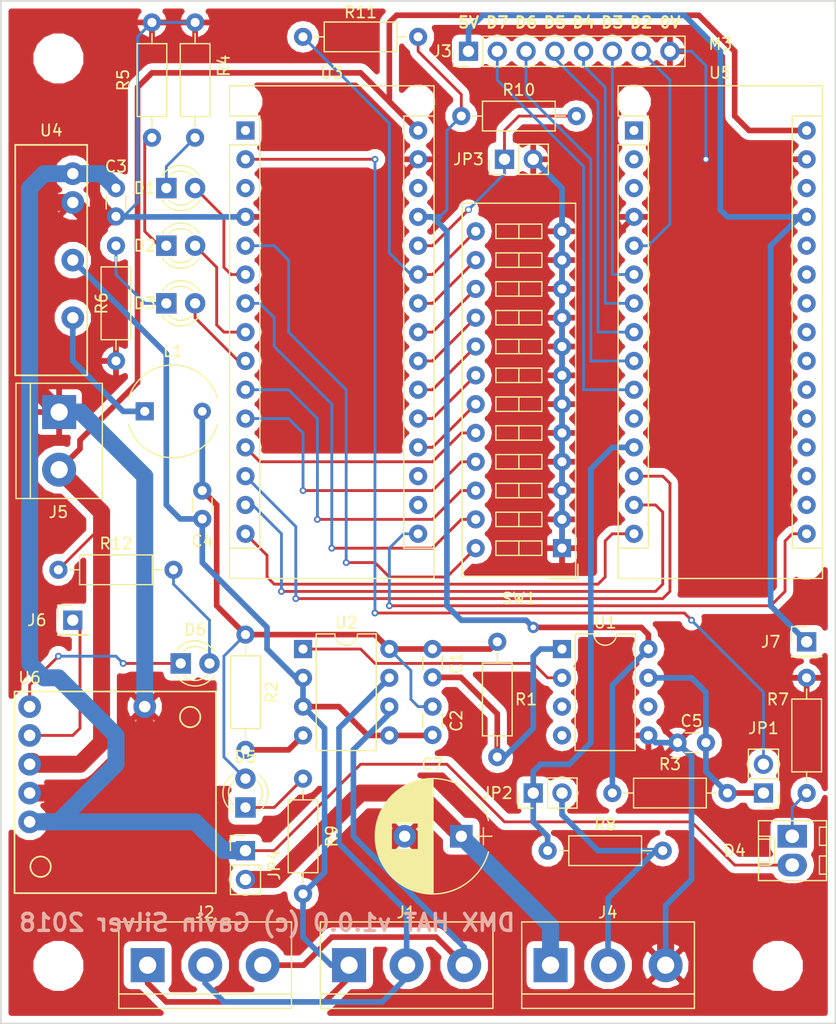
<source format=kicad_pcb>
(kicad_pcb (version 4) (host pcbnew 4.0.7)

  (general
    (links 114)
    (no_connects 0)
    (area 112.1185 31.59 205.97 133.425001)
    (thickness 1.6)
    (drawings 15)
    (tracks 431)
    (zones 0)
    (modules 47)
    (nets 53)
  )

  (page A4)
  (title_block
    (title "DMX Hat Project PCB")
    (date 2018-05-26)
    (rev V1.0)
    (company "Gavin Silver")
  )

  (layers
    (0 F.Cu signal)
    (31 B.Cu signal)
    (32 B.Adhes user)
    (33 F.Adhes user)
    (34 B.Paste user)
    (35 F.Paste user)
    (36 B.SilkS user)
    (37 F.SilkS user)
    (38 B.Mask user)
    (39 F.Mask user)
    (40 Dwgs.User user)
    (41 Cmts.User user)
    (42 Eco1.User user)
    (43 Eco2.User user)
    (44 Edge.Cuts user)
    (45 Margin user)
    (46 B.CrtYd user)
    (47 F.CrtYd user)
    (48 B.Fab user)
    (49 F.Fab user hide)
  )

  (setup
    (last_trace_width 0.1524)
    (user_trace_width 0.25)
    (user_trace_width 0.5)
    (user_trace_width 1)
    (user_trace_width 1.5)
    (trace_clearance 0.1524)
    (zone_clearance 0.6)
    (zone_45_only yes)
    (trace_min 0.1524)
    (segment_width 0.2)
    (edge_width 0.15)
    (via_size 0.6858)
    (via_drill 0.3302)
    (via_min_size 0.508)
    (via_min_drill 0.254)
    (user_via 0.6 0.3)
    (user_via 1 0.5)
    (user_via 3 1.5)
    (uvia_size 0.6858)
    (uvia_drill 0.3302)
    (uvias_allowed no)
    (uvia_min_size 0.0254)
    (uvia_min_drill 0.2032)
    (pcb_text_width 0.3)
    (pcb_text_size 1.5 1.5)
    (mod_edge_width 0.15)
    (mod_text_size 1 1)
    (mod_text_width 0.15)
    (pad_size 1.6 1.6)
    (pad_drill 0.8)
    (pad_to_mask_clearance 0.0508)
    (aux_axis_origin 113.03 133.35)
    (visible_elements 7FFEFFFF)
    (pcbplotparams
      (layerselection 0x01030_80000001)
      (usegerberextensions true)
      (excludeedgelayer true)
      (linewidth 0.100000)
      (plotframeref true)
      (viasonmask false)
      (mode 1)
      (useauxorigin false)
      (hpglpennumber 1)
      (hpglpenspeed 20)
      (hpglpendiameter 15)
      (hpglpenoverlay 2)
      (psnegative false)
      (psa4output false)
      (plotreference true)
      (plotvalue true)
      (plotinvisibletext false)
      (padsonsilk false)
      (subtractmaskfromsilk false)
      (outputformat 1)
      (mirror false)
      (drillshape 0)
      (scaleselection 1)
      (outputdirectory ./))
  )

  (net 0 "")
  (net 1 "Net-(C1-Pad2)")
  (net 2 "Net-(C5-Pad1)")
  (net 3 "Net-(D1-Pad1)")
  (net 4 "Net-(D1-Pad2)")
  (net 5 "Net-(D2-Pad1)")
  (net 6 "Net-(D2-Pad2)")
  (net 7 "Net-(D3-Pad1)")
  (net 8 "Net-(D3-Pad2)")
  (net 9 "Net-(J1-Pad2)")
  (net 10 "Net-(J1-Pad3)")
  (net 11 "Net-(J4-Pad2)")
  (net 12 "Net-(L1-Pad1)")
  (net 13 "Net-(R2-Pad2)")
  (net 14 "Net-(U1-Pad2)")
  (net 15 SS)
  (net 16 MOSI)
  (net 17 MISO)
  (net 18 SCK)
  (net 19 +5V_ISO)
  (net 20 GND_ISO)
  (net 21 9V)
  (net 22 "Net-(JP2-Pad1)")
  (net 23 "Net-(JP3-Pad1)")
  (net 24 5v)
  (net 25 GND)
  (net 26 5V_2.5A)
  (net 27 "Net-(D4-Pad1)")
  (net 28 "Net-(D5-Pad1)")
  (net 29 "Net-(R11-Pad2)")
  (net 30 "Net-(SW1-Pad14)")
  (net 31 "Net-(SW1-Pad15)")
  (net 32 "Net-(SW1-Pad16)")
  (net 33 "Net-(SW1-Pad17)")
  (net 34 "Net-(SW1-Pad18)")
  (net 35 "Net-(SW1-Pad19)")
  (net 36 "Net-(SW1-Pad20)")
  (net 37 "Net-(SW1-Pad21)")
  (net 38 "Net-(SW1-Pad22)")
  (net 39 "Net-(SW1-Pad23)")
  (net 40 "Net-(SW1-Pad24)")
  (net 41 5V_U5)
  (net 42 "Net-(J3-Pad2)")
  (net 43 "Net-(J3-Pad3)")
  (net 44 "Net-(J3-Pad4)")
  (net 45 "Net-(J3-Pad5)")
  (net 46 "Net-(J3-Pad6)")
  (net 47 "Net-(J3-Pad7)")
  (net 48 "Net-(D6-Pad1)")
  (net 49 "Net-(D6-Pad2)")
  (net 50 "Net-(C7-Pad1)")
  (net 51 "Net-(JP1-Pad2)")
  (net 52 "Net-(J6-Pad1)")

  (net_class Default "This is the default net class."
    (clearance 0.1524)
    (trace_width 0.1524)
    (via_dia 0.6858)
    (via_drill 0.3302)
    (uvia_dia 0.6858)
    (uvia_drill 0.3302)
    (add_net +5V_ISO)
    (add_net 5V_U5)
    (add_net 5v)
    (add_net 9V)
    (add_net GND)
    (add_net GND_ISO)
    (add_net MISO)
    (add_net MOSI)
    (add_net "Net-(C1-Pad2)")
    (add_net "Net-(C5-Pad1)")
    (add_net "Net-(C7-Pad1)")
    (add_net "Net-(D1-Pad1)")
    (add_net "Net-(D1-Pad2)")
    (add_net "Net-(D2-Pad1)")
    (add_net "Net-(D2-Pad2)")
    (add_net "Net-(D3-Pad1)")
    (add_net "Net-(D3-Pad2)")
    (add_net "Net-(D4-Pad1)")
    (add_net "Net-(D5-Pad1)")
    (add_net "Net-(D6-Pad1)")
    (add_net "Net-(D6-Pad2)")
    (add_net "Net-(J1-Pad2)")
    (add_net "Net-(J1-Pad3)")
    (add_net "Net-(J3-Pad2)")
    (add_net "Net-(J3-Pad3)")
    (add_net "Net-(J3-Pad4)")
    (add_net "Net-(J3-Pad5)")
    (add_net "Net-(J3-Pad6)")
    (add_net "Net-(J3-Pad7)")
    (add_net "Net-(J4-Pad2)")
    (add_net "Net-(J6-Pad1)")
    (add_net "Net-(JP1-Pad2)")
    (add_net "Net-(JP2-Pad1)")
    (add_net "Net-(JP3-Pad1)")
    (add_net "Net-(L1-Pad1)")
    (add_net "Net-(R11-Pad2)")
    (add_net "Net-(R2-Pad2)")
    (add_net "Net-(SW1-Pad14)")
    (add_net "Net-(SW1-Pad15)")
    (add_net "Net-(SW1-Pad16)")
    (add_net "Net-(SW1-Pad17)")
    (add_net "Net-(SW1-Pad18)")
    (add_net "Net-(SW1-Pad19)")
    (add_net "Net-(SW1-Pad20)")
    (add_net "Net-(SW1-Pad21)")
    (add_net "Net-(SW1-Pad22)")
    (add_net "Net-(SW1-Pad23)")
    (add_net "Net-(SW1-Pad24)")
    (add_net "Net-(U1-Pad2)")
    (add_net SCK)
    (add_net SS)
  )

  (net_class 5V_2.5A ""
    (clearance 0.2)
    (trace_width 1.5)
    (via_dia 1)
    (via_drill 0.5)
    (uvia_dia 0.6858)
    (uvia_drill 0.3302)
    (add_net 5V_2.5A)
  )

  (module GSFootprints:TerminalBlock_bornier-2_P5.08mm (layer F.Cu) (tedit 5B0E917F) (tstamp 5AF603D8)
    (at 118.11 76.835 270)
    (descr "simple 2-pin terminal block, pitch 5.08mm, revamped version of bornier2")
    (tags "terminal block bornier2")
    (path /5AD8E613)
    (fp_text reference J5 (at 11.43 0 360) (layer F.SilkS)
      (effects (font (size 1 1) (thickness 0.15)))
    )
    (fp_text value "9V Input" (at 5.1435 5.0165 270) (layer F.Fab)
      (effects (font (size 1 1) (thickness 0.15)))
    )
    (fp_text user %R (at 5.1435 -0.0635 270) (layer F.Fab)
      (effects (font (size 1 1) (thickness 0.15)))
    )
    (fp_line (start 0.1935 2.4865) (end 10.0935 2.4865) (layer F.Fab) (width 0.1))
    (fp_line (start 0.1435 -3.8135) (end 0.1435 3.6865) (layer F.Fab) (width 0.1))
    (fp_line (start 0.1435 3.6865) (end 10.1435 3.6865) (layer F.Fab) (width 0.1))
    (fp_line (start 10.1435 3.6865) (end 10.1435 -3.8135) (layer F.Fab) (width 0.1))
    (fp_line (start 10.1435 -3.8135) (end 0.1435 -3.8135) (layer F.Fab) (width 0.1))
    (fp_line (start 10.2235 2.4765) (end 0.0635 2.4765) (layer F.SilkS) (width 0.12))
    (fp_line (start 10.2235 3.7465) (end 10.2235 -3.8735) (layer F.SilkS) (width 0.12))
    (fp_line (start 10.2235 -3.8735) (end 0.0635 -3.8735) (layer F.SilkS) (width 0.12))
    (fp_line (start 0.0635 -3.8735) (end 0.0635 3.7465) (layer F.SilkS) (width 0.12))
    (fp_line (start 0.0635 3.7465) (end 10.2235 3.7465) (layer F.SilkS) (width 0.12))
    (fp_line (start -0.1065 -4.0635) (end 10.3935 -4.0635) (layer F.CrtYd) (width 0.05))
    (fp_line (start -0.1065 -4.0635) (end -0.1065 3.9365) (layer F.CrtYd) (width 0.05))
    (fp_line (start 10.3935 3.9365) (end 10.3935 -4.0635) (layer F.CrtYd) (width 0.05))
    (fp_line (start 10.3935 3.9365) (end -0.1065 3.9365) (layer F.CrtYd) (width 0.05))
    (pad 1 thru_hole rect (at 2.6035 -0.0635 270) (size 3 3) (drill 1.52) (layers *.Cu *.Mask)
      (net 25 GND))
    (pad 2 thru_hole circle (at 7.6835 -0.0635 270) (size 3 3) (drill 1.52) (layers *.Cu *.Mask)
      (net 21 9V))
    (model C:/Users/ukgasi/Dropbox/KiCAD/GSFootprints.pretty/TerminalBlock2Way.wrl
      (at (xyz 0.1 0 0))
      (scale (xyz 1 1 1))
      (rotate (xyz 0 0 0))
    )
  )

  (module LEDs:LED_D3.0mm (layer F.Cu) (tedit 5B09D700) (tstamp 5B07F4FB)
    (at 128.905 101.6)
    (descr "LED, diameter 3.0mm, 2 pins")
    (tags "LED diameter 3.0mm 2 pins")
    (path /5B07EFE8)
    (fp_text reference D6 (at 1.27 -2.96 180) (layer F.SilkS)
      (effects (font (size 1 1) (thickness 0.15)))
    )
    (fp_text value LED (at 1.27 2.96) (layer F.Fab)
      (effects (font (size 1 1) (thickness 0.15)))
    )
    (fp_arc (start 1.27 0) (end -0.23 -1.16619) (angle 284.3) (layer F.Fab) (width 0.1))
    (fp_arc (start 1.27 0) (end -0.29 -1.235516) (angle 108.8) (layer F.SilkS) (width 0.12))
    (fp_arc (start 1.27 0) (end -0.29 1.235516) (angle -108.8) (layer F.SilkS) (width 0.12))
    (fp_arc (start 1.27 0) (end 0.229039 -1.08) (angle 87.9) (layer F.SilkS) (width 0.12))
    (fp_arc (start 1.27 0) (end 0.229039 1.08) (angle -87.9) (layer F.SilkS) (width 0.12))
    (fp_circle (center 1.27 0) (end 2.77 0) (layer F.Fab) (width 0.1))
    (fp_line (start -0.23 -1.16619) (end -0.23 1.16619) (layer F.Fab) (width 0.1))
    (fp_line (start -0.29 -1.236) (end -0.29 -1.08) (layer F.SilkS) (width 0.12))
    (fp_line (start -0.29 1.08) (end -0.29 1.236) (layer F.SilkS) (width 0.12))
    (fp_line (start -1.15 -2.25) (end -1.15 2.25) (layer F.CrtYd) (width 0.05))
    (fp_line (start -1.15 2.25) (end 3.7 2.25) (layer F.CrtYd) (width 0.05))
    (fp_line (start 3.7 2.25) (end 3.7 -2.25) (layer F.CrtYd) (width 0.05))
    (fp_line (start 3.7 -2.25) (end -1.15 -2.25) (layer F.CrtYd) (width 0.05))
    (pad 1 thru_hole rect (at 0 0) (size 1.8 1.8) (drill 0.9) (layers *.Cu *.Mask)
      (net 48 "Net-(D6-Pad1)"))
    (pad 2 thru_hole circle (at 2.54 0) (size 1.8 1.8) (drill 0.9) (layers *.Cu *.Mask)
      (net 49 "Net-(D6-Pad2)"))
    (model ${KISYS3DMOD}/LEDs.3dshapes/LED_D3.0mm.wrl
      (at (xyz 0 0 0))
      (scale (xyz 0.393701 0.393701 0.393701))
      (rotate (xyz 0 0 0))
    )
  )

  (module GSFootprints:Arduino_Nano_WithMountingHoles (layer F.Cu) (tedit 58ACAF99) (tstamp 5AF5BA6B)
    (at 168.91 54.61)
    (descr "Arduino Nano, http://www.mouser.com/pdfdocs/Gravitech_Arduino_Nano3_0.pdf")
    (tags "Arduino Nano")
    (path /5AC659DF)
    (fp_text reference U5 (at 7.62 -5.08) (layer F.SilkS)
      (effects (font (size 1 1) (thickness 0.15)))
    )
    (fp_text value Nano (at 8.89 15.24 90) (layer F.Fab)
      (effects (font (size 1 1) (thickness 0.15)))
    )
    (fp_text user %R (at 6.35 16.51 90) (layer F.Fab)
      (effects (font (size 1 1) (thickness 0.15)))
    )
    (fp_line (start 1.27 1.27) (end 1.27 -1.27) (layer F.SilkS) (width 0.12))
    (fp_line (start 1.27 -1.27) (end -1.4 -1.27) (layer F.SilkS) (width 0.12))
    (fp_line (start -1.4 1.27) (end -1.4 39.5) (layer F.SilkS) (width 0.12))
    (fp_line (start -1.4 -3.94) (end -1.4 -1.27) (layer F.SilkS) (width 0.12))
    (fp_line (start 13.97 -1.27) (end 16.64 -1.27) (layer F.SilkS) (width 0.12))
    (fp_line (start 13.97 -1.27) (end 13.97 36.83) (layer F.SilkS) (width 0.12))
    (fp_line (start 13.97 36.83) (end 16.64 36.83) (layer F.SilkS) (width 0.12))
    (fp_line (start 1.27 1.27) (end -1.4 1.27) (layer F.SilkS) (width 0.12))
    (fp_line (start 1.27 1.27) (end 1.27 36.83) (layer F.SilkS) (width 0.12))
    (fp_line (start 1.27 36.83) (end -1.4 36.83) (layer F.SilkS) (width 0.12))
    (fp_line (start 3.81 31.75) (end 11.43 31.75) (layer F.Fab) (width 0.1))
    (fp_line (start 11.43 31.75) (end 11.43 41.91) (layer F.Fab) (width 0.1))
    (fp_line (start 11.43 41.91) (end 3.81 41.91) (layer F.Fab) (width 0.1))
    (fp_line (start 3.81 41.91) (end 3.81 31.75) (layer F.Fab) (width 0.1))
    (fp_line (start -1.4 39.5) (end 16.64 39.5) (layer F.SilkS) (width 0.12))
    (fp_line (start 16.64 39.5) (end 16.64 -3.94) (layer F.SilkS) (width 0.12))
    (fp_line (start 16.64 -3.94) (end -1.4 -3.94) (layer F.SilkS) (width 0.12))
    (fp_line (start 16.51 39.37) (end -1.27 39.37) (layer F.Fab) (width 0.1))
    (fp_line (start -1.27 39.37) (end -1.27 -2.54) (layer F.Fab) (width 0.1))
    (fp_line (start -1.27 -2.54) (end 0 -3.81) (layer F.Fab) (width 0.1))
    (fp_line (start 0 -3.81) (end 16.51 -3.81) (layer F.Fab) (width 0.1))
    (fp_line (start 16.51 -3.81) (end 16.51 39.37) (layer F.Fab) (width 0.1))
    (fp_line (start -1.53 -4.06) (end 16.75 -4.06) (layer F.CrtYd) (width 0.05))
    (fp_line (start -1.53 -4.06) (end -1.53 42.16) (layer F.CrtYd) (width 0.05))
    (fp_line (start 16.75 42.16) (end 16.75 -4.06) (layer F.CrtYd) (width 0.05))
    (fp_line (start 16.75 42.16) (end -1.53 42.16) (layer F.CrtYd) (width 0.05))
    (pad 1 thru_hole rect (at 0 0) (size 1.6 1.6) (drill 0.8) (layers *.Cu *.Mask))
    (pad 17 thru_hole oval (at 15.24 33.02) (size 1.6 1.6) (drill 0.8) (layers *.Cu *.Mask))
    (pad 2 thru_hole oval (at 0 2.54) (size 1.6 1.6) (drill 0.8) (layers *.Cu *.Mask))
    (pad 18 thru_hole oval (at 15.24 30.48) (size 1.6 1.6) (drill 0.8) (layers *.Cu *.Mask))
    (pad 3 thru_hole oval (at 0 5.08) (size 1.6 1.6) (drill 0.8) (layers *.Cu *.Mask))
    (pad 19 thru_hole oval (at 15.24 27.94) (size 1.6 1.6) (drill 0.8) (layers *.Cu *.Mask))
    (pad 4 thru_hole oval (at 0 7.62) (size 1.6 1.6) (drill 0.8) (layers *.Cu *.Mask)
      (net 25 GND))
    (pad 20 thru_hole oval (at 15.24 25.4) (size 1.6 1.6) (drill 0.8) (layers *.Cu *.Mask))
    (pad 5 thru_hole oval (at 0 10.16) (size 1.6 1.6) (drill 0.8) (layers *.Cu *.Mask)
      (net 47 "Net-(J3-Pad7)"))
    (pad 21 thru_hole oval (at 15.24 22.86) (size 1.6 1.6) (drill 0.8) (layers *.Cu *.Mask))
    (pad 6 thru_hole oval (at 0 12.7) (size 1.6 1.6) (drill 0.8) (layers *.Cu *.Mask)
      (net 46 "Net-(J3-Pad6)"))
    (pad 22 thru_hole oval (at 15.24 20.32) (size 1.6 1.6) (drill 0.8) (layers *.Cu *.Mask))
    (pad 7 thru_hole oval (at 0 15.24) (size 1.6 1.6) (drill 0.8) (layers *.Cu *.Mask)
      (net 45 "Net-(J3-Pad5)"))
    (pad 23 thru_hole oval (at 15.24 17.78) (size 1.6 1.6) (drill 0.8) (layers *.Cu *.Mask))
    (pad 8 thru_hole oval (at 0 17.78) (size 1.6 1.6) (drill 0.8) (layers *.Cu *.Mask)
      (net 44 "Net-(J3-Pad4)"))
    (pad 24 thru_hole oval (at 15.24 15.24) (size 1.6 1.6) (drill 0.8) (layers *.Cu *.Mask))
    (pad 9 thru_hole oval (at 0 20.32) (size 1.6 1.6) (drill 0.8) (layers *.Cu *.Mask)
      (net 43 "Net-(J3-Pad3)"))
    (pad 25 thru_hole oval (at 15.24 12.7) (size 1.6 1.6) (drill 0.8) (layers *.Cu *.Mask))
    (pad 10 thru_hole oval (at 0 22.86) (size 1.6 1.6) (drill 0.8) (layers *.Cu *.Mask)
      (net 42 "Net-(J3-Pad2)"))
    (pad 26 thru_hole oval (at 15.24 10.16) (size 1.6 1.6) (drill 0.8) (layers *.Cu *.Mask))
    (pad 11 thru_hole oval (at 0 25.4) (size 1.6 1.6) (drill 0.8) (layers *.Cu *.Mask))
    (pad 27 thru_hole oval (at 15.24 7.62) (size 1.6 1.6) (drill 0.8) (layers *.Cu *.Mask)
      (net 41 5V_U5))
    (pad 12 thru_hole oval (at 0 27.94) (size 1.6 1.6) (drill 0.8) (layers *.Cu *.Mask)
      (net 22 "Net-(JP2-Pad1)"))
    (pad 28 thru_hole oval (at 15.24 5.08) (size 1.6 1.6) (drill 0.8) (layers *.Cu *.Mask))
    (pad 13 thru_hole oval (at 0 30.48) (size 1.6 1.6) (drill 0.8) (layers *.Cu *.Mask)
      (net 15 SS))
    (pad 29 thru_hole oval (at 15.24 2.54) (size 1.6 1.6) (drill 0.8) (layers *.Cu *.Mask)
      (net 25 GND))
    (pad 14 thru_hole oval (at 0 33.02) (size 1.6 1.6) (drill 0.8) (layers *.Cu *.Mask)
      (net 16 MOSI))
    (pad 30 thru_hole oval (at 15.24 0) (size 1.6 1.6) (drill 0.8) (layers *.Cu *.Mask)
      (net 21 9V))
    (pad 15 thru_hole oval (at 0 35.56) (size 1.6 1.6) (drill 0.8) (layers *.Cu *.Mask)
      (net 17 MISO))
    (pad 16 thru_hole oval (at 15.24 35.56) (size 1.6 1.6) (drill 0.8) (layers *.Cu *.Mask)
      (net 18 SCK))
    (pad "" np_thru_hole circle (at 0 -2.54) (size 1.78 1.78) (drill 1.78) (layers *.Cu *.Mask))
    (pad "" np_thru_hole circle (at 15.24 -2.54) (size 1.78 1.78) (drill 1.78) (layers *.Cu *.Mask))
    (pad "" np_thru_hole circle (at 15.24 38.1) (size 1.78 1.78) (drill 1.78) (layers *.Cu *.Mask))
    (pad "" np_thru_hole circle (at 0 38.1) (size 1.78 1.78) (drill 1.78) (layers *.Cu *.Mask))
    (model GSFootprints.3dshapes/User_Library_arduino_nano_cp.wrl
      (at (xyz 0 0 0))
      (scale (xyz 1 1 1))
      (rotate (xyz 0 0 0))
    )
  )

  (module Housings_DIP:DIP-8_W7.62mm (layer F.Cu) (tedit 59C78D6B) (tstamp 5AE9ABF9)
    (at 162.56 100.33)
    (descr "8-lead though-hole mounted DIP package, row spacing 7.62 mm (300 mils)")
    (tags "THT DIP DIL PDIP 2.54mm 7.62mm 300mil")
    (path /5AABD473)
    (fp_text reference U1 (at 3.81 -2.33) (layer F.SilkS)
      (effects (font (size 1 1) (thickness 0.15)))
    )
    (fp_text value CPC5002 (at 3.81 9.95) (layer F.Fab)
      (effects (font (size 1 1) (thickness 0.15)))
    )
    (fp_arc (start 3.81 -1.33) (end 2.81 -1.33) (angle -180) (layer F.SilkS) (width 0.12))
    (fp_line (start 1.635 -1.27) (end 6.985 -1.27) (layer F.Fab) (width 0.1))
    (fp_line (start 6.985 -1.27) (end 6.985 8.89) (layer F.Fab) (width 0.1))
    (fp_line (start 6.985 8.89) (end 0.635 8.89) (layer F.Fab) (width 0.1))
    (fp_line (start 0.635 8.89) (end 0.635 -0.27) (layer F.Fab) (width 0.1))
    (fp_line (start 0.635 -0.27) (end 1.635 -1.27) (layer F.Fab) (width 0.1))
    (fp_line (start 2.81 -1.33) (end 1.16 -1.33) (layer F.SilkS) (width 0.12))
    (fp_line (start 1.16 -1.33) (end 1.16 8.95) (layer F.SilkS) (width 0.12))
    (fp_line (start 1.16 8.95) (end 6.46 8.95) (layer F.SilkS) (width 0.12))
    (fp_line (start 6.46 8.95) (end 6.46 -1.33) (layer F.SilkS) (width 0.12))
    (fp_line (start 6.46 -1.33) (end 4.81 -1.33) (layer F.SilkS) (width 0.12))
    (fp_line (start -1.1 -1.55) (end -1.1 9.15) (layer F.CrtYd) (width 0.05))
    (fp_line (start -1.1 9.15) (end 8.7 9.15) (layer F.CrtYd) (width 0.05))
    (fp_line (start 8.7 9.15) (end 8.7 -1.55) (layer F.CrtYd) (width 0.05))
    (fp_line (start 8.7 -1.55) (end -1.1 -1.55) (layer F.CrtYd) (width 0.05))
    (fp_text user %R (at 3.81 3.81) (layer F.Fab)
      (effects (font (size 1 1) (thickness 0.15)))
    )
    (pad 1 thru_hole rect (at 0 0) (size 1.6 1.6) (drill 0.8) (layers *.Cu *.Mask)
      (net 1 "Net-(C1-Pad2)"))
    (pad 5 thru_hole oval (at 7.62 7.62) (size 1.6 1.6) (drill 0.8) (layers *.Cu *.Mask)
      (net 25 GND))
    (pad 2 thru_hole oval (at 0 2.54) (size 1.6 1.6) (drill 0.8) (layers *.Cu *.Mask)
      (net 14 "Net-(U1-Pad2)"))
    (pad 6 thru_hole oval (at 7.62 5.08) (size 1.6 1.6) (drill 0.8) (layers *.Cu *.Mask))
    (pad 3 thru_hole oval (at 0 5.08) (size 1.6 1.6) (drill 0.8) (layers *.Cu *.Mask))
    (pad 7 thru_hole oval (at 7.62 2.54) (size 1.6 1.6) (drill 0.8) (layers *.Cu *.Mask)
      (net 2 "Net-(C5-Pad1)"))
    (pad 4 thru_hole oval (at 0 7.62) (size 1.6 1.6) (drill 0.8) (layers *.Cu *.Mask))
    (pad 8 thru_hole oval (at 7.62 0) (size 1.6 1.6) (drill 0.8) (layers *.Cu *.Mask)
      (net 24 5v))
    (model ${KISYS3DMOD}/Housings_DIP.3dshapes/DIP-8_W7.62mm.wrl
      (at (xyz 0 0 0))
      (scale (xyz 1 1 1))
      (rotate (xyz 0 0 0))
    )
  )

  (module Mounting_Holes:MountingHole_3.2mm_M3 (layer F.Cu) (tedit 5B09D7B5) (tstamp 5AFC1863)
    (at 118.11 128.27)
    (descr "Mounting Hole 3.2mm, no annular, M3")
    (tags "mounting hole 3.2mm no annular m3")
    (attr virtual)
    (fp_text reference M3 (at 3.81 2.54) (layer F.SilkS) hide
      (effects (font (size 1 1) (thickness 0.15)))
    )
    (fp_text value M3 (at -2.54 -3.81) (layer F.Fab)
      (effects (font (size 1 1) (thickness 0.15)))
    )
    (fp_text user %R (at 0.3 0) (layer F.Fab)
      (effects (font (size 1 1) (thickness 0.15)))
    )
    (fp_circle (center 0 0) (end 3.2 0) (layer Cmts.User) (width 0.15))
    (fp_circle (center 0 0) (end 3.45 0) (layer F.CrtYd) (width 0.05))
    (pad 1 np_thru_hole circle (at 0 0) (size 3.2 3.2) (drill 3.2) (layers *.Cu *.Mask))
  )

  (module Mounting_Holes:MountingHole_3.2mm_M3 (layer F.Cu) (tedit 5B09D7C8) (tstamp 5AFC185B)
    (at 181.61 128.27)
    (descr "Mounting Hole 3.2mm, no annular, M3")
    (tags "mounting hole 3.2mm no annular m3")
    (attr virtual)
    (fp_text reference M3 (at -3.81 -3.81) (layer F.SilkS) hide
      (effects (font (size 1 1) (thickness 0.15)))
    )
    (fp_text value M3 (at 3.81 -3.81) (layer F.Fab)
      (effects (font (size 1 1) (thickness 0.15)))
    )
    (fp_text user %R (at 0.3 0) (layer F.Fab)
      (effects (font (size 1 1) (thickness 0.15)))
    )
    (fp_circle (center 0 0) (end 3.2 0) (layer Cmts.User) (width 0.15))
    (fp_circle (center 0 0) (end 3.45 0) (layer F.CrtYd) (width 0.05))
    (pad 1 np_thru_hole circle (at 0 0) (size 3.2 3.2) (drill 3.2) (layers *.Cu *.Mask))
  )

  (module Mounting_Holes:MountingHole_3.2mm_M3 (layer F.Cu) (tedit 5B09D7DF) (tstamp 5AFC179C)
    (at 118.11 48.26)
    (descr "Mounting Hole 3.2mm, no annular, M3")
    (tags "mounting hole 3.2mm no annular m3")
    (attr virtual)
    (fp_text reference M3 (at 3.175 -3.81) (layer F.SilkS) hide
      (effects (font (size 1 1) (thickness 0.15)))
    )
    (fp_text value M3 (at 0 4.2) (layer F.Fab)
      (effects (font (size 1 1) (thickness 0.15)))
    )
    (fp_text user %R (at 0.3 0) (layer F.Fab)
      (effects (font (size 1 1) (thickness 0.15)))
    )
    (fp_circle (center 0 0) (end 3.2 0) (layer Cmts.User) (width 0.15))
    (fp_circle (center 0 0) (end 3.45 0) (layer F.CrtYd) (width 0.05))
    (pad 1 np_thru_hole circle (at 0 0) (size 3.2 3.2) (drill 3.2) (layers *.Cu *.Mask))
  )

  (module LEDs:LED_D3.0mm (layer F.Cu) (tedit 5AFF0576) (tstamp 5ADA3220)
    (at 127.635 59.69)
    (descr "LED, diameter 3.0mm, 2 pins")
    (tags "LED diameter 3.0mm 2 pins")
    (path /5AC3C623)
    (fp_text reference D1 (at -1.905 0) (layer F.SilkS)
      (effects (font (size 1 1) (thickness 0.15)))
    )
    (fp_text value LED (at 1.27 2.96) (layer F.Fab)
      (effects (font (size 1 1) (thickness 0.15)))
    )
    (fp_arc (start 1.27 0) (end -0.23 -1.16619) (angle 284.3) (layer F.Fab) (width 0.1))
    (fp_arc (start 1.27 0) (end -0.29 -1.235516) (angle 108.8) (layer F.SilkS) (width 0.12))
    (fp_arc (start 1.27 0) (end -0.29 1.235516) (angle -108.8) (layer F.SilkS) (width 0.12))
    (fp_arc (start 1.27 0) (end 0.229039 -1.08) (angle 87.9) (layer F.SilkS) (width 0.12))
    (fp_arc (start 1.27 0) (end 0.229039 1.08) (angle -87.9) (layer F.SilkS) (width 0.12))
    (fp_circle (center 1.27 0) (end 2.77 0) (layer F.Fab) (width 0.1))
    (fp_line (start -0.23 -1.16619) (end -0.23 1.16619) (layer F.Fab) (width 0.1))
    (fp_line (start -0.29 -1.236) (end -0.29 -1.08) (layer F.SilkS) (width 0.12))
    (fp_line (start -0.29 1.08) (end -0.29 1.236) (layer F.SilkS) (width 0.12))
    (fp_line (start -1.15 -2.25) (end -1.15 2.25) (layer F.CrtYd) (width 0.05))
    (fp_line (start -1.15 2.25) (end 3.7 2.25) (layer F.CrtYd) (width 0.05))
    (fp_line (start 3.7 2.25) (end 3.7 -2.25) (layer F.CrtYd) (width 0.05))
    (fp_line (start 3.7 -2.25) (end -1.15 -2.25) (layer F.CrtYd) (width 0.05))
    (pad 1 thru_hole rect (at 0 0) (size 1.8 1.8) (drill 0.9) (layers *.Cu *.Mask)
      (net 3 "Net-(D1-Pad1)"))
    (pad 2 thru_hole circle (at 2.54 0) (size 1.8 1.8) (drill 0.9) (layers *.Cu *.Mask)
      (net 4 "Net-(D1-Pad2)"))
    (model ${KISYS3DMOD}/LEDs.3dshapes/LED_D3.0mm.wrl
      (at (xyz 0 0 0))
      (scale (xyz 0.393701 0.393701 0.393701))
      (rotate (xyz 0 0 0))
    )
  )

  (module LEDs:LED_D3.0mm (layer F.Cu) (tedit 5AFF05DB) (tstamp 5ADA3233)
    (at 127.635 64.77)
    (descr "LED, diameter 3.0mm, 2 pins")
    (tags "LED diameter 3.0mm 2 pins")
    (path /5AC3C84D)
    (fp_text reference D2 (at -1.905 0) (layer F.SilkS)
      (effects (font (size 1 1) (thickness 0.15)))
    )
    (fp_text value LED (at 1.27 2.96) (layer F.Fab)
      (effects (font (size 1 1) (thickness 0.15)))
    )
    (fp_arc (start 1.27 0) (end -0.23 -1.16619) (angle 284.3) (layer F.Fab) (width 0.1))
    (fp_arc (start 1.27 0) (end -0.29 -1.235516) (angle 108.8) (layer F.SilkS) (width 0.12))
    (fp_arc (start 1.27 0) (end -0.29 1.235516) (angle -108.8) (layer F.SilkS) (width 0.12))
    (fp_arc (start 1.27 0) (end 0.229039 -1.08) (angle 87.9) (layer F.SilkS) (width 0.12))
    (fp_arc (start 1.27 0) (end 0.229039 1.08) (angle -87.9) (layer F.SilkS) (width 0.12))
    (fp_circle (center 1.27 0) (end 2.77 0) (layer F.Fab) (width 0.1))
    (fp_line (start -0.23 -1.16619) (end -0.23 1.16619) (layer F.Fab) (width 0.1))
    (fp_line (start -0.29 -1.236) (end -0.29 -1.08) (layer F.SilkS) (width 0.12))
    (fp_line (start -0.29 1.08) (end -0.29 1.236) (layer F.SilkS) (width 0.12))
    (fp_line (start -1.15 -2.25) (end -1.15 2.25) (layer F.CrtYd) (width 0.05))
    (fp_line (start -1.15 2.25) (end 3.7 2.25) (layer F.CrtYd) (width 0.05))
    (fp_line (start 3.7 2.25) (end 3.7 -2.25) (layer F.CrtYd) (width 0.05))
    (fp_line (start 3.7 -2.25) (end -1.15 -2.25) (layer F.CrtYd) (width 0.05))
    (pad 1 thru_hole rect (at 0 0) (size 1.8 1.8) (drill 0.9) (layers *.Cu *.Mask)
      (net 5 "Net-(D2-Pad1)"))
    (pad 2 thru_hole circle (at 2.54 0) (size 1.8 1.8) (drill 0.9) (layers *.Cu *.Mask)
      (net 6 "Net-(D2-Pad2)"))
    (model ${KISYS3DMOD}/LEDs.3dshapes/LED_D3.0mm.wrl
      (at (xyz 0 0 0))
      (scale (xyz 0.393701 0.393701 0.393701))
      (rotate (xyz 0 0 0))
    )
  )

  (module LEDs:LED_D3.0mm (layer F.Cu) (tedit 5AFF05E0) (tstamp 5ADA3246)
    (at 127.635 69.85)
    (descr "LED, diameter 3.0mm, 2 pins")
    (tags "LED diameter 3.0mm 2 pins")
    (path /5AC3C41E)
    (fp_text reference D3 (at -1.905 0) (layer F.SilkS)
      (effects (font (size 1 1) (thickness 0.15)))
    )
    (fp_text value LED (at 1.27 2.96) (layer F.Fab)
      (effects (font (size 1 1) (thickness 0.15)))
    )
    (fp_arc (start 1.27 0) (end -0.23 -1.16619) (angle 284.3) (layer F.Fab) (width 0.1))
    (fp_arc (start 1.27 0) (end -0.29 -1.235516) (angle 108.8) (layer F.SilkS) (width 0.12))
    (fp_arc (start 1.27 0) (end -0.29 1.235516) (angle -108.8) (layer F.SilkS) (width 0.12))
    (fp_arc (start 1.27 0) (end 0.229039 -1.08) (angle 87.9) (layer F.SilkS) (width 0.12))
    (fp_arc (start 1.27 0) (end 0.229039 1.08) (angle -87.9) (layer F.SilkS) (width 0.12))
    (fp_circle (center 1.27 0) (end 2.77 0) (layer F.Fab) (width 0.1))
    (fp_line (start -0.23 -1.16619) (end -0.23 1.16619) (layer F.Fab) (width 0.1))
    (fp_line (start -0.29 -1.236) (end -0.29 -1.08) (layer F.SilkS) (width 0.12))
    (fp_line (start -0.29 1.08) (end -0.29 1.236) (layer F.SilkS) (width 0.12))
    (fp_line (start -1.15 -2.25) (end -1.15 2.25) (layer F.CrtYd) (width 0.05))
    (fp_line (start -1.15 2.25) (end 3.7 2.25) (layer F.CrtYd) (width 0.05))
    (fp_line (start 3.7 2.25) (end 3.7 -2.25) (layer F.CrtYd) (width 0.05))
    (fp_line (start 3.7 -2.25) (end -1.15 -2.25) (layer F.CrtYd) (width 0.05))
    (pad 1 thru_hole rect (at 0 0) (size 1.8 1.8) (drill 0.9) (layers *.Cu *.Mask)
      (net 7 "Net-(D3-Pad1)"))
    (pad 2 thru_hole circle (at 2.54 0) (size 1.8 1.8) (drill 0.9) (layers *.Cu *.Mask)
      (net 8 "Net-(D3-Pad2)"))
    (model ${KISYS3DMOD}/LEDs.3dshapes/LED_D3.0mm.wrl
      (at (xyz 0 0 0))
      (scale (xyz 0.393701 0.393701 0.393701))
      (rotate (xyz 0 0 0))
    )
  )

  (module Resistors_THT:R_Axial_DIN0207_L6.3mm_D2.5mm_P10.16mm_Horizontal (layer F.Cu) (tedit 5874F706) (tstamp 5AE70E41)
    (at 161.29 118.11)
    (descr "Resistor, Axial_DIN0207 series, Axial, Horizontal, pin pitch=10.16mm, 0.25W = 1/4W, length*diameter=6.3*2.5mm^2, http://cdn-reichelt.de/documents/datenblatt/B400/1_4W%23YAG.pdf")
    (tags "Resistor Axial_DIN0207 series Axial Horizontal pin pitch 10.16mm 0.25W = 1/4W length 6.3mm diameter 2.5mm")
    (path /5AC6B6E3)
    (fp_text reference R8 (at 5.08 -2.31) (layer F.SilkS)
      (effects (font (size 1 1) (thickness 0.15)))
    )
    (fp_text value 470 (at 5.08 2.31) (layer F.Fab)
      (effects (font (size 1 1) (thickness 0.15)))
    )
    (fp_line (start 1.93 -1.25) (end 1.93 1.25) (layer F.Fab) (width 0.1))
    (fp_line (start 1.93 1.25) (end 8.23 1.25) (layer F.Fab) (width 0.1))
    (fp_line (start 8.23 1.25) (end 8.23 -1.25) (layer F.Fab) (width 0.1))
    (fp_line (start 8.23 -1.25) (end 1.93 -1.25) (layer F.Fab) (width 0.1))
    (fp_line (start 0 0) (end 1.93 0) (layer F.Fab) (width 0.1))
    (fp_line (start 10.16 0) (end 8.23 0) (layer F.Fab) (width 0.1))
    (fp_line (start 1.87 -1.31) (end 1.87 1.31) (layer F.SilkS) (width 0.12))
    (fp_line (start 1.87 1.31) (end 8.29 1.31) (layer F.SilkS) (width 0.12))
    (fp_line (start 8.29 1.31) (end 8.29 -1.31) (layer F.SilkS) (width 0.12))
    (fp_line (start 8.29 -1.31) (end 1.87 -1.31) (layer F.SilkS) (width 0.12))
    (fp_line (start 0.98 0) (end 1.87 0) (layer F.SilkS) (width 0.12))
    (fp_line (start 9.18 0) (end 8.29 0) (layer F.SilkS) (width 0.12))
    (fp_line (start -1.05 -1.6) (end -1.05 1.6) (layer F.CrtYd) (width 0.05))
    (fp_line (start -1.05 1.6) (end 11.25 1.6) (layer F.CrtYd) (width 0.05))
    (fp_line (start 11.25 1.6) (end 11.25 -1.6) (layer F.CrtYd) (width 0.05))
    (fp_line (start 11.25 -1.6) (end -1.05 -1.6) (layer F.CrtYd) (width 0.05))
    (pad 1 thru_hole circle (at 0 0) (size 1.6 1.6) (drill 0.8) (layers *.Cu *.Mask)
      (net 22 "Net-(JP2-Pad1)"))
    (pad 2 thru_hole oval (at 10.16 0) (size 1.6 1.6) (drill 0.8) (layers *.Cu *.Mask)
      (net 11 "Net-(J4-Pad2)"))
    (model ${KISYS3DMOD}/Resistors_THT.3dshapes/R_Axial_DIN0207_L6.3mm_D2.5mm_P10.16mm_Horizontal.wrl
      (at (xyz 0 0 0))
      (scale (xyz 0.393701 0.393701 0.393701))
      (rotate (xyz 0 0 0))
    )
  )

  (module Capacitors_THT:C_Disc_D3.0mm_W1.6mm_P2.50mm (layer F.Cu) (tedit 597BC7C2) (tstamp 5AE743FF)
    (at 151.13 100.33 270)
    (descr "C, Disc series, Radial, pin pitch=2.50mm, , diameter*width=3.0*1.6mm^2, Capacitor, http://www.vishay.com/docs/45233/krseries.pdf")
    (tags "C Disc series Radial pin pitch 2.50mm  diameter 3.0mm width 1.6mm Capacitor")
    (path /5AABC8F8)
    (fp_text reference C1 (at 1.25 -2.11 270) (layer F.SilkS)
      (effects (font (size 1 1) (thickness 0.15)))
    )
    (fp_text value 10pF (at 1.25 2.11 270) (layer F.Fab)
      (effects (font (size 1 1) (thickness 0.15)))
    )
    (fp_line (start -0.25 -0.8) (end -0.25 0.8) (layer F.Fab) (width 0.1))
    (fp_line (start -0.25 0.8) (end 2.75 0.8) (layer F.Fab) (width 0.1))
    (fp_line (start 2.75 0.8) (end 2.75 -0.8) (layer F.Fab) (width 0.1))
    (fp_line (start 2.75 -0.8) (end -0.25 -0.8) (layer F.Fab) (width 0.1))
    (fp_line (start 0.663 -0.861) (end 1.837 -0.861) (layer F.SilkS) (width 0.12))
    (fp_line (start 0.663 0.861) (end 1.837 0.861) (layer F.SilkS) (width 0.12))
    (fp_line (start -1.05 -1.15) (end -1.05 1.15) (layer F.CrtYd) (width 0.05))
    (fp_line (start -1.05 1.15) (end 3.55 1.15) (layer F.CrtYd) (width 0.05))
    (fp_line (start 3.55 1.15) (end 3.55 -1.15) (layer F.CrtYd) (width 0.05))
    (fp_line (start 3.55 -1.15) (end -1.05 -1.15) (layer F.CrtYd) (width 0.05))
    (fp_text user %R (at 1.25 0 270) (layer F.Fab)
      (effects (font (size 1 1) (thickness 0.15)))
    )
    (pad 1 thru_hole circle (at 0 0 270) (size 1.6 1.6) (drill 0.8) (layers *.Cu *.Mask)
      (net 19 +5V_ISO))
    (pad 2 thru_hole circle (at 2.5 0 270) (size 1.6 1.6) (drill 0.8) (layers *.Cu *.Mask)
      (net 1 "Net-(C1-Pad2)"))
    (model ${KISYS3DMOD}/Capacitors_THT.3dshapes/C_Disc_D3.0mm_W1.6mm_P2.50mm.wrl
      (at (xyz 0 0 0))
      (scale (xyz 1 1 1))
      (rotate (xyz 0 0 0))
    )
  )

  (module Capacitors_THT:C_Disc_D3.0mm_W1.6mm_P2.50mm (layer F.Cu) (tedit 5AFF0565) (tstamp 5AE74410)
    (at 123.19 59.69 270)
    (descr "C, Disc series, Radial, pin pitch=2.50mm, , diameter*width=3.0*1.6mm^2, Capacitor, http://www.vishay.com/docs/45233/krseries.pdf")
    (tags "C Disc series Radial pin pitch 2.50mm  diameter 3.0mm width 1.6mm Capacitor")
    (path /5AAC0ECD)
    (fp_text reference C3 (at -1.905 0 360) (layer F.SilkS)
      (effects (font (size 1 1) (thickness 0.15)))
    )
    (fp_text value 4.7uF (at 1.25 2.11 270) (layer F.Fab)
      (effects (font (size 1 1) (thickness 0.15)))
    )
    (fp_line (start -0.25 -0.8) (end -0.25 0.8) (layer F.Fab) (width 0.1))
    (fp_line (start -0.25 0.8) (end 2.75 0.8) (layer F.Fab) (width 0.1))
    (fp_line (start 2.75 0.8) (end 2.75 -0.8) (layer F.Fab) (width 0.1))
    (fp_line (start 2.75 -0.8) (end -0.25 -0.8) (layer F.Fab) (width 0.1))
    (fp_line (start 0.663 -0.861) (end 1.837 -0.861) (layer F.SilkS) (width 0.12))
    (fp_line (start 0.663 0.861) (end 1.837 0.861) (layer F.SilkS) (width 0.12))
    (fp_line (start -1.05 -1.15) (end -1.05 1.15) (layer F.CrtYd) (width 0.05))
    (fp_line (start -1.05 1.15) (end 3.55 1.15) (layer F.CrtYd) (width 0.05))
    (fp_line (start 3.55 1.15) (end 3.55 -1.15) (layer F.CrtYd) (width 0.05))
    (fp_line (start 3.55 -1.15) (end -1.05 -1.15) (layer F.CrtYd) (width 0.05))
    (fp_text user %R (at 1.25 0 270) (layer F.Fab)
      (effects (font (size 1 1) (thickness 0.15)))
    )
    (pad 1 thru_hole circle (at 0 0 270) (size 1.6 1.6) (drill 0.8) (layers *.Cu *.Mask)
      (net 26 5V_2.5A))
    (pad 2 thru_hole circle (at 2.5 0 270) (size 1.6 1.6) (drill 0.8) (layers *.Cu *.Mask)
      (net 25 GND))
    (model ${KISYS3DMOD}/Capacitors_THT.3dshapes/C_Disc_D3.0mm_W1.6mm_P2.50mm.wrl
      (at (xyz 0 0 0))
      (scale (xyz 1 1 1))
      (rotate (xyz 0 0 0))
    )
  )

  (module Capacitors_THT:C_Disc_D3.0mm_W1.6mm_P2.50mm (layer F.Cu) (tedit 5AFF0570) (tstamp 5AE74421)
    (at 130.81 86.36 270)
    (descr "C, Disc series, Radial, pin pitch=2.50mm, , diameter*width=3.0*1.6mm^2, Capacitor, http://www.vishay.com/docs/45233/krseries.pdf")
    (tags "C Disc series Radial pin pitch 2.50mm  diameter 3.0mm width 1.6mm Capacitor")
    (path /5AAC138E)
    (fp_text reference C4 (at 4.445 0 360) (layer F.SilkS)
      (effects (font (size 1 1) (thickness 0.15)))
    )
    (fp_text value 4.7uF (at 1.25 2.11 270) (layer F.Fab)
      (effects (font (size 1 1) (thickness 0.15)))
    )
    (fp_line (start -0.25 -0.8) (end -0.25 0.8) (layer F.Fab) (width 0.1))
    (fp_line (start -0.25 0.8) (end 2.75 0.8) (layer F.Fab) (width 0.1))
    (fp_line (start 2.75 0.8) (end 2.75 -0.8) (layer F.Fab) (width 0.1))
    (fp_line (start 2.75 -0.8) (end -0.25 -0.8) (layer F.Fab) (width 0.1))
    (fp_line (start 0.663 -0.861) (end 1.837 -0.861) (layer F.SilkS) (width 0.12))
    (fp_line (start 0.663 0.861) (end 1.837 0.861) (layer F.SilkS) (width 0.12))
    (fp_line (start -1.05 -1.15) (end -1.05 1.15) (layer F.CrtYd) (width 0.05))
    (fp_line (start -1.05 1.15) (end 3.55 1.15) (layer F.CrtYd) (width 0.05))
    (fp_line (start 3.55 1.15) (end 3.55 -1.15) (layer F.CrtYd) (width 0.05))
    (fp_line (start 3.55 -1.15) (end -1.05 -1.15) (layer F.CrtYd) (width 0.05))
    (fp_text user %R (at 1.25 0 270) (layer F.Fab)
      (effects (font (size 1 1) (thickness 0.15)))
    )
    (pad 1 thru_hole circle (at 0 0 270) (size 1.6 1.6) (drill 0.8) (layers *.Cu *.Mask)
      (net 19 +5V_ISO))
    (pad 2 thru_hole circle (at 2.5 0 270) (size 1.6 1.6) (drill 0.8) (layers *.Cu *.Mask)
      (net 20 GND_ISO))
    (model ${KISYS3DMOD}/Capacitors_THT.3dshapes/C_Disc_D3.0mm_W1.6mm_P2.50mm.wrl
      (at (xyz 0 0 0))
      (scale (xyz 1 1 1))
      (rotate (xyz 0 0 0))
    )
  )

  (module Capacitors_THT:C_Disc_D3.0mm_W1.6mm_P2.50mm (layer F.Cu) (tedit 5B0421D9) (tstamp 5AE74432)
    (at 175.26 108.585 180)
    (descr "C, Disc series, Radial, pin pitch=2.50mm, , diameter*width=3.0*1.6mm^2, Capacitor, http://www.vishay.com/docs/45233/krseries.pdf")
    (tags "C Disc series Radial pin pitch 2.50mm  diameter 3.0mm width 1.6mm Capacitor")
    (path /5AAC18AF)
    (fp_text reference C5 (at 1.27 1.905 180) (layer F.SilkS)
      (effects (font (size 1 1) (thickness 0.15)))
    )
    (fp_text value 22pF (at 1.25 2.11 180) (layer F.Fab)
      (effects (font (size 1 1) (thickness 0.15)))
    )
    (fp_line (start -0.25 -0.8) (end -0.25 0.8) (layer F.Fab) (width 0.1))
    (fp_line (start -0.25 0.8) (end 2.75 0.8) (layer F.Fab) (width 0.1))
    (fp_line (start 2.75 0.8) (end 2.75 -0.8) (layer F.Fab) (width 0.1))
    (fp_line (start 2.75 -0.8) (end -0.25 -0.8) (layer F.Fab) (width 0.1))
    (fp_line (start 0.663 -0.861) (end 1.837 -0.861) (layer F.SilkS) (width 0.12))
    (fp_line (start 0.663 0.861) (end 1.837 0.861) (layer F.SilkS) (width 0.12))
    (fp_line (start -1.05 -1.15) (end -1.05 1.15) (layer F.CrtYd) (width 0.05))
    (fp_line (start -1.05 1.15) (end 3.55 1.15) (layer F.CrtYd) (width 0.05))
    (fp_line (start 3.55 1.15) (end 3.55 -1.15) (layer F.CrtYd) (width 0.05))
    (fp_line (start 3.55 -1.15) (end -1.05 -1.15) (layer F.CrtYd) (width 0.05))
    (fp_text user %R (at 1.25 0 180) (layer F.Fab)
      (effects (font (size 1 1) (thickness 0.15)))
    )
    (pad 1 thru_hole circle (at 0 0 180) (size 1.6 1.6) (drill 0.8) (layers *.Cu *.Mask)
      (net 2 "Net-(C5-Pad1)"))
    (pad 2 thru_hole circle (at 2.5 0 180) (size 1.6 1.6) (drill 0.8) (layers *.Cu *.Mask)
      (net 25 GND))
    (model ${KISYS3DMOD}/Capacitors_THT.3dshapes/C_Disc_D3.0mm_W1.6mm_P2.50mm.wrl
      (at (xyz 0 0 0))
      (scale (xyz 1 1 1))
      (rotate (xyz 0 0 0))
    )
  )

  (module Resistors_THT:R_Axial_DIN0207_L6.3mm_D2.5mm_P10.16mm_Horizontal (layer F.Cu) (tedit 5B042253) (tstamp 5AE7458E)
    (at 156.845 99.695 270)
    (descr "Resistor, Axial_DIN0207 series, Axial, Horizontal, pin pitch=10.16mm, 0.25W = 1/4W, length*diameter=6.3*2.5mm^2, http://cdn-reichelt.de/documents/datenblatt/B400/1_4W%23YAG.pdf")
    (tags "Resistor Axial_DIN0207 series Axial Horizontal pin pitch 10.16mm 0.25W = 1/4W length 6.3mm diameter 2.5mm")
    (path /5AABC5B8)
    (fp_text reference R1 (at 5.08 -2.54 360) (layer F.SilkS)
      (effects (font (size 1 1) (thickness 0.15)))
    )
    (fp_text value 1.5K (at 5.08 2.31 270) (layer F.Fab)
      (effects (font (size 1 1) (thickness 0.15)))
    )
    (fp_line (start 1.93 -1.25) (end 1.93 1.25) (layer F.Fab) (width 0.1))
    (fp_line (start 1.93 1.25) (end 8.23 1.25) (layer F.Fab) (width 0.1))
    (fp_line (start 8.23 1.25) (end 8.23 -1.25) (layer F.Fab) (width 0.1))
    (fp_line (start 8.23 -1.25) (end 1.93 -1.25) (layer F.Fab) (width 0.1))
    (fp_line (start 0 0) (end 1.93 0) (layer F.Fab) (width 0.1))
    (fp_line (start 10.16 0) (end 8.23 0) (layer F.Fab) (width 0.1))
    (fp_line (start 1.87 -1.31) (end 1.87 1.31) (layer F.SilkS) (width 0.12))
    (fp_line (start 1.87 1.31) (end 8.29 1.31) (layer F.SilkS) (width 0.12))
    (fp_line (start 8.29 1.31) (end 8.29 -1.31) (layer F.SilkS) (width 0.12))
    (fp_line (start 8.29 -1.31) (end 1.87 -1.31) (layer F.SilkS) (width 0.12))
    (fp_line (start 0.98 0) (end 1.87 0) (layer F.SilkS) (width 0.12))
    (fp_line (start 9.18 0) (end 8.29 0) (layer F.SilkS) (width 0.12))
    (fp_line (start -1.05 -1.6) (end -1.05 1.6) (layer F.CrtYd) (width 0.05))
    (fp_line (start -1.05 1.6) (end 11.25 1.6) (layer F.CrtYd) (width 0.05))
    (fp_line (start 11.25 1.6) (end 11.25 -1.6) (layer F.CrtYd) (width 0.05))
    (fp_line (start 11.25 -1.6) (end -1.05 -1.6) (layer F.CrtYd) (width 0.05))
    (pad 1 thru_hole circle (at 0 0 270) (size 1.6 1.6) (drill 0.8) (layers *.Cu *.Mask)
      (net 19 +5V_ISO))
    (pad 2 thru_hole oval (at 10.16 0 270) (size 1.6 1.6) (drill 0.8) (layers *.Cu *.Mask)
      (net 1 "Net-(C1-Pad2)"))
    (model ${KISYS3DMOD}/Resistors_THT.3dshapes/R_Axial_DIN0207_L6.3mm_D2.5mm_P10.16mm_Horizontal.wrl
      (at (xyz 0 0 0))
      (scale (xyz 0.393701 0.393701 0.393701))
      (rotate (xyz 0 0 0))
    )
  )

  (module Resistors_THT:R_Axial_DIN0207_L6.3mm_D2.5mm_P10.16mm_Horizontal (layer F.Cu) (tedit 5B09D713) (tstamp 5AE74594)
    (at 134.62 99.06 270)
    (descr "Resistor, Axial_DIN0207 series, Axial, Horizontal, pin pitch=10.16mm, 0.25W = 1/4W, length*diameter=6.3*2.5mm^2, http://cdn-reichelt.de/documents/datenblatt/B400/1_4W%23YAG.pdf")
    (tags "Resistor Axial_DIN0207 series Axial Horizontal pin pitch 10.16mm 0.25W = 1/4W length 6.3mm diameter 2.5mm")
    (path /5AABEE61)
    (fp_text reference R2 (at 5.08 -2.31 450) (layer F.SilkS)
      (effects (font (size 1 1) (thickness 0.15)))
    )
    (fp_text value 3.3K (at 5.08 2.31 270) (layer F.Fab)
      (effects (font (size 1 1) (thickness 0.15)))
    )
    (fp_line (start 1.93 -1.25) (end 1.93 1.25) (layer F.Fab) (width 0.1))
    (fp_line (start 1.93 1.25) (end 8.23 1.25) (layer F.Fab) (width 0.1))
    (fp_line (start 8.23 1.25) (end 8.23 -1.25) (layer F.Fab) (width 0.1))
    (fp_line (start 8.23 -1.25) (end 1.93 -1.25) (layer F.Fab) (width 0.1))
    (fp_line (start 0 0) (end 1.93 0) (layer F.Fab) (width 0.1))
    (fp_line (start 10.16 0) (end 8.23 0) (layer F.Fab) (width 0.1))
    (fp_line (start 1.87 -1.31) (end 1.87 1.31) (layer F.SilkS) (width 0.12))
    (fp_line (start 1.87 1.31) (end 8.29 1.31) (layer F.SilkS) (width 0.12))
    (fp_line (start 8.29 1.31) (end 8.29 -1.31) (layer F.SilkS) (width 0.12))
    (fp_line (start 8.29 -1.31) (end 1.87 -1.31) (layer F.SilkS) (width 0.12))
    (fp_line (start 0.98 0) (end 1.87 0) (layer F.SilkS) (width 0.12))
    (fp_line (start 9.18 0) (end 8.29 0) (layer F.SilkS) (width 0.12))
    (fp_line (start -1.05 -1.6) (end -1.05 1.6) (layer F.CrtYd) (width 0.05))
    (fp_line (start -1.05 1.6) (end 11.25 1.6) (layer F.CrtYd) (width 0.05))
    (fp_line (start 11.25 1.6) (end 11.25 -1.6) (layer F.CrtYd) (width 0.05))
    (fp_line (start 11.25 -1.6) (end -1.05 -1.6) (layer F.CrtYd) (width 0.05))
    (pad 1 thru_hole circle (at 0 0 270) (size 1.6 1.6) (drill 0.8) (layers *.Cu *.Mask)
      (net 19 +5V_ISO))
    (pad 2 thru_hole circle (at 10.16 0 270) (size 1.6 1.6) (drill 0.8) (layers *.Cu *.Mask)
      (net 13 "Net-(R2-Pad2)"))
    (model ${KISYS3DMOD}/Resistors_THT.3dshapes/R_Axial_DIN0207_L6.3mm_D2.5mm_P10.16mm_Horizontal.wrl
      (at (xyz 0 0 0))
      (scale (xyz 0.393701 0.393701 0.393701))
      (rotate (xyz 0 0 0))
    )
  )

  (module Resistors_THT:R_Axial_DIN0207_L6.3mm_D2.5mm_P10.16mm_Horizontal (layer F.Cu) (tedit 5B0421DC) (tstamp 5AE7459A)
    (at 167.005 113.03)
    (descr "Resistor, Axial_DIN0207 series, Axial, Horizontal, pin pitch=10.16mm, 0.25W = 1/4W, length*diameter=6.3*2.5mm^2, http://cdn-reichelt.de/documents/datenblatt/B400/1_4W%23YAG.pdf")
    (tags "Resistor Axial_DIN0207 series Axial Horizontal pin pitch 10.16mm 0.25W = 1/4W length 6.3mm diameter 2.5mm")
    (path /5AAC17B6)
    (fp_text reference R3 (at 5.08 -2.54) (layer F.SilkS)
      (effects (font (size 1 1) (thickness 0.15)))
    )
    (fp_text value 499 (at 5.08 2.31) (layer F.Fab)
      (effects (font (size 1 1) (thickness 0.15)))
    )
    (fp_line (start 1.93 -1.25) (end 1.93 1.25) (layer F.Fab) (width 0.1))
    (fp_line (start 1.93 1.25) (end 8.23 1.25) (layer F.Fab) (width 0.1))
    (fp_line (start 8.23 1.25) (end 8.23 -1.25) (layer F.Fab) (width 0.1))
    (fp_line (start 8.23 -1.25) (end 1.93 -1.25) (layer F.Fab) (width 0.1))
    (fp_line (start 0 0) (end 1.93 0) (layer F.Fab) (width 0.1))
    (fp_line (start 10.16 0) (end 8.23 0) (layer F.Fab) (width 0.1))
    (fp_line (start 1.87 -1.31) (end 1.87 1.31) (layer F.SilkS) (width 0.12))
    (fp_line (start 1.87 1.31) (end 8.29 1.31) (layer F.SilkS) (width 0.12))
    (fp_line (start 8.29 1.31) (end 8.29 -1.31) (layer F.SilkS) (width 0.12))
    (fp_line (start 8.29 -1.31) (end 1.87 -1.31) (layer F.SilkS) (width 0.12))
    (fp_line (start 0.98 0) (end 1.87 0) (layer F.SilkS) (width 0.12))
    (fp_line (start 9.18 0) (end 8.29 0) (layer F.SilkS) (width 0.12))
    (fp_line (start -1.05 -1.6) (end -1.05 1.6) (layer F.CrtYd) (width 0.05))
    (fp_line (start -1.05 1.6) (end 11.25 1.6) (layer F.CrtYd) (width 0.05))
    (fp_line (start 11.25 1.6) (end 11.25 -1.6) (layer F.CrtYd) (width 0.05))
    (fp_line (start 11.25 -1.6) (end -1.05 -1.6) (layer F.CrtYd) (width 0.05))
    (pad 1 thru_hole circle (at 0 0) (size 1.6 1.6) (drill 0.8) (layers *.Cu *.Mask)
      (net 24 5v))
    (pad 2 thru_hole oval (at 10.16 0) (size 1.6 1.6) (drill 0.8) (layers *.Cu *.Mask)
      (net 2 "Net-(C5-Pad1)"))
    (model ${KISYS3DMOD}/Resistors_THT.3dshapes/R_Axial_DIN0207_L6.3mm_D2.5mm_P10.16mm_Horizontal.wrl
      (at (xyz 0 0 0))
      (scale (xyz 0.393701 0.393701 0.393701))
      (rotate (xyz 0 0 0))
    )
  )

  (module Resistors_THT:R_Axial_DIN0207_L6.3mm_D2.5mm_P10.16mm_Horizontal (layer F.Cu) (tedit 5B09D77F) (tstamp 5AE745A0)
    (at 130.175 55.245 90)
    (descr "Resistor, Axial_DIN0207 series, Axial, Horizontal, pin pitch=10.16mm, 0.25W = 1/4W, length*diameter=6.3*2.5mm^2, http://cdn-reichelt.de/documents/datenblatt/B400/1_4W%23YAG.pdf")
    (tags "Resistor Axial_DIN0207 series Axial Horizontal pin pitch 10.16mm 0.25W = 1/4W length 6.3mm diameter 2.5mm")
    (path /5AC3C56D)
    (fp_text reference R4 (at 6.35 2.54 270) (layer F.SilkS)
      (effects (font (size 1 1) (thickness 0.15)))
    )
    (fp_text value 330 (at 5.08 2.31 90) (layer F.Fab)
      (effects (font (size 1 1) (thickness 0.15)))
    )
    (fp_line (start 1.93 -1.25) (end 1.93 1.25) (layer F.Fab) (width 0.1))
    (fp_line (start 1.93 1.25) (end 8.23 1.25) (layer F.Fab) (width 0.1))
    (fp_line (start 8.23 1.25) (end 8.23 -1.25) (layer F.Fab) (width 0.1))
    (fp_line (start 8.23 -1.25) (end 1.93 -1.25) (layer F.Fab) (width 0.1))
    (fp_line (start 0 0) (end 1.93 0) (layer F.Fab) (width 0.1))
    (fp_line (start 10.16 0) (end 8.23 0) (layer F.Fab) (width 0.1))
    (fp_line (start 1.87 -1.31) (end 1.87 1.31) (layer F.SilkS) (width 0.12))
    (fp_line (start 1.87 1.31) (end 8.29 1.31) (layer F.SilkS) (width 0.12))
    (fp_line (start 8.29 1.31) (end 8.29 -1.31) (layer F.SilkS) (width 0.12))
    (fp_line (start 8.29 -1.31) (end 1.87 -1.31) (layer F.SilkS) (width 0.12))
    (fp_line (start 0.98 0) (end 1.87 0) (layer F.SilkS) (width 0.12))
    (fp_line (start 9.18 0) (end 8.29 0) (layer F.SilkS) (width 0.12))
    (fp_line (start -1.05 -1.6) (end -1.05 1.6) (layer F.CrtYd) (width 0.05))
    (fp_line (start -1.05 1.6) (end 11.25 1.6) (layer F.CrtYd) (width 0.05))
    (fp_line (start 11.25 1.6) (end 11.25 -1.6) (layer F.CrtYd) (width 0.05))
    (fp_line (start 11.25 -1.6) (end -1.05 -1.6) (layer F.CrtYd) (width 0.05))
    (pad 1 thru_hole circle (at 0 0 90) (size 1.6 1.6) (drill 0.8) (layers *.Cu *.Mask)
      (net 3 "Net-(D1-Pad1)"))
    (pad 2 thru_hole oval (at 10.16 0 90) (size 1.6 1.6) (drill 0.8) (layers *.Cu *.Mask)
      (net 25 GND))
    (model ${KISYS3DMOD}/Resistors_THT.3dshapes/R_Axial_DIN0207_L6.3mm_D2.5mm_P10.16mm_Horizontal.wrl
      (at (xyz 0 0 0))
      (scale (xyz 0.393701 0.393701 0.393701))
      (rotate (xyz 0 0 0))
    )
  )

  (module Resistors_THT:R_Axial_DIN0207_L6.3mm_D2.5mm_P10.16mm_Horizontal (layer F.Cu) (tedit 5B09D777) (tstamp 5AE745A6)
    (at 126.365 55.245 90)
    (descr "Resistor, Axial_DIN0207 series, Axial, Horizontal, pin pitch=10.16mm, 0.25W = 1/4W, length*diameter=6.3*2.5mm^2, http://cdn-reichelt.de/documents/datenblatt/B400/1_4W%23YAG.pdf")
    (tags "Resistor Axial_DIN0207 series Axial Horizontal pin pitch 10.16mm 0.25W = 1/4W length 6.3mm diameter 2.5mm")
    (path /5AC3C8B7)
    (fp_text reference R5 (at 5.08 -2.54 270) (layer F.SilkS)
      (effects (font (size 1 1) (thickness 0.15)))
    )
    (fp_text value 330 (at 5.08 0 90) (layer F.Fab)
      (effects (font (size 1 1) (thickness 0.15)))
    )
    (fp_line (start 1.93 -1.25) (end 1.93 1.25) (layer F.Fab) (width 0.1))
    (fp_line (start 1.93 1.25) (end 8.23 1.25) (layer F.Fab) (width 0.1))
    (fp_line (start 8.23 1.25) (end 8.23 -1.25) (layer F.Fab) (width 0.1))
    (fp_line (start 8.23 -1.25) (end 1.93 -1.25) (layer F.Fab) (width 0.1))
    (fp_line (start 0 0) (end 1.93 0) (layer F.Fab) (width 0.1))
    (fp_line (start 10.16 0) (end 8.23 0) (layer F.Fab) (width 0.1))
    (fp_line (start 1.87 -1.31) (end 1.87 1.31) (layer F.SilkS) (width 0.12))
    (fp_line (start 1.87 1.31) (end 8.29 1.31) (layer F.SilkS) (width 0.12))
    (fp_line (start 8.29 1.31) (end 8.29 -1.31) (layer F.SilkS) (width 0.12))
    (fp_line (start 8.29 -1.31) (end 1.87 -1.31) (layer F.SilkS) (width 0.12))
    (fp_line (start 0.98 0) (end 1.87 0) (layer F.SilkS) (width 0.12))
    (fp_line (start 9.18 0) (end 8.29 0) (layer F.SilkS) (width 0.12))
    (fp_line (start -1.05 -1.6) (end -1.05 1.6) (layer F.CrtYd) (width 0.05))
    (fp_line (start -1.05 1.6) (end 11.25 1.6) (layer F.CrtYd) (width 0.05))
    (fp_line (start 11.25 1.6) (end 11.25 -1.6) (layer F.CrtYd) (width 0.05))
    (fp_line (start 11.25 -1.6) (end -1.05 -1.6) (layer F.CrtYd) (width 0.05))
    (pad 1 thru_hole circle (at 0 0 90) (size 1.6 1.6) (drill 0.8) (layers *.Cu *.Mask)
      (net 5 "Net-(D2-Pad1)"))
    (pad 2 thru_hole oval (at 10.16 0 90) (size 1.6 1.6) (drill 0.8) (layers *.Cu *.Mask)
      (net 25 GND))
    (model ${KISYS3DMOD}/Resistors_THT.3dshapes/R_Axial_DIN0207_L6.3mm_D2.5mm_P10.16mm_Horizontal.wrl
      (at (xyz 0 0 0))
      (scale (xyz 0.393701 0.393701 0.393701))
      (rotate (xyz 0 0 0))
    )
  )

  (module Resistors_THT:R_Axial_DIN0207_L6.3mm_D2.5mm_P10.16mm_Horizontal (layer F.Cu) (tedit 5B0E918A) (tstamp 5AE745AC)
    (at 123.19 64.77 270)
    (descr "Resistor, Axial_DIN0207 series, Axial, Horizontal, pin pitch=10.16mm, 0.25W = 1/4W, length*diameter=6.3*2.5mm^2, http://cdn-reichelt.de/documents/datenblatt/B400/1_4W%23YAG.pdf")
    (tags "Resistor Axial_DIN0207 series Axial Horizontal pin pitch 10.16mm 0.25W = 1/4W length 6.3mm diameter 2.5mm")
    (path /5AC3C4B1)
    (fp_text reference R6 (at 5.08 1.27 450) (layer F.SilkS)
      (effects (font (size 1 1) (thickness 0.15)))
    )
    (fp_text value 330 (at 5.08 2.31 270) (layer F.Fab)
      (effects (font (size 1 1) (thickness 0.15)))
    )
    (fp_line (start 1.93 -1.25) (end 1.93 1.25) (layer F.Fab) (width 0.1))
    (fp_line (start 1.93 1.25) (end 8.23 1.25) (layer F.Fab) (width 0.1))
    (fp_line (start 8.23 1.25) (end 8.23 -1.25) (layer F.Fab) (width 0.1))
    (fp_line (start 8.23 -1.25) (end 1.93 -1.25) (layer F.Fab) (width 0.1))
    (fp_line (start 0 0) (end 1.93 0) (layer F.Fab) (width 0.1))
    (fp_line (start 10.16 0) (end 8.23 0) (layer F.Fab) (width 0.1))
    (fp_line (start 1.87 -1.31) (end 1.87 1.31) (layer F.SilkS) (width 0.12))
    (fp_line (start 1.87 1.31) (end 8.29 1.31) (layer F.SilkS) (width 0.12))
    (fp_line (start 8.29 1.31) (end 8.29 -1.31) (layer F.SilkS) (width 0.12))
    (fp_line (start 8.29 -1.31) (end 1.87 -1.31) (layer F.SilkS) (width 0.12))
    (fp_line (start 0.98 0) (end 1.87 0) (layer F.SilkS) (width 0.12))
    (fp_line (start 9.18 0) (end 8.29 0) (layer F.SilkS) (width 0.12))
    (fp_line (start -1.05 -1.6) (end -1.05 1.6) (layer F.CrtYd) (width 0.05))
    (fp_line (start -1.05 1.6) (end 11.25 1.6) (layer F.CrtYd) (width 0.05))
    (fp_line (start 11.25 1.6) (end 11.25 -1.6) (layer F.CrtYd) (width 0.05))
    (fp_line (start 11.25 -1.6) (end -1.05 -1.6) (layer F.CrtYd) (width 0.05))
    (pad 1 thru_hole circle (at 0 0 270) (size 1.6 1.6) (drill 0.8) (layers *.Cu *.Mask)
      (net 7 "Net-(D3-Pad1)"))
    (pad 2 thru_hole oval (at 10.16 0 270) (size 1.6 1.6) (drill 0.8) (layers *.Cu *.Mask)
      (net 25 GND))
    (model ${KISYS3DMOD}/Resistors_THT.3dshapes/R_Axial_DIN0207_L6.3mm_D2.5mm_P10.16mm_Horizontal.wrl
      (at (xyz 0 0 0))
      (scale (xyz 0.393701 0.393701 0.393701))
      (rotate (xyz 0 0 0))
    )
  )

  (module Capacitors_THT:C_Disc_D3.0mm_W1.6mm_P2.50mm (layer F.Cu) (tedit 597BC7C2) (tstamp 5AE74AA3)
    (at 151.13 105.41 270)
    (descr "C, Disc series, Radial, pin pitch=2.50mm, , diameter*width=3.0*1.6mm^2, Capacitor, http://www.vishay.com/docs/45233/krseries.pdf")
    (tags "C Disc series Radial pin pitch 2.50mm  diameter 3.0mm width 1.6mm Capacitor")
    (path /5AABF37C)
    (fp_text reference C2 (at 1.25 -2.11 270) (layer F.SilkS)
      (effects (font (size 1 1) (thickness 0.15)))
    )
    (fp_text value 10nF (at 1.25 2.11 270) (layer F.Fab)
      (effects (font (size 1 1) (thickness 0.15)))
    )
    (fp_line (start -0.25 -0.8) (end -0.25 0.8) (layer F.Fab) (width 0.1))
    (fp_line (start -0.25 0.8) (end 2.75 0.8) (layer F.Fab) (width 0.1))
    (fp_line (start 2.75 0.8) (end 2.75 -0.8) (layer F.Fab) (width 0.1))
    (fp_line (start 2.75 -0.8) (end -0.25 -0.8) (layer F.Fab) (width 0.1))
    (fp_line (start 0.663 -0.861) (end 1.837 -0.861) (layer F.SilkS) (width 0.12))
    (fp_line (start 0.663 0.861) (end 1.837 0.861) (layer F.SilkS) (width 0.12))
    (fp_line (start -1.05 -1.15) (end -1.05 1.15) (layer F.CrtYd) (width 0.05))
    (fp_line (start -1.05 1.15) (end 3.55 1.15) (layer F.CrtYd) (width 0.05))
    (fp_line (start 3.55 1.15) (end 3.55 -1.15) (layer F.CrtYd) (width 0.05))
    (fp_line (start 3.55 -1.15) (end -1.05 -1.15) (layer F.CrtYd) (width 0.05))
    (fp_text user %R (at 1.25 0 270) (layer F.Fab)
      (effects (font (size 1 1) (thickness 0.15)))
    )
    (pad 1 thru_hole circle (at 0 0 270) (size 1.6 1.6) (drill 0.8) (layers *.Cu *.Mask)
      (net 19 +5V_ISO))
    (pad 2 thru_hole circle (at 2.5 0 270) (size 1.6 1.6) (drill 0.8) (layers *.Cu *.Mask)
      (net 20 GND_ISO))
    (model ${KISYS3DMOD}/Capacitors_THT.3dshapes/C_Disc_D3.0mm_W1.6mm_P2.50mm.wrl
      (at (xyz 0 0 0))
      (scale (xyz 1 1 1))
      (rotate (xyz 0 0 0))
    )
  )

  (module Pin_Headers:Pin_Header_Straight_1x02_Pitch2.54mm (layer F.Cu) (tedit 5B0421E8) (tstamp 5AE8C5C0)
    (at 160.02 113.03 90)
    (descr "Through hole straight pin header, 1x02, 2.54mm pitch, single row")
    (tags "Through hole pin header THT 1x02 2.54mm single row")
    (path /5AD0D1F3)
    (fp_text reference JP2 (at 0 -3.175 180) (layer F.SilkS)
      (effects (font (size 1 1) (thickness 0.15)))
    )
    (fp_text value "R Bypass NO" (at 0 4.87 90) (layer F.Fab)
      (effects (font (size 1 1) (thickness 0.15)))
    )
    (fp_line (start -0.635 -1.27) (end 1.27 -1.27) (layer F.Fab) (width 0.1))
    (fp_line (start 1.27 -1.27) (end 1.27 3.81) (layer F.Fab) (width 0.1))
    (fp_line (start 1.27 3.81) (end -1.27 3.81) (layer F.Fab) (width 0.1))
    (fp_line (start -1.27 3.81) (end -1.27 -0.635) (layer F.Fab) (width 0.1))
    (fp_line (start -1.27 -0.635) (end -0.635 -1.27) (layer F.Fab) (width 0.1))
    (fp_line (start -1.33 3.87) (end 1.33 3.87) (layer F.SilkS) (width 0.12))
    (fp_line (start -1.33 1.27) (end -1.33 3.87) (layer F.SilkS) (width 0.12))
    (fp_line (start 1.33 1.27) (end 1.33 3.87) (layer F.SilkS) (width 0.12))
    (fp_line (start -1.33 1.27) (end 1.33 1.27) (layer F.SilkS) (width 0.12))
    (fp_line (start -1.33 0) (end -1.33 -1.33) (layer F.SilkS) (width 0.12))
    (fp_line (start -1.33 -1.33) (end 0 -1.33) (layer F.SilkS) (width 0.12))
    (fp_line (start -1.8 -1.8) (end -1.8 4.35) (layer F.CrtYd) (width 0.05))
    (fp_line (start -1.8 4.35) (end 1.8 4.35) (layer F.CrtYd) (width 0.05))
    (fp_line (start 1.8 4.35) (end 1.8 -1.8) (layer F.CrtYd) (width 0.05))
    (fp_line (start 1.8 -1.8) (end -1.8 -1.8) (layer F.CrtYd) (width 0.05))
    (fp_text user %R (at 0 1.27 180) (layer F.Fab)
      (effects (font (size 1 1) (thickness 0.15)))
    )
    (pad 1 thru_hole rect (at 0 0 90) (size 1.7 1.7) (drill 1) (layers *.Cu *.Mask)
      (net 22 "Net-(JP2-Pad1)"))
    (pad 2 thru_hole oval (at 0 2.54 90) (size 1.7 1.7) (drill 1) (layers *.Cu *.Mask)
      (net 11 "Net-(J4-Pad2)"))
    (model ${KISYS3DMOD}/Pin_Headers.3dshapes/Pin_Header_Straight_1x02_Pitch2.54mm.wrl
      (at (xyz 0 0 0))
      (scale (xyz 1 1 1))
      (rotate (xyz 0 0 0))
    )
  )

  (module Pin_Headers:Pin_Header_Straight_1x02_Pitch2.54mm (layer F.Cu) (tedit 5B042191) (tstamp 5AE8C5D5)
    (at 157.48 57.15 90)
    (descr "Through hole straight pin header, 1x02, 2.54mm pitch, single row")
    (tags "Through hole pin header THT 1x02 2.54mm single row")
    (path /5AE37A29)
    (fp_text reference JP3 (at 0 -3.175 180) (layer F.SilkS)
      (effects (font (size 1 1) (thickness 0.15)))
    )
    (fp_text value "N/A NC" (at 0 4.87 90) (layer F.Fab) hide
      (effects (font (size 1 1) (thickness 0.15)))
    )
    (fp_line (start -0.635 -1.27) (end 1.27 -1.27) (layer F.Fab) (width 0.1))
    (fp_line (start 1.27 -1.27) (end 1.27 3.81) (layer F.Fab) (width 0.1))
    (fp_line (start 1.27 3.81) (end -1.27 3.81) (layer F.Fab) (width 0.1))
    (fp_line (start -1.27 3.81) (end -1.27 -0.635) (layer F.Fab) (width 0.1))
    (fp_line (start -1.27 -0.635) (end -0.635 -1.27) (layer F.Fab) (width 0.1))
    (fp_line (start -1.33 3.87) (end 1.33 3.87) (layer F.SilkS) (width 0.12))
    (fp_line (start -1.33 1.27) (end -1.33 3.87) (layer F.SilkS) (width 0.12))
    (fp_line (start 1.33 1.27) (end 1.33 3.87) (layer F.SilkS) (width 0.12))
    (fp_line (start -1.33 1.27) (end 1.33 1.27) (layer F.SilkS) (width 0.12))
    (fp_line (start -1.33 0) (end -1.33 -1.33) (layer F.SilkS) (width 0.12))
    (fp_line (start -1.33 -1.33) (end 0 -1.33) (layer F.SilkS) (width 0.12))
    (fp_line (start -1.8 -1.8) (end -1.8 4.35) (layer F.CrtYd) (width 0.05))
    (fp_line (start -1.8 4.35) (end 1.8 4.35) (layer F.CrtYd) (width 0.05))
    (fp_line (start 1.8 4.35) (end 1.8 -1.8) (layer F.CrtYd) (width 0.05))
    (fp_line (start 1.8 -1.8) (end -1.8 -1.8) (layer F.CrtYd) (width 0.05))
    (fp_text user %R (at 0 1.27 180) (layer F.Fab)
      (effects (font (size 1 1) (thickness 0.15)))
    )
    (pad 1 thru_hole rect (at 0 0 90) (size 1.7 1.7) (drill 1) (layers *.Cu *.Mask)
      (net 23 "Net-(JP3-Pad1)"))
    (pad 2 thru_hole oval (at 0 2.54 90) (size 1.7 1.7) (drill 1) (layers *.Cu *.Mask)
      (net 25 GND))
    (model ${KISYS3DMOD}/Pin_Headers.3dshapes/Pin_Header_Straight_1x02_Pitch2.54mm.wrl
      (at (xyz 0 0 0))
      (scale (xyz 1 1 1))
      (rotate (xyz 0 0 0))
    )
  )

  (module Housings_DIP:DIP-8_W7.62mm (layer F.Cu) (tedit 59C78D6B) (tstamp 5AE9AEC5)
    (at 139.7 100.33)
    (descr "8-lead though-hole mounted DIP package, row spacing 7.62 mm (300 mils)")
    (tags "THT DIP DIL PDIP 2.54mm 7.62mm 300mil")
    (path /5AC3B17F)
    (fp_text reference U2 (at 3.81 -2.33) (layer F.SilkS)
      (effects (font (size 1 1) (thickness 0.15)))
    )
    (fp_text value MAX485 (at 3.81 9.95) (layer F.Fab)
      (effects (font (size 1 1) (thickness 0.15)))
    )
    (fp_arc (start 3.81 -1.33) (end 2.81 -1.33) (angle -180) (layer F.SilkS) (width 0.12))
    (fp_line (start 1.635 -1.27) (end 6.985 -1.27) (layer F.Fab) (width 0.1))
    (fp_line (start 6.985 -1.27) (end 6.985 8.89) (layer F.Fab) (width 0.1))
    (fp_line (start 6.985 8.89) (end 0.635 8.89) (layer F.Fab) (width 0.1))
    (fp_line (start 0.635 8.89) (end 0.635 -0.27) (layer F.Fab) (width 0.1))
    (fp_line (start 0.635 -0.27) (end 1.635 -1.27) (layer F.Fab) (width 0.1))
    (fp_line (start 2.81 -1.33) (end 1.16 -1.33) (layer F.SilkS) (width 0.12))
    (fp_line (start 1.16 -1.33) (end 1.16 8.95) (layer F.SilkS) (width 0.12))
    (fp_line (start 1.16 8.95) (end 6.46 8.95) (layer F.SilkS) (width 0.12))
    (fp_line (start 6.46 8.95) (end 6.46 -1.33) (layer F.SilkS) (width 0.12))
    (fp_line (start 6.46 -1.33) (end 4.81 -1.33) (layer F.SilkS) (width 0.12))
    (fp_line (start -1.1 -1.55) (end -1.1 9.15) (layer F.CrtYd) (width 0.05))
    (fp_line (start -1.1 9.15) (end 8.7 9.15) (layer F.CrtYd) (width 0.05))
    (fp_line (start 8.7 9.15) (end 8.7 -1.55) (layer F.CrtYd) (width 0.05))
    (fp_line (start 8.7 -1.55) (end -1.1 -1.55) (layer F.CrtYd) (width 0.05))
    (fp_text user %R (at 3.81 3.81) (layer F.Fab)
      (effects (font (size 1 1) (thickness 0.15)))
    )
    (pad 1 thru_hole rect (at 0 0) (size 1.6 1.6) (drill 0.8) (layers *.Cu *.Mask)
      (net 14 "Net-(U1-Pad2)"))
    (pad 5 thru_hole oval (at 7.62 7.62) (size 1.6 1.6) (drill 0.8) (layers *.Cu *.Mask)
      (net 20 GND_ISO))
    (pad 2 thru_hole oval (at 0 2.54) (size 1.6 1.6) (drill 0.8) (layers *.Cu *.Mask)
      (net 20 GND_ISO))
    (pad 6 thru_hole oval (at 7.62 5.08) (size 1.6 1.6) (drill 0.8) (layers *.Cu *.Mask)
      (net 10 "Net-(J1-Pad3)"))
    (pad 3 thru_hole oval (at 0 5.08) (size 1.6 1.6) (drill 0.8) (layers *.Cu *.Mask)
      (net 20 GND_ISO))
    (pad 7 thru_hole oval (at 7.62 2.54) (size 1.6 1.6) (drill 0.8) (layers *.Cu *.Mask)
      (net 9 "Net-(J1-Pad2)"))
    (pad 4 thru_hole oval (at 0 7.62) (size 1.6 1.6) (drill 0.8) (layers *.Cu *.Mask)
      (net 13 "Net-(R2-Pad2)"))
    (pad 8 thru_hole oval (at 7.62 0) (size 1.6 1.6) (drill 0.8) (layers *.Cu *.Mask)
      (net 19 +5V_ISO))
    (model ${KISYS3DMOD}/Housings_DIP.3dshapes/DIP-8_W7.62mm.wrl
      (at (xyz 0 0 0))
      (scale (xyz 1 1 1))
      (rotate (xyz 0 0 0))
    )
  )

  (module Connectors_Molex:Molex_KK-6410-02_02x2.54mm_Straight (layer F.Cu) (tedit 5B0421E0) (tstamp 5AEC992C)
    (at 182.88 116.84 270)
    (descr "Connector Headers with Friction Lock, 22-27-2021, http://www.molex.com/pdm_docs/sd/022272021_sd.pdf")
    (tags "connector molex kk_6410 22-27-2021")
    (path /5AF1B3DB)
    (fp_text reference D4 (at 1.27 5.08 360) (layer F.SilkS)
      (effects (font (size 1 1) (thickness 0.15)))
    )
    (fp_text value LED (at 1.27 4.5 270) (layer F.Fab)
      (effects (font (size 1 1) (thickness 0.15)))
    )
    (fp_line (start -1.47 -3.12) (end -1.47 3.08) (layer F.Fab) (width 0.12))
    (fp_line (start -1.47 3.08) (end 4.01 3.08) (layer F.Fab) (width 0.12))
    (fp_line (start 4.01 3.08) (end 4.01 -3.12) (layer F.Fab) (width 0.12))
    (fp_line (start 4.01 -3.12) (end -1.47 -3.12) (layer F.Fab) (width 0.12))
    (fp_line (start -1.37 -3.02) (end -1.37 2.98) (layer F.SilkS) (width 0.12))
    (fp_line (start -1.37 2.98) (end 3.91 2.98) (layer F.SilkS) (width 0.12))
    (fp_line (start 3.91 2.98) (end 3.91 -3.02) (layer F.SilkS) (width 0.12))
    (fp_line (start 3.91 -3.02) (end -1.37 -3.02) (layer F.SilkS) (width 0.12))
    (fp_line (start 0 2.98) (end 0 1.98) (layer F.SilkS) (width 0.12))
    (fp_line (start 0 1.98) (end 2.54 1.98) (layer F.SilkS) (width 0.12))
    (fp_line (start 2.54 1.98) (end 2.54 2.98) (layer F.SilkS) (width 0.12))
    (fp_line (start 0 1.98) (end 0.25 1.55) (layer F.SilkS) (width 0.12))
    (fp_line (start 0.25 1.55) (end 2.29 1.55) (layer F.SilkS) (width 0.12))
    (fp_line (start 2.29 1.55) (end 2.54 1.98) (layer F.SilkS) (width 0.12))
    (fp_line (start 0.25 2.98) (end 0.25 1.98) (layer F.SilkS) (width 0.12))
    (fp_line (start 2.29 2.98) (end 2.29 1.98) (layer F.SilkS) (width 0.12))
    (fp_line (start -0.8 -3.02) (end -0.8 -2.4) (layer F.SilkS) (width 0.12))
    (fp_line (start -0.8 -2.4) (end 0.8 -2.4) (layer F.SilkS) (width 0.12))
    (fp_line (start 0.8 -2.4) (end 0.8 -3.02) (layer F.SilkS) (width 0.12))
    (fp_line (start 1.74 -3.02) (end 1.74 -2.4) (layer F.SilkS) (width 0.12))
    (fp_line (start 1.74 -2.4) (end 3.34 -2.4) (layer F.SilkS) (width 0.12))
    (fp_line (start 3.34 -2.4) (end 3.34 -3.02) (layer F.SilkS) (width 0.12))
    (fp_line (start -1.9 3.5) (end -1.9 -3.55) (layer F.CrtYd) (width 0.05))
    (fp_line (start -1.9 -3.55) (end 4.45 -3.55) (layer F.CrtYd) (width 0.05))
    (fp_line (start 4.45 -3.55) (end 4.45 3.5) (layer F.CrtYd) (width 0.05))
    (fp_line (start 4.45 3.5) (end -1.9 3.5) (layer F.CrtYd) (width 0.05))
    (fp_text user %R (at 1.27 0 270) (layer F.Fab)
      (effects (font (size 1 1) (thickness 0.15)))
    )
    (pad 1 thru_hole rect (at 0 0 270) (size 2 2.6) (drill 1.2) (layers *.Cu *.Mask)
      (net 27 "Net-(D4-Pad1)"))
    (pad 2 thru_hole oval (at 2.54 0 270) (size 2 2.6) (drill 1.2) (layers *.Cu *.Mask)
      (net 26 5V_2.5A))
    (model ${KISYS3DMOD}/Connectors_Molex.3dshapes/Molex_KK-6410-02_02x2.54mm_Straight.wrl
      (at (xyz 0 0 0))
      (scale (xyz 1 1 1))
      (rotate (xyz 0 0 0))
    )
  )

  (module Pin_Headers:Pin_Header_Straight_1x02_Pitch2.54mm (layer F.Cu) (tedit 5B09D6F9) (tstamp 5AEC9942)
    (at 134.62 118.11)
    (descr "Through hole straight pin header, 1x02, 2.54mm pitch, single row")
    (tags "Through hole pin header THT 1x02 2.54mm single row")
    (path /5B082528)
    (fp_text reference JP4 (at 2.54 1.27 90) (layer F.SilkS)
      (effects (font (size 1 1) (thickness 0.15)))
    )
    (fp_text value "Ext Power NC" (at 0 4.87) (layer F.Fab)
      (effects (font (size 1 1) (thickness 0.15)))
    )
    (fp_line (start -0.635 -1.27) (end 1.27 -1.27) (layer F.Fab) (width 0.1))
    (fp_line (start 1.27 -1.27) (end 1.27 3.81) (layer F.Fab) (width 0.1))
    (fp_line (start 1.27 3.81) (end -1.27 3.81) (layer F.Fab) (width 0.1))
    (fp_line (start -1.27 3.81) (end -1.27 -0.635) (layer F.Fab) (width 0.1))
    (fp_line (start -1.27 -0.635) (end -0.635 -1.27) (layer F.Fab) (width 0.1))
    (fp_line (start -1.33 3.87) (end 1.33 3.87) (layer F.SilkS) (width 0.12))
    (fp_line (start -1.33 1.27) (end -1.33 3.87) (layer F.SilkS) (width 0.12))
    (fp_line (start 1.33 1.27) (end 1.33 3.87) (layer F.SilkS) (width 0.12))
    (fp_line (start -1.33 1.27) (end 1.33 1.27) (layer F.SilkS) (width 0.12))
    (fp_line (start -1.33 0) (end -1.33 -1.33) (layer F.SilkS) (width 0.12))
    (fp_line (start -1.33 -1.33) (end 0 -1.33) (layer F.SilkS) (width 0.12))
    (fp_line (start -1.8 -1.8) (end -1.8 4.35) (layer F.CrtYd) (width 0.05))
    (fp_line (start -1.8 4.35) (end 1.8 4.35) (layer F.CrtYd) (width 0.05))
    (fp_line (start 1.8 4.35) (end 1.8 -1.8) (layer F.CrtYd) (width 0.05))
    (fp_line (start 1.8 -1.8) (end -1.8 -1.8) (layer F.CrtYd) (width 0.05))
    (fp_text user %R (at 0 1.27 90) (layer F.Fab)
      (effects (font (size 1 1) (thickness 0.15)))
    )
    (pad 1 thru_hole rect (at 0 0) (size 1.7 1.7) (drill 1) (layers *.Cu *.Mask)
      (net 26 5V_2.5A))
    (pad 2 thru_hole oval (at 0 2.54) (size 1.7 1.7) (drill 1) (layers *.Cu *.Mask)
      (net 50 "Net-(C7-Pad1)"))
    (model ${KISYS3DMOD}/Pin_Headers.3dshapes/Pin_Header_Straight_1x02_Pitch2.54mm.wrl
      (at (xyz 0 0 0))
      (scale (xyz 1 1 1))
      (rotate (xyz 0 0 0))
    )
  )

  (module Resistors_THT:R_Axial_DIN0207_L6.3mm_D2.5mm_P10.16mm_Horizontal (layer F.Cu) (tedit 5B09D719) (tstamp 5AEC9A02)
    (at 139.7 111.76 270)
    (descr "Resistor, Axial_DIN0207 series, Axial, Horizontal, pin pitch=10.16mm, 0.25W = 1/4W, length*diameter=6.3*2.5mm^2, http://cdn-reichelt.de/documents/datenblatt/B400/1_4W%23YAG.pdf")
    (tags "Resistor Axial_DIN0207 series Axial Horizontal pin pitch 10.16mm 0.25W = 1/4W length 6.3mm diameter 2.5mm")
    (path /5AEC90CF)
    (fp_text reference R9 (at 5.08 -2.54 450) (layer F.SilkS)
      (effects (font (size 1 1) (thickness 0.15)))
    )
    (fp_text value 330 (at 5.08 2.31 270) (layer F.Fab)
      (effects (font (size 1 1) (thickness 0.15)))
    )
    (fp_line (start 1.93 -1.25) (end 1.93 1.25) (layer F.Fab) (width 0.1))
    (fp_line (start 1.93 1.25) (end 8.23 1.25) (layer F.Fab) (width 0.1))
    (fp_line (start 8.23 1.25) (end 8.23 -1.25) (layer F.Fab) (width 0.1))
    (fp_line (start 8.23 -1.25) (end 1.93 -1.25) (layer F.Fab) (width 0.1))
    (fp_line (start 0 0) (end 1.93 0) (layer F.Fab) (width 0.1))
    (fp_line (start 10.16 0) (end 8.23 0) (layer F.Fab) (width 0.1))
    (fp_line (start 1.87 -1.31) (end 1.87 1.31) (layer F.SilkS) (width 0.12))
    (fp_line (start 1.87 1.31) (end 8.29 1.31) (layer F.SilkS) (width 0.12))
    (fp_line (start 8.29 1.31) (end 8.29 -1.31) (layer F.SilkS) (width 0.12))
    (fp_line (start 8.29 -1.31) (end 1.87 -1.31) (layer F.SilkS) (width 0.12))
    (fp_line (start 0.98 0) (end 1.87 0) (layer F.SilkS) (width 0.12))
    (fp_line (start 9.18 0) (end 8.29 0) (layer F.SilkS) (width 0.12))
    (fp_line (start -1.05 -1.6) (end -1.05 1.6) (layer F.CrtYd) (width 0.05))
    (fp_line (start -1.05 1.6) (end 11.25 1.6) (layer F.CrtYd) (width 0.05))
    (fp_line (start 11.25 1.6) (end 11.25 -1.6) (layer F.CrtYd) (width 0.05))
    (fp_line (start 11.25 -1.6) (end -1.05 -1.6) (layer F.CrtYd) (width 0.05))
    (pad 1 thru_hole circle (at 0 0 270) (size 1.6 1.6) (drill 0.8) (layers *.Cu *.Mask)
      (net 28 "Net-(D5-Pad1)"))
    (pad 2 thru_hole oval (at 10.16 0 270) (size 1.6 1.6) (drill 0.8) (layers *.Cu *.Mask)
      (net 20 GND_ISO))
    (model ${KISYS3DMOD}/Resistors_THT.3dshapes/R_Axial_DIN0207_L6.3mm_D2.5mm_P10.16mm_Horizontal.wrl
      (at (xyz 0 0 0))
      (scale (xyz 0.393701 0.393701 0.393701))
      (rotate (xyz 0 0 0))
    )
  )

  (module LEDs:LED_D3.0mm (layer F.Cu) (tedit 5B042208) (tstamp 5AF19744)
    (at 134.62 114.3 90)
    (descr "LED, diameter 3.0mm, 2 pins")
    (tags "LED diameter 3.0mm 2 pins")
    (path /5AEC9016)
    (fp_text reference D5 (at 4.445 0 180) (layer F.SilkS)
      (effects (font (size 1 1) (thickness 0.15)))
    )
    (fp_text value LED (at -2.54 0 90) (layer F.Fab)
      (effects (font (size 1 1) (thickness 0.15)))
    )
    (fp_arc (start 1.27 0) (end -0.23 -1.16619) (angle 284.3) (layer F.Fab) (width 0.1))
    (fp_arc (start 1.27 0) (end -0.29 -1.235516) (angle 108.8) (layer F.SilkS) (width 0.12))
    (fp_arc (start 1.27 0) (end -0.29 1.235516) (angle -108.8) (layer F.SilkS) (width 0.12))
    (fp_arc (start 1.27 0) (end 0.229039 -1.08) (angle 87.9) (layer F.SilkS) (width 0.12))
    (fp_arc (start 1.27 0) (end 0.229039 1.08) (angle -87.9) (layer F.SilkS) (width 0.12))
    (fp_circle (center 1.27 0) (end 2.77 0) (layer F.Fab) (width 0.1))
    (fp_line (start -0.23 -1.16619) (end -0.23 1.16619) (layer F.Fab) (width 0.1))
    (fp_line (start -0.29 -1.236) (end -0.29 -1.08) (layer F.SilkS) (width 0.12))
    (fp_line (start -0.29 1.08) (end -0.29 1.236) (layer F.SilkS) (width 0.12))
    (fp_line (start -1.15 -2.25) (end -1.15 2.25) (layer F.CrtYd) (width 0.05))
    (fp_line (start -1.15 2.25) (end 3.7 2.25) (layer F.CrtYd) (width 0.05))
    (fp_line (start 3.7 2.25) (end 3.7 -2.25) (layer F.CrtYd) (width 0.05))
    (fp_line (start 3.7 -2.25) (end -1.15 -2.25) (layer F.CrtYd) (width 0.05))
    (pad 1 thru_hole rect (at 0 0 90) (size 1.8 1.8) (drill 0.9) (layers *.Cu *.Mask)
      (net 28 "Net-(D5-Pad1)"))
    (pad 2 thru_hole circle (at 2.54 0 90) (size 1.8 1.8) (drill 0.9) (layers *.Cu *.Mask)
      (net 19 +5V_ISO))
    (model ${KISYS3DMOD}/LEDs.3dshapes/LED_D3.0mm.wrl
      (at (xyz 0 0 0))
      (scale (xyz 0.393701 0.393701 0.393701))
      (rotate (xyz 0 0 0))
    )
  )

  (module Resistors_THT:R_Axial_DIN0207_L6.3mm_D2.5mm_P10.16mm_Horizontal (layer F.Cu) (tedit 5B09D735) (tstamp 5AF1975A)
    (at 184.15 113.03 90)
    (descr "Resistor, Axial_DIN0207 series, Axial, Horizontal, pin pitch=10.16mm, 0.25W = 1/4W, length*diameter=6.3*2.5mm^2, http://cdn-reichelt.de/documents/datenblatt/B400/1_4W%23YAG.pdf")
    (tags "Resistor Axial_DIN0207 series Axial Horizontal pin pitch 10.16mm 0.25W = 1/4W length 6.3mm diameter 2.5mm")
    (path /5AF1B9AD)
    (fp_text reference R7 (at 8.255 -2.54 180) (layer F.SilkS)
      (effects (font (size 1 1) (thickness 0.15)))
    )
    (fp_text value 330 (at 5.08 -2.54 90) (layer F.Fab)
      (effects (font (size 1 1) (thickness 0.15)))
    )
    (fp_line (start 1.93 -1.25) (end 1.93 1.25) (layer F.Fab) (width 0.1))
    (fp_line (start 1.93 1.25) (end 8.23 1.25) (layer F.Fab) (width 0.1))
    (fp_line (start 8.23 1.25) (end 8.23 -1.25) (layer F.Fab) (width 0.1))
    (fp_line (start 8.23 -1.25) (end 1.93 -1.25) (layer F.Fab) (width 0.1))
    (fp_line (start 0 0) (end 1.93 0) (layer F.Fab) (width 0.1))
    (fp_line (start 10.16 0) (end 8.23 0) (layer F.Fab) (width 0.1))
    (fp_line (start 1.87 -1.31) (end 1.87 1.31) (layer F.SilkS) (width 0.12))
    (fp_line (start 1.87 1.31) (end 8.29 1.31) (layer F.SilkS) (width 0.12))
    (fp_line (start 8.29 1.31) (end 8.29 -1.31) (layer F.SilkS) (width 0.12))
    (fp_line (start 8.29 -1.31) (end 1.87 -1.31) (layer F.SilkS) (width 0.12))
    (fp_line (start 0.98 0) (end 1.87 0) (layer F.SilkS) (width 0.12))
    (fp_line (start 9.18 0) (end 8.29 0) (layer F.SilkS) (width 0.12))
    (fp_line (start -1.05 -1.6) (end -1.05 1.6) (layer F.CrtYd) (width 0.05))
    (fp_line (start -1.05 1.6) (end 11.25 1.6) (layer F.CrtYd) (width 0.05))
    (fp_line (start 11.25 1.6) (end 11.25 -1.6) (layer F.CrtYd) (width 0.05))
    (fp_line (start 11.25 -1.6) (end -1.05 -1.6) (layer F.CrtYd) (width 0.05))
    (pad 1 thru_hole circle (at 0 0 90) (size 1.6 1.6) (drill 0.8) (layers *.Cu *.Mask)
      (net 27 "Net-(D4-Pad1)"))
    (pad 2 thru_hole oval (at 10.16 0 90) (size 1.6 1.6) (drill 0.8) (layers *.Cu *.Mask)
      (net 25 GND))
    (model ${KISYS3DMOD}/Resistors_THT.3dshapes/R_Axial_DIN0207_L6.3mm_D2.5mm_P10.16mm_Horizontal.wrl
      (at (xyz 0 0 0))
      (scale (xyz 0.393701 0.393701 0.393701))
      (rotate (xyz 0 0 0))
    )
  )

  (module Capacitors_THT:CP_Radial_D10.0mm_P5.00mm (layer F.Cu) (tedit 5B0421F1) (tstamp 5AF2C357)
    (at 153.67 116.84 180)
    (descr "CP, Radial series, Radial, pin pitch=5.00mm, , diameter=10mm, Electrolytic Capacitor")
    (tags "CP Radial series Radial pin pitch 5.00mm  diameter 10mm Electrolytic Capacitor")
    (path /5AC6B5B5)
    (fp_text reference C7 (at 2.54 6.35 180) (layer F.SilkS)
      (effects (font (size 1 1) (thickness 0.15)))
    )
    (fp_text value 1000uF (at 8.89 0 270) (layer F.Fab)
      (effects (font (size 1 1) (thickness 0.15)))
    )
    (fp_arc (start 2.5 0) (end -2.399357 -1.38) (angle 148.5) (layer F.SilkS) (width 0.12))
    (fp_arc (start 2.5 0) (end -2.399357 1.38) (angle -148.5) (layer F.SilkS) (width 0.12))
    (fp_arc (start 2.5 0) (end 7.399357 -1.38) (angle 31.5) (layer F.SilkS) (width 0.12))
    (fp_circle (center 2.5 0) (end 7.5 0) (layer F.Fab) (width 0.1))
    (fp_line (start -2.7 0) (end -1.2 0) (layer F.Fab) (width 0.1))
    (fp_line (start -1.95 -0.75) (end -1.95 0.75) (layer F.Fab) (width 0.1))
    (fp_line (start 2.5 -5.05) (end 2.5 5.05) (layer F.SilkS) (width 0.12))
    (fp_line (start 2.54 -5.05) (end 2.54 5.05) (layer F.SilkS) (width 0.12))
    (fp_line (start 2.58 -5.05) (end 2.58 5.05) (layer F.SilkS) (width 0.12))
    (fp_line (start 2.62 -5.049) (end 2.62 5.049) (layer F.SilkS) (width 0.12))
    (fp_line (start 2.66 -5.048) (end 2.66 5.048) (layer F.SilkS) (width 0.12))
    (fp_line (start 2.7 -5.047) (end 2.7 5.047) (layer F.SilkS) (width 0.12))
    (fp_line (start 2.74 -5.045) (end 2.74 5.045) (layer F.SilkS) (width 0.12))
    (fp_line (start 2.78 -5.043) (end 2.78 5.043) (layer F.SilkS) (width 0.12))
    (fp_line (start 2.82 -5.04) (end 2.82 5.04) (layer F.SilkS) (width 0.12))
    (fp_line (start 2.86 -5.038) (end 2.86 5.038) (layer F.SilkS) (width 0.12))
    (fp_line (start 2.9 -5.035) (end 2.9 5.035) (layer F.SilkS) (width 0.12))
    (fp_line (start 2.94 -5.031) (end 2.94 5.031) (layer F.SilkS) (width 0.12))
    (fp_line (start 2.98 -5.028) (end 2.98 5.028) (layer F.SilkS) (width 0.12))
    (fp_line (start 3.02 -5.024) (end 3.02 5.024) (layer F.SilkS) (width 0.12))
    (fp_line (start 3.06 -5.02) (end 3.06 5.02) (layer F.SilkS) (width 0.12))
    (fp_line (start 3.1 -5.015) (end 3.1 5.015) (layer F.SilkS) (width 0.12))
    (fp_line (start 3.14 -5.01) (end 3.14 5.01) (layer F.SilkS) (width 0.12))
    (fp_line (start 3.18 -5.005) (end 3.18 5.005) (layer F.SilkS) (width 0.12))
    (fp_line (start 3.221 -4.999) (end 3.221 4.999) (layer F.SilkS) (width 0.12))
    (fp_line (start 3.261 -4.993) (end 3.261 4.993) (layer F.SilkS) (width 0.12))
    (fp_line (start 3.301 -4.987) (end 3.301 4.987) (layer F.SilkS) (width 0.12))
    (fp_line (start 3.341 -4.981) (end 3.341 4.981) (layer F.SilkS) (width 0.12))
    (fp_line (start 3.381 -4.974) (end 3.381 4.974) (layer F.SilkS) (width 0.12))
    (fp_line (start 3.421 -4.967) (end 3.421 4.967) (layer F.SilkS) (width 0.12))
    (fp_line (start 3.461 -4.959) (end 3.461 4.959) (layer F.SilkS) (width 0.12))
    (fp_line (start 3.501 -4.951) (end 3.501 4.951) (layer F.SilkS) (width 0.12))
    (fp_line (start 3.541 -4.943) (end 3.541 4.943) (layer F.SilkS) (width 0.12))
    (fp_line (start 3.581 -4.935) (end 3.581 4.935) (layer F.SilkS) (width 0.12))
    (fp_line (start 3.621 -4.926) (end 3.621 4.926) (layer F.SilkS) (width 0.12))
    (fp_line (start 3.661 -4.917) (end 3.661 4.917) (layer F.SilkS) (width 0.12))
    (fp_line (start 3.701 -4.907) (end 3.701 4.907) (layer F.SilkS) (width 0.12))
    (fp_line (start 3.741 -4.897) (end 3.741 4.897) (layer F.SilkS) (width 0.12))
    (fp_line (start 3.781 -4.887) (end 3.781 4.887) (layer F.SilkS) (width 0.12))
    (fp_line (start 3.821 -4.876) (end 3.821 -1.181) (layer F.SilkS) (width 0.12))
    (fp_line (start 3.821 1.181) (end 3.821 4.876) (layer F.SilkS) (width 0.12))
    (fp_line (start 3.861 -4.865) (end 3.861 -1.181) (layer F.SilkS) (width 0.12))
    (fp_line (start 3.861 1.181) (end 3.861 4.865) (layer F.SilkS) (width 0.12))
    (fp_line (start 3.901 -4.854) (end 3.901 -1.181) (layer F.SilkS) (width 0.12))
    (fp_line (start 3.901 1.181) (end 3.901 4.854) (layer F.SilkS) (width 0.12))
    (fp_line (start 3.941 -4.843) (end 3.941 -1.181) (layer F.SilkS) (width 0.12))
    (fp_line (start 3.941 1.181) (end 3.941 4.843) (layer F.SilkS) (width 0.12))
    (fp_line (start 3.981 -4.831) (end 3.981 -1.181) (layer F.SilkS) (width 0.12))
    (fp_line (start 3.981 1.181) (end 3.981 4.831) (layer F.SilkS) (width 0.12))
    (fp_line (start 4.021 -4.818) (end 4.021 -1.181) (layer F.SilkS) (width 0.12))
    (fp_line (start 4.021 1.181) (end 4.021 4.818) (layer F.SilkS) (width 0.12))
    (fp_line (start 4.061 -4.806) (end 4.061 -1.181) (layer F.SilkS) (width 0.12))
    (fp_line (start 4.061 1.181) (end 4.061 4.806) (layer F.SilkS) (width 0.12))
    (fp_line (start 4.101 -4.792) (end 4.101 -1.181) (layer F.SilkS) (width 0.12))
    (fp_line (start 4.101 1.181) (end 4.101 4.792) (layer F.SilkS) (width 0.12))
    (fp_line (start 4.141 -4.779) (end 4.141 -1.181) (layer F.SilkS) (width 0.12))
    (fp_line (start 4.141 1.181) (end 4.141 4.779) (layer F.SilkS) (width 0.12))
    (fp_line (start 4.181 -4.765) (end 4.181 -1.181) (layer F.SilkS) (width 0.12))
    (fp_line (start 4.181 1.181) (end 4.181 4.765) (layer F.SilkS) (width 0.12))
    (fp_line (start 4.221 -4.751) (end 4.221 -1.181) (layer F.SilkS) (width 0.12))
    (fp_line (start 4.221 1.181) (end 4.221 4.751) (layer F.SilkS) (width 0.12))
    (fp_line (start 4.261 -4.737) (end 4.261 -1.181) (layer F.SilkS) (width 0.12))
    (fp_line (start 4.261 1.181) (end 4.261 4.737) (layer F.SilkS) (width 0.12))
    (fp_line (start 4.301 -4.722) (end 4.301 -1.181) (layer F.SilkS) (width 0.12))
    (fp_line (start 4.301 1.181) (end 4.301 4.722) (layer F.SilkS) (width 0.12))
    (fp_line (start 4.341 -4.706) (end 4.341 -1.181) (layer F.SilkS) (width 0.12))
    (fp_line (start 4.341 1.181) (end 4.341 4.706) (layer F.SilkS) (width 0.12))
    (fp_line (start 4.381 -4.691) (end 4.381 -1.181) (layer F.SilkS) (width 0.12))
    (fp_line (start 4.381 1.181) (end 4.381 4.691) (layer F.SilkS) (width 0.12))
    (fp_line (start 4.421 -4.674) (end 4.421 -1.181) (layer F.SilkS) (width 0.12))
    (fp_line (start 4.421 1.181) (end 4.421 4.674) (layer F.SilkS) (width 0.12))
    (fp_line (start 4.461 -4.658) (end 4.461 -1.181) (layer F.SilkS) (width 0.12))
    (fp_line (start 4.461 1.181) (end 4.461 4.658) (layer F.SilkS) (width 0.12))
    (fp_line (start 4.501 -4.641) (end 4.501 -1.181) (layer F.SilkS) (width 0.12))
    (fp_line (start 4.501 1.181) (end 4.501 4.641) (layer F.SilkS) (width 0.12))
    (fp_line (start 4.541 -4.624) (end 4.541 -1.181) (layer F.SilkS) (width 0.12))
    (fp_line (start 4.541 1.181) (end 4.541 4.624) (layer F.SilkS) (width 0.12))
    (fp_line (start 4.581 -4.606) (end 4.581 -1.181) (layer F.SilkS) (width 0.12))
    (fp_line (start 4.581 1.181) (end 4.581 4.606) (layer F.SilkS) (width 0.12))
    (fp_line (start 4.621 -4.588) (end 4.621 -1.181) (layer F.SilkS) (width 0.12))
    (fp_line (start 4.621 1.181) (end 4.621 4.588) (layer F.SilkS) (width 0.12))
    (fp_line (start 4.661 -4.569) (end 4.661 -1.181) (layer F.SilkS) (width 0.12))
    (fp_line (start 4.661 1.181) (end 4.661 4.569) (layer F.SilkS) (width 0.12))
    (fp_line (start 4.701 -4.55) (end 4.701 -1.181) (layer F.SilkS) (width 0.12))
    (fp_line (start 4.701 1.181) (end 4.701 4.55) (layer F.SilkS) (width 0.12))
    (fp_line (start 4.741 -4.531) (end 4.741 -1.181) (layer F.SilkS) (width 0.12))
    (fp_line (start 4.741 1.181) (end 4.741 4.531) (layer F.SilkS) (width 0.12))
    (fp_line (start 4.781 -4.511) (end 4.781 -1.181) (layer F.SilkS) (width 0.12))
    (fp_line (start 4.781 1.181) (end 4.781 4.511) (layer F.SilkS) (width 0.12))
    (fp_line (start 4.821 -4.491) (end 4.821 -1.181) (layer F.SilkS) (width 0.12))
    (fp_line (start 4.821 1.181) (end 4.821 4.491) (layer F.SilkS) (width 0.12))
    (fp_line (start 4.861 -4.47) (end 4.861 -1.181) (layer F.SilkS) (width 0.12))
    (fp_line (start 4.861 1.181) (end 4.861 4.47) (layer F.SilkS) (width 0.12))
    (fp_line (start 4.901 -4.449) (end 4.901 -1.181) (layer F.SilkS) (width 0.12))
    (fp_line (start 4.901 1.181) (end 4.901 4.449) (layer F.SilkS) (width 0.12))
    (fp_line (start 4.941 -4.428) (end 4.941 -1.181) (layer F.SilkS) (width 0.12))
    (fp_line (start 4.941 1.181) (end 4.941 4.428) (layer F.SilkS) (width 0.12))
    (fp_line (start 4.981 -4.405) (end 4.981 -1.181) (layer F.SilkS) (width 0.12))
    (fp_line (start 4.981 1.181) (end 4.981 4.405) (layer F.SilkS) (width 0.12))
    (fp_line (start 5.021 -4.383) (end 5.021 -1.181) (layer F.SilkS) (width 0.12))
    (fp_line (start 5.021 1.181) (end 5.021 4.383) (layer F.SilkS) (width 0.12))
    (fp_line (start 5.061 -4.36) (end 5.061 -1.181) (layer F.SilkS) (width 0.12))
    (fp_line (start 5.061 1.181) (end 5.061 4.36) (layer F.SilkS) (width 0.12))
    (fp_line (start 5.101 -4.336) (end 5.101 -1.181) (layer F.SilkS) (width 0.12))
    (fp_line (start 5.101 1.181) (end 5.101 4.336) (layer F.SilkS) (width 0.12))
    (fp_line (start 5.141 -4.312) (end 5.141 -1.181) (layer F.SilkS) (width 0.12))
    (fp_line (start 5.141 1.181) (end 5.141 4.312) (layer F.SilkS) (width 0.12))
    (fp_line (start 5.181 -4.288) (end 5.181 -1.181) (layer F.SilkS) (width 0.12))
    (fp_line (start 5.181 1.181) (end 5.181 4.288) (layer F.SilkS) (width 0.12))
    (fp_line (start 5.221 -4.263) (end 5.221 -1.181) (layer F.SilkS) (width 0.12))
    (fp_line (start 5.221 1.181) (end 5.221 4.263) (layer F.SilkS) (width 0.12))
    (fp_line (start 5.261 -4.237) (end 5.261 -1.181) (layer F.SilkS) (width 0.12))
    (fp_line (start 5.261 1.181) (end 5.261 4.237) (layer F.SilkS) (width 0.12))
    (fp_line (start 5.301 -4.211) (end 5.301 -1.181) (layer F.SilkS) (width 0.12))
    (fp_line (start 5.301 1.181) (end 5.301 4.211) (layer F.SilkS) (width 0.12))
    (fp_line (start 5.341 -4.185) (end 5.341 -1.181) (layer F.SilkS) (width 0.12))
    (fp_line (start 5.341 1.181) (end 5.341 4.185) (layer F.SilkS) (width 0.12))
    (fp_line (start 5.381 -4.157) (end 5.381 -1.181) (layer F.SilkS) (width 0.12))
    (fp_line (start 5.381 1.181) (end 5.381 4.157) (layer F.SilkS) (width 0.12))
    (fp_line (start 5.421 -4.13) (end 5.421 -1.181) (layer F.SilkS) (width 0.12))
    (fp_line (start 5.421 1.181) (end 5.421 4.13) (layer F.SilkS) (width 0.12))
    (fp_line (start 5.461 -4.101) (end 5.461 -1.181) (layer F.SilkS) (width 0.12))
    (fp_line (start 5.461 1.181) (end 5.461 4.101) (layer F.SilkS) (width 0.12))
    (fp_line (start 5.501 -4.072) (end 5.501 -1.181) (layer F.SilkS) (width 0.12))
    (fp_line (start 5.501 1.181) (end 5.501 4.072) (layer F.SilkS) (width 0.12))
    (fp_line (start 5.541 -4.043) (end 5.541 -1.181) (layer F.SilkS) (width 0.12))
    (fp_line (start 5.541 1.181) (end 5.541 4.043) (layer F.SilkS) (width 0.12))
    (fp_line (start 5.581 -4.013) (end 5.581 -1.181) (layer F.SilkS) (width 0.12))
    (fp_line (start 5.581 1.181) (end 5.581 4.013) (layer F.SilkS) (width 0.12))
    (fp_line (start 5.621 -3.982) (end 5.621 -1.181) (layer F.SilkS) (width 0.12))
    (fp_line (start 5.621 1.181) (end 5.621 3.982) (layer F.SilkS) (width 0.12))
    (fp_line (start 5.661 -3.951) (end 5.661 -1.181) (layer F.SilkS) (width 0.12))
    (fp_line (start 5.661 1.181) (end 5.661 3.951) (layer F.SilkS) (width 0.12))
    (fp_line (start 5.701 -3.919) (end 5.701 -1.181) (layer F.SilkS) (width 0.12))
    (fp_line (start 5.701 1.181) (end 5.701 3.919) (layer F.SilkS) (width 0.12))
    (fp_line (start 5.741 -3.886) (end 5.741 -1.181) (layer F.SilkS) (width 0.12))
    (fp_line (start 5.741 1.181) (end 5.741 3.886) (layer F.SilkS) (width 0.12))
    (fp_line (start 5.781 -3.853) (end 5.781 -1.181) (layer F.SilkS) (width 0.12))
    (fp_line (start 5.781 1.181) (end 5.781 3.853) (layer F.SilkS) (width 0.12))
    (fp_line (start 5.821 -3.819) (end 5.821 -1.181) (layer F.SilkS) (width 0.12))
    (fp_line (start 5.821 1.181) (end 5.821 3.819) (layer F.SilkS) (width 0.12))
    (fp_line (start 5.861 -3.784) (end 5.861 -1.181) (layer F.SilkS) (width 0.12))
    (fp_line (start 5.861 1.181) (end 5.861 3.784) (layer F.SilkS) (width 0.12))
    (fp_line (start 5.901 -3.748) (end 5.901 -1.181) (layer F.SilkS) (width 0.12))
    (fp_line (start 5.901 1.181) (end 5.901 3.748) (layer F.SilkS) (width 0.12))
    (fp_line (start 5.941 -3.712) (end 5.941 -1.181) (layer F.SilkS) (width 0.12))
    (fp_line (start 5.941 1.181) (end 5.941 3.712) (layer F.SilkS) (width 0.12))
    (fp_line (start 5.981 -3.675) (end 5.981 -1.181) (layer F.SilkS) (width 0.12))
    (fp_line (start 5.981 1.181) (end 5.981 3.675) (layer F.SilkS) (width 0.12))
    (fp_line (start 6.021 -3.637) (end 6.021 -1.181) (layer F.SilkS) (width 0.12))
    (fp_line (start 6.021 1.181) (end 6.021 3.637) (layer F.SilkS) (width 0.12))
    (fp_line (start 6.061 -3.598) (end 6.061 -1.181) (layer F.SilkS) (width 0.12))
    (fp_line (start 6.061 1.181) (end 6.061 3.598) (layer F.SilkS) (width 0.12))
    (fp_line (start 6.101 -3.559) (end 6.101 -1.181) (layer F.SilkS) (width 0.12))
    (fp_line (start 6.101 1.181) (end 6.101 3.559) (layer F.SilkS) (width 0.12))
    (fp_line (start 6.141 -3.518) (end 6.141 -1.181) (layer F.SilkS) (width 0.12))
    (fp_line (start 6.141 1.181) (end 6.141 3.518) (layer F.SilkS) (width 0.12))
    (fp_line (start 6.181 -3.477) (end 6.181 3.477) (layer F.SilkS) (width 0.12))
    (fp_line (start 6.221 -3.435) (end 6.221 3.435) (layer F.SilkS) (width 0.12))
    (fp_line (start 6.261 -3.391) (end 6.261 3.391) (layer F.SilkS) (width 0.12))
    (fp_line (start 6.301 -3.347) (end 6.301 3.347) (layer F.SilkS) (width 0.12))
    (fp_line (start 6.341 -3.302) (end 6.341 3.302) (layer F.SilkS) (width 0.12))
    (fp_line (start 6.381 -3.255) (end 6.381 3.255) (layer F.SilkS) (width 0.12))
    (fp_line (start 6.421 -3.207) (end 6.421 3.207) (layer F.SilkS) (width 0.12))
    (fp_line (start 6.461 -3.158) (end 6.461 3.158) (layer F.SilkS) (width 0.12))
    (fp_line (start 6.501 -3.108) (end 6.501 3.108) (layer F.SilkS) (width 0.12))
    (fp_line (start 6.541 -3.057) (end 6.541 3.057) (layer F.SilkS) (width 0.12))
    (fp_line (start 6.581 -3.004) (end 6.581 3.004) (layer F.SilkS) (width 0.12))
    (fp_line (start 6.621 -2.949) (end 6.621 2.949) (layer F.SilkS) (width 0.12))
    (fp_line (start 6.661 -2.894) (end 6.661 2.894) (layer F.SilkS) (width 0.12))
    (fp_line (start 6.701 -2.836) (end 6.701 2.836) (layer F.SilkS) (width 0.12))
    (fp_line (start 6.741 -2.777) (end 6.741 2.777) (layer F.SilkS) (width 0.12))
    (fp_line (start 6.781 -2.715) (end 6.781 2.715) (layer F.SilkS) (width 0.12))
    (fp_line (start 6.821 -2.652) (end 6.821 2.652) (layer F.SilkS) (width 0.12))
    (fp_line (start 6.861 -2.587) (end 6.861 2.587) (layer F.SilkS) (width 0.12))
    (fp_line (start 6.901 -2.519) (end 6.901 2.519) (layer F.SilkS) (width 0.12))
    (fp_line (start 6.941 -2.449) (end 6.941 2.449) (layer F.SilkS) (width 0.12))
    (fp_line (start 6.981 -2.377) (end 6.981 2.377) (layer F.SilkS) (width 0.12))
    (fp_line (start 7.021 -2.301) (end 7.021 2.301) (layer F.SilkS) (width 0.12))
    (fp_line (start 7.061 -2.222) (end 7.061 2.222) (layer F.SilkS) (width 0.12))
    (fp_line (start 7.101 -2.14) (end 7.101 2.14) (layer F.SilkS) (width 0.12))
    (fp_line (start 7.141 -2.053) (end 7.141 2.053) (layer F.SilkS) (width 0.12))
    (fp_line (start 7.181 -1.962) (end 7.181 1.962) (layer F.SilkS) (width 0.12))
    (fp_line (start 7.221 -1.866) (end 7.221 1.866) (layer F.SilkS) (width 0.12))
    (fp_line (start 7.261 -1.763) (end 7.261 1.763) (layer F.SilkS) (width 0.12))
    (fp_line (start 7.301 -1.654) (end 7.301 1.654) (layer F.SilkS) (width 0.12))
    (fp_line (start 7.341 -1.536) (end 7.341 1.536) (layer F.SilkS) (width 0.12))
    (fp_line (start 7.381 -1.407) (end 7.381 1.407) (layer F.SilkS) (width 0.12))
    (fp_line (start 7.421 -1.265) (end 7.421 1.265) (layer F.SilkS) (width 0.12))
    (fp_line (start 7.461 -1.104) (end 7.461 1.104) (layer F.SilkS) (width 0.12))
    (fp_line (start 7.501 -0.913) (end 7.501 0.913) (layer F.SilkS) (width 0.12))
    (fp_line (start 7.541 -0.672) (end 7.541 0.672) (layer F.SilkS) (width 0.12))
    (fp_line (start 7.581 -0.279) (end 7.581 0.279) (layer F.SilkS) (width 0.12))
    (fp_line (start -2.7 0) (end -1.2 0) (layer F.SilkS) (width 0.12))
    (fp_line (start -1.95 -0.75) (end -1.95 0.75) (layer F.SilkS) (width 0.12))
    (fp_line (start -2.85 -5.35) (end -2.85 5.35) (layer F.CrtYd) (width 0.05))
    (fp_line (start -2.85 5.35) (end 7.85 5.35) (layer F.CrtYd) (width 0.05))
    (fp_line (start 7.85 5.35) (end 7.85 -5.35) (layer F.CrtYd) (width 0.05))
    (fp_line (start 7.85 -5.35) (end -2.85 -5.35) (layer F.CrtYd) (width 0.05))
    (fp_text user %R (at 2.5 0 180) (layer F.Fab)
      (effects (font (size 1 1) (thickness 0.15)))
    )
    (pad 1 thru_hole rect (at 0 0 180) (size 2 2) (drill 1) (layers *.Cu *.Mask)
      (net 50 "Net-(C7-Pad1)"))
    (pad 2 thru_hole circle (at 5 0 180) (size 2 2) (drill 1) (layers *.Cu *.Mask)
      (net 25 GND))
    (model ${KISYS3DMOD}/Capacitors_THT.3dshapes/CP_Radial_D10.0mm_P5.00mm.wrl
      (at (xyz 0 0 0))
      (scale (xyz 1 1 1))
      (rotate (xyz 0 0 0))
    )
  )

  (module GSFootprints:Arduino_Nano_WithMountingHoles (layer F.Cu) (tedit 5B04216F) (tstamp 5AF5B626)
    (at 134.62 54.61)
    (descr "Arduino Nano, http://www.mouser.com/pdfdocs/Gravitech_Arduino_Nano3_0.pdf")
    (tags "Arduino Nano")
    (path /5AABFD8A)
    (fp_text reference U3 (at 7.62 -5.08) (layer F.SilkS)
      (effects (font (size 1 1) (thickness 0.15)))
    )
    (fp_text value Nano (at 8.89 15.24 90) (layer F.Fab)
      (effects (font (size 1 1) (thickness 0.15)))
    )
    (fp_text user %R (at 6.35 16.51 90) (layer F.Fab)
      (effects (font (size 1 1) (thickness 0.15)))
    )
    (fp_line (start 1.27 1.27) (end 1.27 -1.27) (layer F.SilkS) (width 0.12))
    (fp_line (start 1.27 -1.27) (end -1.4 -1.27) (layer F.SilkS) (width 0.12))
    (fp_line (start -1.4 1.27) (end -1.4 39.5) (layer F.SilkS) (width 0.12))
    (fp_line (start -1.4 -3.94) (end -1.4 -1.27) (layer F.SilkS) (width 0.12))
    (fp_line (start 13.97 -1.27) (end 16.64 -1.27) (layer F.SilkS) (width 0.12))
    (fp_line (start 13.97 -1.27) (end 13.97 36.83) (layer F.SilkS) (width 0.12))
    (fp_line (start 13.97 36.83) (end 16.64 36.83) (layer F.SilkS) (width 0.12))
    (fp_line (start 1.27 1.27) (end -1.4 1.27) (layer F.SilkS) (width 0.12))
    (fp_line (start 1.27 1.27) (end 1.27 36.83) (layer F.SilkS) (width 0.12))
    (fp_line (start 1.27 36.83) (end -1.4 36.83) (layer F.SilkS) (width 0.12))
    (fp_line (start 3.81 31.75) (end 11.43 31.75) (layer F.Fab) (width 0.1))
    (fp_line (start 11.43 31.75) (end 11.43 41.91) (layer F.Fab) (width 0.1))
    (fp_line (start 11.43 41.91) (end 3.81 41.91) (layer F.Fab) (width 0.1))
    (fp_line (start 3.81 41.91) (end 3.81 31.75) (layer F.Fab) (width 0.1))
    (fp_line (start -1.4 39.5) (end 16.64 39.5) (layer F.SilkS) (width 0.12))
    (fp_line (start 16.64 39.5) (end 16.64 -3.94) (layer F.SilkS) (width 0.12))
    (fp_line (start 16.64 -3.94) (end -1.4 -3.94) (layer F.SilkS) (width 0.12))
    (fp_line (start 16.51 39.37) (end -1.27 39.37) (layer F.Fab) (width 0.1))
    (fp_line (start -1.27 39.37) (end -1.27 -2.54) (layer F.Fab) (width 0.1))
    (fp_line (start -1.27 -2.54) (end 0 -3.81) (layer F.Fab) (width 0.1))
    (fp_line (start 0 -3.81) (end 16.51 -3.81) (layer F.Fab) (width 0.1))
    (fp_line (start 16.51 -3.81) (end 16.51 39.37) (layer F.Fab) (width 0.1))
    (fp_line (start -1.53 -4.06) (end 16.75 -4.06) (layer F.CrtYd) (width 0.05))
    (fp_line (start -1.53 -4.06) (end -1.53 42.16) (layer F.CrtYd) (width 0.05))
    (fp_line (start 16.75 42.16) (end 16.75 -4.06) (layer F.CrtYd) (width 0.05))
    (fp_line (start 16.75 42.16) (end -1.53 42.16) (layer F.CrtYd) (width 0.05))
    (pad 1 thru_hole rect (at 0 0) (size 1.6 1.6) (drill 0.8) (layers *.Cu *.Mask))
    (pad 17 thru_hole oval (at 15.24 33.02) (size 1.6 1.6) (drill 0.8) (layers *.Cu *.Mask))
    (pad 2 thru_hole oval (at 0 2.54) (size 1.6 1.6) (drill 0.8) (layers *.Cu *.Mask)
      (net 51 "Net-(JP1-Pad2)"))
    (pad 18 thru_hole oval (at 15.24 30.48) (size 1.6 1.6) (drill 0.8) (layers *.Cu *.Mask))
    (pad 3 thru_hole oval (at 0 5.08) (size 1.6 1.6) (drill 0.8) (layers *.Cu *.Mask))
    (pad 19 thru_hole oval (at 15.24 27.94) (size 1.6 1.6) (drill 0.8) (layers *.Cu *.Mask)
      (net 35 "Net-(SW1-Pad19)"))
    (pad 4 thru_hole oval (at 0 7.62) (size 1.6 1.6) (drill 0.8) (layers *.Cu *.Mask)
      (net 25 GND))
    (pad 20 thru_hole oval (at 15.24 25.4) (size 1.6 1.6) (drill 0.8) (layers *.Cu *.Mask)
      (net 34 "Net-(SW1-Pad18)"))
    (pad 5 thru_hole oval (at 0 10.16) (size 1.6 1.6) (drill 0.8) (layers *.Cu *.Mask)
      (net 40 "Net-(SW1-Pad24)"))
    (pad 21 thru_hole oval (at 15.24 22.86) (size 1.6 1.6) (drill 0.8) (layers *.Cu *.Mask)
      (net 33 "Net-(SW1-Pad17)"))
    (pad 6 thru_hole oval (at 0 12.7) (size 1.6 1.6) (drill 0.8) (layers *.Cu *.Mask)
      (net 4 "Net-(D1-Pad2)"))
    (pad 22 thru_hole oval (at 15.24 20.32) (size 1.6 1.6) (drill 0.8) (layers *.Cu *.Mask)
      (net 32 "Net-(SW1-Pad16)"))
    (pad 7 thru_hole oval (at 0 15.24) (size 1.6 1.6) (drill 0.8) (layers *.Cu *.Mask)
      (net 39 "Net-(SW1-Pad23)"))
    (pad 23 thru_hole oval (at 15.24 17.78) (size 1.6 1.6) (drill 0.8) (layers *.Cu *.Mask)
      (net 31 "Net-(SW1-Pad15)"))
    (pad 8 thru_hole oval (at 0 17.78) (size 1.6 1.6) (drill 0.8) (layers *.Cu *.Mask)
      (net 6 "Net-(D2-Pad2)"))
    (pad 24 thru_hole oval (at 15.24 15.24) (size 1.6 1.6) (drill 0.8) (layers *.Cu *.Mask)
      (net 30 "Net-(SW1-Pad14)"))
    (pad 9 thru_hole oval (at 0 20.32) (size 1.6 1.6) (drill 0.8) (layers *.Cu *.Mask)
      (net 8 "Net-(D3-Pad2)"))
    (pad 25 thru_hole oval (at 15.24 12.7) (size 1.6 1.6) (drill 0.8) (layers *.Cu *.Mask)
      (net 29 "Net-(R11-Pad2)"))
    (pad 10 thru_hole oval (at 0 22.86) (size 1.6 1.6) (drill 0.8) (layers *.Cu *.Mask)
      (net 38 "Net-(SW1-Pad22)"))
    (pad 26 thru_hole oval (at 15.24 10.16) (size 1.6 1.6) (drill 0.8) (layers *.Cu *.Mask)
      (net 23 "Net-(JP3-Pad1)"))
    (pad 11 thru_hole oval (at 0 25.4) (size 1.6 1.6) (drill 0.8) (layers *.Cu *.Mask)
      (net 37 "Net-(SW1-Pad21)"))
    (pad 27 thru_hole oval (at 15.24 7.62) (size 1.6 1.6) (drill 0.8) (layers *.Cu *.Mask)
      (net 24 5v))
    (pad 12 thru_hole oval (at 0 27.94) (size 1.6 1.6) (drill 0.8) (layers *.Cu *.Mask)
      (net 36 "Net-(SW1-Pad20)"))
    (pad 28 thru_hole oval (at 15.24 5.08) (size 1.6 1.6) (drill 0.8) (layers *.Cu *.Mask))
    (pad 13 thru_hole oval (at 0 30.48) (size 1.6 1.6) (drill 0.8) (layers *.Cu *.Mask)
      (net 15 SS))
    (pad 29 thru_hole oval (at 15.24 2.54) (size 1.6 1.6) (drill 0.8) (layers *.Cu *.Mask)
      (net 25 GND))
    (pad 14 thru_hole oval (at 0 33.02) (size 1.6 1.6) (drill 0.8) (layers *.Cu *.Mask)
      (net 16 MOSI))
    (pad 30 thru_hole oval (at 15.24 0) (size 1.6 1.6) (drill 0.8) (layers *.Cu *.Mask)
      (net 21 9V))
    (pad 15 thru_hole oval (at 0 35.56) (size 1.6 1.6) (drill 0.8) (layers *.Cu *.Mask)
      (net 17 MISO))
    (pad 16 thru_hole oval (at 15.24 35.56) (size 1.6 1.6) (drill 0.8) (layers *.Cu *.Mask)
      (net 18 SCK))
    (pad "" np_thru_hole circle (at 0 -2.54) (size 1.78 1.78) (drill 1.78) (layers *.Cu *.Mask))
    (pad "" np_thru_hole circle (at 15.24 -2.54) (size 1.78 1.78) (drill 1.78) (layers *.Cu *.Mask))
    (pad "" np_thru_hole circle (at 15.24 38.1) (size 1.78 1.78) (drill 1.78) (layers *.Cu *.Mask))
    (pad "" np_thru_hole circle (at 0 38.1) (size 1.78 1.78) (drill 1.78) (layers *.Cu *.Mask))
    (model GSFootprints.3dshapes/User_Library_arduino_nano_cp.wrl
      (at (xyz 0 0 0))
      (scale (xyz 1 1 1))
      (rotate (xyz 0 0 0))
    )
  )

  (module Buttons_Switches_THT:SW_DIP_x12_W7.62mm_Slide (layer F.Cu) (tedit 5B09D75A) (tstamp 5AF5BB5A)
    (at 162.56 91.44 180)
    (descr "12x-dip-switch, Slide, row spacing 7.62 mm (300 mils)")
    (tags "DIP Switch Slide 7.62mm 300mil")
    (path /5AE70A44)
    (fp_text reference SW1 (at 3.81 -4.445 180) (layer F.SilkS)
      (effects (font (size 1 1) (thickness 0.15)))
    )
    (fp_text value SW_DIP_x12 (at 3.81 -3.81 180) (layer F.Fab)
      (effects (font (size 1 1) (thickness 0.15)))
    )
    (fp_text user %R (at 3.81 13.97 180) (layer F.Fab)
      (effects (font (size 1 1) (thickness 0.15)))
    )
    (fp_line (start -1.4 -2.68) (end -1.4 -1.41) (layer F.SilkS) (width 0.12))
    (fp_line (start -1.4 -2.68) (end 1.14 -2.68) (layer F.SilkS) (width 0.12))
    (fp_line (start -0.08 -2.36) (end 8.7 -2.36) (layer F.Fab) (width 0.1))
    (fp_line (start 8.7 -2.36) (end 8.7 30.3) (layer F.Fab) (width 0.1))
    (fp_line (start 8.7 30.3) (end -1.08 30.3) (layer F.Fab) (width 0.1))
    (fp_line (start -1.08 30.3) (end -1.08 -1.36) (layer F.Fab) (width 0.1))
    (fp_line (start -1.08 -1.36) (end -0.08 -2.36) (layer F.Fab) (width 0.1))
    (fp_line (start 1.78 -0.635) (end 1.78 0.635) (layer F.Fab) (width 0.1))
    (fp_line (start 1.78 0.635) (end 5.84 0.635) (layer F.Fab) (width 0.1))
    (fp_line (start 5.84 0.635) (end 5.84 -0.635) (layer F.Fab) (width 0.1))
    (fp_line (start 5.84 -0.635) (end 1.78 -0.635) (layer F.Fab) (width 0.1))
    (fp_line (start 3.81 -0.635) (end 3.81 0.635) (layer F.Fab) (width 0.1))
    (fp_line (start 1.78 1.905) (end 1.78 3.175) (layer F.Fab) (width 0.1))
    (fp_line (start 1.78 3.175) (end 5.84 3.175) (layer F.Fab) (width 0.1))
    (fp_line (start 5.84 3.175) (end 5.84 1.905) (layer F.Fab) (width 0.1))
    (fp_line (start 5.84 1.905) (end 1.78 1.905) (layer F.Fab) (width 0.1))
    (fp_line (start 3.81 1.905) (end 3.81 3.175) (layer F.Fab) (width 0.1))
    (fp_line (start 1.78 4.445) (end 1.78 5.715) (layer F.Fab) (width 0.1))
    (fp_line (start 1.78 5.715) (end 5.84 5.715) (layer F.Fab) (width 0.1))
    (fp_line (start 5.84 5.715) (end 5.84 4.445) (layer F.Fab) (width 0.1))
    (fp_line (start 5.84 4.445) (end 1.78 4.445) (layer F.Fab) (width 0.1))
    (fp_line (start 3.81 4.445) (end 3.81 5.715) (layer F.Fab) (width 0.1))
    (fp_line (start 1.78 6.985) (end 1.78 8.255) (layer F.Fab) (width 0.1))
    (fp_line (start 1.78 8.255) (end 5.84 8.255) (layer F.Fab) (width 0.1))
    (fp_line (start 5.84 8.255) (end 5.84 6.985) (layer F.Fab) (width 0.1))
    (fp_line (start 5.84 6.985) (end 1.78 6.985) (layer F.Fab) (width 0.1))
    (fp_line (start 3.81 6.985) (end 3.81 8.255) (layer F.Fab) (width 0.1))
    (fp_line (start 1.78 9.525) (end 1.78 10.795) (layer F.Fab) (width 0.1))
    (fp_line (start 1.78 10.795) (end 5.84 10.795) (layer F.Fab) (width 0.1))
    (fp_line (start 5.84 10.795) (end 5.84 9.525) (layer F.Fab) (width 0.1))
    (fp_line (start 5.84 9.525) (end 1.78 9.525) (layer F.Fab) (width 0.1))
    (fp_line (start 3.81 9.525) (end 3.81 10.795) (layer F.Fab) (width 0.1))
    (fp_line (start 1.78 12.065) (end 1.78 13.335) (layer F.Fab) (width 0.1))
    (fp_line (start 1.78 13.335) (end 5.84 13.335) (layer F.Fab) (width 0.1))
    (fp_line (start 5.84 13.335) (end 5.84 12.065) (layer F.Fab) (width 0.1))
    (fp_line (start 5.84 12.065) (end 1.78 12.065) (layer F.Fab) (width 0.1))
    (fp_line (start 3.81 12.065) (end 3.81 13.335) (layer F.Fab) (width 0.1))
    (fp_line (start 1.78 14.605) (end 1.78 15.875) (layer F.Fab) (width 0.1))
    (fp_line (start 1.78 15.875) (end 5.84 15.875) (layer F.Fab) (width 0.1))
    (fp_line (start 5.84 15.875) (end 5.84 14.605) (layer F.Fab) (width 0.1))
    (fp_line (start 5.84 14.605) (end 1.78 14.605) (layer F.Fab) (width 0.1))
    (fp_line (start 3.81 14.605) (end 3.81 15.875) (layer F.Fab) (width 0.1))
    (fp_line (start 1.78 17.145) (end 1.78 18.415) (layer F.Fab) (width 0.1))
    (fp_line (start 1.78 18.415) (end 5.84 18.415) (layer F.Fab) (width 0.1))
    (fp_line (start 5.84 18.415) (end 5.84 17.145) (layer F.Fab) (width 0.1))
    (fp_line (start 5.84 17.145) (end 1.78 17.145) (layer F.Fab) (width 0.1))
    (fp_line (start 3.81 17.145) (end 3.81 18.415) (layer F.Fab) (width 0.1))
    (fp_line (start 1.78 19.685) (end 1.78 20.955) (layer F.Fab) (width 0.1))
    (fp_line (start 1.78 20.955) (end 5.84 20.955) (layer F.Fab) (width 0.1))
    (fp_line (start 5.84 20.955) (end 5.84 19.685) (layer F.Fab) (width 0.1))
    (fp_line (start 5.84 19.685) (end 1.78 19.685) (layer F.Fab) (width 0.1))
    (fp_line (start 3.81 19.685) (end 3.81 20.955) (layer F.Fab) (width 0.1))
    (fp_line (start 1.78 22.225) (end 1.78 23.495) (layer F.Fab) (width 0.1))
    (fp_line (start 1.78 23.495) (end 5.84 23.495) (layer F.Fab) (width 0.1))
    (fp_line (start 5.84 23.495) (end 5.84 22.225) (layer F.Fab) (width 0.1))
    (fp_line (start 5.84 22.225) (end 1.78 22.225) (layer F.Fab) (width 0.1))
    (fp_line (start 3.81 22.225) (end 3.81 23.495) (layer F.Fab) (width 0.1))
    (fp_line (start 1.78 24.765) (end 1.78 26.035) (layer F.Fab) (width 0.1))
    (fp_line (start 1.78 26.035) (end 5.84 26.035) (layer F.Fab) (width 0.1))
    (fp_line (start 5.84 26.035) (end 5.84 24.765) (layer F.Fab) (width 0.1))
    (fp_line (start 5.84 24.765) (end 1.78 24.765) (layer F.Fab) (width 0.1))
    (fp_line (start 3.81 24.765) (end 3.81 26.035) (layer F.Fab) (width 0.1))
    (fp_line (start 1.78 27.305) (end 1.78 28.575) (layer F.Fab) (width 0.1))
    (fp_line (start 1.78 28.575) (end 5.84 28.575) (layer F.Fab) (width 0.1))
    (fp_line (start 5.84 28.575) (end 5.84 27.305) (layer F.Fab) (width 0.1))
    (fp_line (start 5.84 27.305) (end 1.78 27.305) (layer F.Fab) (width 0.1))
    (fp_line (start 3.81 27.305) (end 3.81 28.575) (layer F.Fab) (width 0.1))
    (fp_line (start -1.2 -2.48) (end 8.82 -2.48) (layer F.SilkS) (width 0.12))
    (fp_line (start 8.82 -2.48) (end 8.82 30.42) (layer F.SilkS) (width 0.12))
    (fp_line (start 8.82 30.42) (end -1.2 30.42) (layer F.SilkS) (width 0.12))
    (fp_line (start -1.2 30.42) (end -1.2 -2.48) (layer F.SilkS) (width 0.12))
    (fp_line (start 1.78 -0.635) (end 1.78 0.635) (layer F.SilkS) (width 0.12))
    (fp_line (start 1.78 0.635) (end 5.84 0.635) (layer F.SilkS) (width 0.12))
    (fp_line (start 5.84 0.635) (end 5.84 -0.635) (layer F.SilkS) (width 0.12))
    (fp_line (start 5.84 -0.635) (end 1.78 -0.635) (layer F.SilkS) (width 0.12))
    (fp_line (start 3.81 -0.635) (end 3.81 0.635) (layer F.SilkS) (width 0.12))
    (fp_line (start 1.78 1.905) (end 1.78 3.175) (layer F.SilkS) (width 0.12))
    (fp_line (start 1.78 3.175) (end 5.84 3.175) (layer F.SilkS) (width 0.12))
    (fp_line (start 5.84 3.175) (end 5.84 1.905) (layer F.SilkS) (width 0.12))
    (fp_line (start 5.84 1.905) (end 1.78 1.905) (layer F.SilkS) (width 0.12))
    (fp_line (start 3.81 1.905) (end 3.81 3.175) (layer F.SilkS) (width 0.12))
    (fp_line (start 1.78 4.445) (end 1.78 5.715) (layer F.SilkS) (width 0.12))
    (fp_line (start 1.78 5.715) (end 5.84 5.715) (layer F.SilkS) (width 0.12))
    (fp_line (start 5.84 5.715) (end 5.84 4.445) (layer F.SilkS) (width 0.12))
    (fp_line (start 5.84 4.445) (end 1.78 4.445) (layer F.SilkS) (width 0.12))
    (fp_line (start 3.81 4.445) (end 3.81 5.715) (layer F.SilkS) (width 0.12))
    (fp_line (start 1.78 6.985) (end 1.78 8.255) (layer F.SilkS) (width 0.12))
    (fp_line (start 1.78 8.255) (end 5.84 8.255) (layer F.SilkS) (width 0.12))
    (fp_line (start 5.84 8.255) (end 5.84 6.985) (layer F.SilkS) (width 0.12))
    (fp_line (start 5.84 6.985) (end 1.78 6.985) (layer F.SilkS) (width 0.12))
    (fp_line (start 3.81 6.985) (end 3.81 8.255) (layer F.SilkS) (width 0.12))
    (fp_line (start 1.78 9.525) (end 1.78 10.795) (layer F.SilkS) (width 0.12))
    (fp_line (start 1.78 10.795) (end 5.84 10.795) (layer F.SilkS) (width 0.12))
    (fp_line (start 5.84 10.795) (end 5.84 9.525) (layer F.SilkS) (width 0.12))
    (fp_line (start 5.84 9.525) (end 1.78 9.525) (layer F.SilkS) (width 0.12))
    (fp_line (start 3.81 9.525) (end 3.81 10.795) (layer F.SilkS) (width 0.12))
    (fp_line (start 1.78 12.065) (end 1.78 13.335) (layer F.SilkS) (width 0.12))
    (fp_line (start 1.78 13.335) (end 5.84 13.335) (layer F.SilkS) (width 0.12))
    (fp_line (start 5.84 13.335) (end 5.84 12.065) (layer F.SilkS) (width 0.12))
    (fp_line (start 5.84 12.065) (end 1.78 12.065) (layer F.SilkS) (width 0.12))
    (fp_line (start 3.81 12.065) (end 3.81 13.335) (layer F.SilkS) (width 0.12))
    (fp_line (start 1.78 14.605) (end 1.78 15.875) (layer F.SilkS) (width 0.12))
    (fp_line (start 1.78 15.875) (end 5.84 15.875) (layer F.SilkS) (width 0.12))
    (fp_line (start 5.84 15.875) (end 5.84 14.605) (layer F.SilkS) (width 0.12))
    (fp_line (start 5.84 14.605) (end 1.78 14.605) (layer F.SilkS) (width 0.12))
    (fp_line (start 3.81 14.605) (end 3.81 15.875) (layer F.SilkS) (width 0.12))
    (fp_line (start 1.78 17.145) (end 1.78 18.415) (layer F.SilkS) (width 0.12))
    (fp_line (start 1.78 18.415) (end 5.84 18.415) (layer F.SilkS) (width 0.12))
    (fp_line (start 5.84 18.415) (end 5.84 17.145) (layer F.SilkS) (width 0.12))
    (fp_line (start 5.84 17.145) (end 1.78 17.145) (layer F.SilkS) (width 0.12))
    (fp_line (start 3.81 17.145) (end 3.81 18.415) (layer F.SilkS) (width 0.12))
    (fp_line (start 1.78 19.685) (end 1.78 20.955) (layer F.SilkS) (width 0.12))
    (fp_line (start 1.78 20.955) (end 5.84 20.955) (layer F.SilkS) (width 0.12))
    (fp_line (start 5.84 20.955) (end 5.84 19.685) (layer F.SilkS) (width 0.12))
    (fp_line (start 5.84 19.685) (end 1.78 19.685) (layer F.SilkS) (width 0.12))
    (fp_line (start 3.81 19.685) (end 3.81 20.955) (layer F.SilkS) (width 0.12))
    (fp_line (start 1.78 22.225) (end 1.78 23.495) (layer F.SilkS) (width 0.12))
    (fp_line (start 1.78 23.495) (end 5.84 23.495) (layer F.SilkS) (width 0.12))
    (fp_line (start 5.84 23.495) (end 5.84 22.225) (layer F.SilkS) (width 0.12))
    (fp_line (start 5.84 22.225) (end 1.78 22.225) (layer F.SilkS) (width 0.12))
    (fp_line (start 3.81 22.225) (end 3.81 23.495) (layer F.SilkS) (width 0.12))
    (fp_line (start 1.78 24.765) (end 1.78 26.035) (layer F.SilkS) (width 0.12))
    (fp_line (start 1.78 26.035) (end 5.84 26.035) (layer F.SilkS) (width 0.12))
    (fp_line (start 5.84 26.035) (end 5.84 24.765) (layer F.SilkS) (width 0.12))
    (fp_line (start 5.84 24.765) (end 1.78 24.765) (layer F.SilkS) (width 0.12))
    (fp_line (start 3.81 24.765) (end 3.81 26.035) (layer F.SilkS) (width 0.12))
    (fp_line (start 1.78 27.305) (end 1.78 28.575) (layer F.SilkS) (width 0.12))
    (fp_line (start 1.78 28.575) (end 5.84 28.575) (layer F.SilkS) (width 0.12))
    (fp_line (start 5.84 28.575) (end 5.84 27.305) (layer F.SilkS) (width 0.12))
    (fp_line (start 5.84 27.305) (end 1.78 27.305) (layer F.SilkS) (width 0.12))
    (fp_line (start 3.81 27.305) (end 3.81 28.575) (layer F.SilkS) (width 0.12))
    (fp_line (start -1.4 -2.7) (end -1.4 30.6) (layer F.CrtYd) (width 0.05))
    (fp_line (start -1.4 30.6) (end 9 30.6) (layer F.CrtYd) (width 0.05))
    (fp_line (start 9 30.6) (end 9 -2.7) (layer F.CrtYd) (width 0.05))
    (fp_line (start 9 -2.7) (end -1.4 -2.7) (layer F.CrtYd) (width 0.05))
    (pad 1 thru_hole rect (at 0 0 180) (size 1.6 1.6) (drill 0.8) (layers *.Cu *.Mask)
      (net 25 GND))
    (pad 13 thru_hole oval (at 7.62 27.94 180) (size 1.6 1.6) (drill 0.8) (layers *.Cu *.Mask)
      (net 29 "Net-(R11-Pad2)"))
    (pad 2 thru_hole oval (at 0 2.54 180) (size 1.6 1.6) (drill 0.8) (layers *.Cu *.Mask)
      (net 25 GND))
    (pad 14 thru_hole oval (at 7.62 25.4 180) (size 1.6 1.6) (drill 0.8) (layers *.Cu *.Mask)
      (net 30 "Net-(SW1-Pad14)"))
    (pad 3 thru_hole oval (at 0 5.08 180) (size 1.6 1.6) (drill 0.8) (layers *.Cu *.Mask)
      (net 25 GND))
    (pad 15 thru_hole oval (at 7.62 22.86 180) (size 1.6 1.6) (drill 0.8) (layers *.Cu *.Mask)
      (net 31 "Net-(SW1-Pad15)"))
    (pad 4 thru_hole oval (at 0 7.62 180) (size 1.6 1.6) (drill 0.8) (layers *.Cu *.Mask)
      (net 25 GND))
    (pad 16 thru_hole oval (at 7.62 20.32 180) (size 1.6 1.6) (drill 0.8) (layers *.Cu *.Mask)
      (net 32 "Net-(SW1-Pad16)"))
    (pad 5 thru_hole oval (at 0 10.16 180) (size 1.6 1.6) (drill 0.8) (layers *.Cu *.Mask)
      (net 25 GND))
    (pad 17 thru_hole oval (at 7.62 17.78 180) (size 1.6 1.6) (drill 0.8) (layers *.Cu *.Mask)
      (net 33 "Net-(SW1-Pad17)"))
    (pad 6 thru_hole oval (at 0 12.7 180) (size 1.6 1.6) (drill 0.8) (layers *.Cu *.Mask)
      (net 25 GND))
    (pad 18 thru_hole oval (at 7.62 15.24 180) (size 1.6 1.6) (drill 0.8) (layers *.Cu *.Mask)
      (net 34 "Net-(SW1-Pad18)"))
    (pad 7 thru_hole oval (at 0 15.24 180) (size 1.6 1.6) (drill 0.8) (layers *.Cu *.Mask)
      (net 25 GND))
    (pad 19 thru_hole oval (at 7.62 12.7 180) (size 1.6 1.6) (drill 0.8) (layers *.Cu *.Mask)
      (net 35 "Net-(SW1-Pad19)"))
    (pad 8 thru_hole oval (at 0 17.78 180) (size 1.6 1.6) (drill 0.8) (layers *.Cu *.Mask)
      (net 25 GND))
    (pad 20 thru_hole oval (at 7.62 10.16 180) (size 1.6 1.6) (drill 0.8) (layers *.Cu *.Mask)
      (net 36 "Net-(SW1-Pad20)"))
    (pad 9 thru_hole oval (at 0 20.32 180) (size 1.6 1.6) (drill 0.8) (layers *.Cu *.Mask)
      (net 25 GND))
    (pad 21 thru_hole oval (at 7.62 7.62 180) (size 1.6 1.6) (drill 0.8) (layers *.Cu *.Mask)
      (net 37 "Net-(SW1-Pad21)"))
    (pad 10 thru_hole oval (at 0 22.86 180) (size 1.6 1.6) (drill 0.8) (layers *.Cu *.Mask)
      (net 25 GND))
    (pad 22 thru_hole oval (at 7.62 5.08 180) (size 1.6 1.6) (drill 0.8) (layers *.Cu *.Mask)
      (net 38 "Net-(SW1-Pad22)"))
    (pad 11 thru_hole oval (at 0 25.4 180) (size 1.6 1.6) (drill 0.8) (layers *.Cu *.Mask)
      (net 25 GND))
    (pad 23 thru_hole oval (at 7.62 2.54 180) (size 1.6 1.6) (drill 0.8) (layers *.Cu *.Mask)
      (net 39 "Net-(SW1-Pad23)"))
    (pad 12 thru_hole oval (at 0 27.94 180) (size 1.6 1.6) (drill 0.8) (layers *.Cu *.Mask)
      (net 25 GND))
    (pad 24 thru_hole oval (at 7.62 0 180) (size 1.6 1.6) (drill 0.8) (layers *.Cu *.Mask)
      (net 40 "Net-(SW1-Pad24)"))
    (model ${KISYS3DMOD}/Buttons_Switches_THT.3dshapes/SW_DIP_x12_W7.62mm_Slide.wrl
      (at (xyz 0 0 0))
      (scale (xyz 1 1 1))
      (rotate (xyz 0 0 90))
    )
  )

  (module Resistors_THT:R_Axial_DIN0207_L6.3mm_D2.5mm_P10.16mm_Horizontal (layer F.Cu) (tedit 5AFF04EC) (tstamp 5AF5F47A)
    (at 153.67 53.34)
    (descr "Resistor, Axial_DIN0207 series, Axial, Horizontal, pin pitch=10.16mm, 0.25W = 1/4W, length*diameter=6.3*2.5mm^2, http://cdn-reichelt.de/documents/datenblatt/B400/1_4W%23YAG.pdf")
    (tags "Resistor Axial_DIN0207 series Axial Horizontal pin pitch 10.16mm 0.25W = 1/4W length 6.3mm diameter 2.5mm")
    (path /5AF5F7D1)
    (fp_text reference R10 (at 5.08 -2.31) (layer F.SilkS)
      (effects (font (size 1 1) (thickness 0.15)))
    )
    (fp_text value 10K (at 5.08 0) (layer F.Fab)
      (effects (font (size 1 1) (thickness 0.15)))
    )
    (fp_line (start 1.93 -1.25) (end 1.93 1.25) (layer F.Fab) (width 0.1))
    (fp_line (start 1.93 1.25) (end 8.23 1.25) (layer F.Fab) (width 0.1))
    (fp_line (start 8.23 1.25) (end 8.23 -1.25) (layer F.Fab) (width 0.1))
    (fp_line (start 8.23 -1.25) (end 1.93 -1.25) (layer F.Fab) (width 0.1))
    (fp_line (start 0 0) (end 1.93 0) (layer F.Fab) (width 0.1))
    (fp_line (start 10.16 0) (end 8.23 0) (layer F.Fab) (width 0.1))
    (fp_line (start 1.87 -1.31) (end 1.87 1.31) (layer F.SilkS) (width 0.12))
    (fp_line (start 1.87 1.31) (end 8.29 1.31) (layer F.SilkS) (width 0.12))
    (fp_line (start 8.29 1.31) (end 8.29 -1.31) (layer F.SilkS) (width 0.12))
    (fp_line (start 8.29 -1.31) (end 1.87 -1.31) (layer F.SilkS) (width 0.12))
    (fp_line (start 0.98 0) (end 1.87 0) (layer F.SilkS) (width 0.12))
    (fp_line (start 9.18 0) (end 8.29 0) (layer F.SilkS) (width 0.12))
    (fp_line (start -1.05 -1.6) (end -1.05 1.6) (layer F.CrtYd) (width 0.05))
    (fp_line (start -1.05 1.6) (end 11.25 1.6) (layer F.CrtYd) (width 0.05))
    (fp_line (start 11.25 1.6) (end 11.25 -1.6) (layer F.CrtYd) (width 0.05))
    (fp_line (start 11.25 -1.6) (end -1.05 -1.6) (layer F.CrtYd) (width 0.05))
    (pad 1 thru_hole circle (at 0 0) (size 1.6 1.6) (drill 0.8) (layers *.Cu *.Mask)
      (net 24 5v))
    (pad 2 thru_hole oval (at 10.16 0) (size 1.6 1.6) (drill 0.8) (layers *.Cu *.Mask)
      (net 23 "Net-(JP3-Pad1)"))
    (model ${KISYS3DMOD}/Resistors_THT.3dshapes/R_Axial_DIN0207_L6.3mm_D2.5mm_P10.16mm_Horizontal.wrl
      (at (xyz 0 0 0))
      (scale (xyz 0.393701 0.393701 0.393701))
      (rotate (xyz 0 0 0))
    )
  )

  (module Resistors_THT:R_Axial_DIN0207_L6.3mm_D2.5mm_P10.16mm_Horizontal (layer F.Cu) (tedit 5B09D794) (tstamp 5AF5F490)
    (at 149.86 46.355 180)
    (descr "Resistor, Axial_DIN0207 series, Axial, Horizontal, pin pitch=10.16mm, 0.25W = 1/4W, length*diameter=6.3*2.5mm^2, http://cdn-reichelt.de/documents/datenblatt/B400/1_4W%23YAG.pdf")
    (tags "Resistor Axial_DIN0207 series Axial Horizontal pin pitch 10.16mm 0.25W = 1/4W length 6.3mm diameter 2.5mm")
    (path /5AF5F9C6)
    (fp_text reference R11 (at 5.08 2.159 180) (layer F.SilkS)
      (effects (font (size 1 1) (thickness 0.15)))
    )
    (fp_text value 10K (at 5.08 0 180) (layer F.Fab)
      (effects (font (size 1 1) (thickness 0.15)))
    )
    (fp_line (start 1.93 -1.25) (end 1.93 1.25) (layer F.Fab) (width 0.1))
    (fp_line (start 1.93 1.25) (end 8.23 1.25) (layer F.Fab) (width 0.1))
    (fp_line (start 8.23 1.25) (end 8.23 -1.25) (layer F.Fab) (width 0.1))
    (fp_line (start 8.23 -1.25) (end 1.93 -1.25) (layer F.Fab) (width 0.1))
    (fp_line (start 0 0) (end 1.93 0) (layer F.Fab) (width 0.1))
    (fp_line (start 10.16 0) (end 8.23 0) (layer F.Fab) (width 0.1))
    (fp_line (start 1.87 -1.31) (end 1.87 1.31) (layer F.SilkS) (width 0.12))
    (fp_line (start 1.87 1.31) (end 8.29 1.31) (layer F.SilkS) (width 0.12))
    (fp_line (start 8.29 1.31) (end 8.29 -1.31) (layer F.SilkS) (width 0.12))
    (fp_line (start 8.29 -1.31) (end 1.87 -1.31) (layer F.SilkS) (width 0.12))
    (fp_line (start 0.98 0) (end 1.87 0) (layer F.SilkS) (width 0.12))
    (fp_line (start 9.18 0) (end 8.29 0) (layer F.SilkS) (width 0.12))
    (fp_line (start -1.05 -1.6) (end -1.05 1.6) (layer F.CrtYd) (width 0.05))
    (fp_line (start -1.05 1.6) (end 11.25 1.6) (layer F.CrtYd) (width 0.05))
    (fp_line (start 11.25 1.6) (end 11.25 -1.6) (layer F.CrtYd) (width 0.05))
    (fp_line (start 11.25 -1.6) (end -1.05 -1.6) (layer F.CrtYd) (width 0.05))
    (pad 1 thru_hole circle (at 0 0 180) (size 1.6 1.6) (drill 0.8) (layers *.Cu *.Mask)
      (net 24 5v))
    (pad 2 thru_hole oval (at 10.16 0 180) (size 1.6 1.6) (drill 0.8) (layers *.Cu *.Mask)
      (net 29 "Net-(R11-Pad2)"))
    (model ${KISYS3DMOD}/Resistors_THT.3dshapes/R_Axial_DIN0207_L6.3mm_D2.5mm_P10.16mm_Horizontal.wrl
      (at (xyz 0 0 0))
      (scale (xyz 0.393701 0.393701 0.393701))
      (rotate (xyz 0 0 0))
    )
  )

  (module GSFootprints:TerminalBlock_bornier-3_P5.08mm (layer F.Cu) (tedit 5AF6050F) (tstamp 5AF607FF)
    (at 138.43 128.27)
    (descr "simple 3-pin terminal block, pitch 5.08mm, revamped version of bornier3")
    (tags "terminal block bornier3")
    (path /5AABC9B0)
    (fp_text reference J1 (at 10.384 -4.7135) (layer F.SilkS)
      (effects (font (size 1 1) (thickness 0.15)))
    )
    (fp_text value "DMX In" (at 5.08 -5.08) (layer F.Fab)
      (effects (font (size 1 1) (thickness 0.15)))
    )
    (fp_text user %R (at 10.414 -0.0635) (layer F.Fab)
      (effects (font (size 1 1) (thickness 0.15)))
    )
    (fp_line (start 2.864 2.4865) (end 17.964 2.4865) (layer F.Fab) (width 0.1))
    (fp_line (start 2.864 -3.8135) (end 17.964 -3.8135) (layer F.Fab) (width 0.1))
    (fp_line (start 17.964 -3.8135) (end 17.964 3.6865) (layer F.Fab) (width 0.1))
    (fp_line (start 17.964 3.6865) (end 2.864 3.6865) (layer F.Fab) (width 0.1))
    (fp_line (start 2.864 3.6865) (end 2.864 -3.8135) (layer F.Fab) (width 0.1))
    (fp_line (start 2.794 3.7465) (end 2.794 -3.8735) (layer F.SilkS) (width 0.12))
    (fp_line (start 18.034 3.7465) (end 18.034 -3.8735) (layer F.SilkS) (width 0.12))
    (fp_line (start 2.794 2.4765) (end 18.034 2.4765) (layer F.SilkS) (width 0.12))
    (fp_line (start 2.794 -3.8735) (end 18.034 -3.8735) (layer F.SilkS) (width 0.12))
    (fp_line (start 2.794 3.7465) (end 18.034 3.7465) (layer F.SilkS) (width 0.12))
    (fp_line (start 2.614 -4.0635) (end 18.214 -4.0635) (layer F.CrtYd) (width 0.05))
    (fp_line (start 2.614 -4.0635) (end 2.614 3.9365) (layer F.CrtYd) (width 0.05))
    (fp_line (start 18.214 3.9365) (end 18.214 -4.0635) (layer F.CrtYd) (width 0.05))
    (fp_line (start 18.214 3.9365) (end 2.614 3.9365) (layer F.CrtYd) (width 0.05))
    (pad 1 thru_hole rect (at 5.334 -0.0635) (size 3 3) (drill 1.52) (layers *.Cu *.Mask)
      (net 20 GND_ISO))
    (pad 2 thru_hole circle (at 10.414 -0.0635) (size 3 3) (drill 1.52) (layers *.Cu *.Mask)
      (net 9 "Net-(J1-Pad2)"))
    (pad 3 thru_hole circle (at 15.494 -0.0635) (size 3 3) (drill 1.52) (layers *.Cu *.Mask)
      (net 10 "Net-(J1-Pad3)"))
    (model C:/Users/ukgasi/Dropbox/KiCAD/GSFootprints.pretty/TerminalBlock3Way.wrl
      (at (xyz 0.2 0 0))
      (scale (xyz 1 1 1))
      (rotate (xyz 0 0 0))
    )
  )

  (module GSFootprints:TerminalBlock_bornier-3_P5.08mm (layer F.Cu) (tedit 5AF60508) (tstamp 5AF60814)
    (at 120.65 128.27)
    (descr "simple 3-pin terminal block, pitch 5.08mm, revamped version of bornier3")
    (tags "terminal block bornier3")
    (path /5AABC9DF)
    (fp_text reference J2 (at 10.384 -4.7135) (layer F.SilkS)
      (effects (font (size 1 1) (thickness 0.15)))
    )
    (fp_text value "DMX Out" (at 5.08 -5.08) (layer F.Fab)
      (effects (font (size 1 1) (thickness 0.15)))
    )
    (fp_text user %R (at 10.414 -0.0635) (layer F.Fab)
      (effects (font (size 1 1) (thickness 0.15)))
    )
    (fp_line (start 2.864 2.4865) (end 17.964 2.4865) (layer F.Fab) (width 0.1))
    (fp_line (start 2.864 -3.8135) (end 17.964 -3.8135) (layer F.Fab) (width 0.1))
    (fp_line (start 17.964 -3.8135) (end 17.964 3.6865) (layer F.Fab) (width 0.1))
    (fp_line (start 17.964 3.6865) (end 2.864 3.6865) (layer F.Fab) (width 0.1))
    (fp_line (start 2.864 3.6865) (end 2.864 -3.8135) (layer F.Fab) (width 0.1))
    (fp_line (start 2.794 3.7465) (end 2.794 -3.8735) (layer F.SilkS) (width 0.12))
    (fp_line (start 18.034 3.7465) (end 18.034 -3.8735) (layer F.SilkS) (width 0.12))
    (fp_line (start 2.794 2.4765) (end 18.034 2.4765) (layer F.SilkS) (width 0.12))
    (fp_line (start 2.794 -3.8735) (end 18.034 -3.8735) (layer F.SilkS) (width 0.12))
    (fp_line (start 2.794 3.7465) (end 18.034 3.7465) (layer F.SilkS) (width 0.12))
    (fp_line (start 2.614 -4.0635) (end 18.214 -4.0635) (layer F.CrtYd) (width 0.05))
    (fp_line (start 2.614 -4.0635) (end 2.614 3.9365) (layer F.CrtYd) (width 0.05))
    (fp_line (start 18.214 3.9365) (end 18.214 -4.0635) (layer F.CrtYd) (width 0.05))
    (fp_line (start 18.214 3.9365) (end 2.614 3.9365) (layer F.CrtYd) (width 0.05))
    (pad 1 thru_hole rect (at 5.334 -0.0635) (size 3 3) (drill 1.52) (layers *.Cu *.Mask)
      (net 20 GND_ISO))
    (pad 2 thru_hole circle (at 10.414 -0.0635) (size 3 3) (drill 1.52) (layers *.Cu *.Mask)
      (net 9 "Net-(J1-Pad2)"))
    (pad 3 thru_hole circle (at 15.494 -0.0635) (size 3 3) (drill 1.52) (layers *.Cu *.Mask)
      (net 10 "Net-(J1-Pad3)"))
    (model C:/Users/ukgasi/Dropbox/KiCAD/GSFootprints.pretty/TerminalBlock3Way.wrl
      (at (xyz 0.2 0 0))
      (scale (xyz 1 1 1))
      (rotate (xyz 0 0 0))
    )
  )

  (module GSFootprints:TerminalBlock_bornier-3_P5.08mm (layer F.Cu) (tedit 5AF60513) (tstamp 5AF60829)
    (at 156.21 128.27)
    (descr "simple 3-pin terminal block, pitch 5.08mm, revamped version of bornier3")
    (tags "terminal block bornier3")
    (path /5AE3A4B5)
    (fp_text reference J4 (at 10.384 -4.7135) (layer F.SilkS)
      (effects (font (size 1 1) (thickness 0.15)))
    )
    (fp_text value "LED Strip" (at 5.08 -5.08) (layer F.Fab)
      (effects (font (size 1 1) (thickness 0.15)))
    )
    (fp_text user %R (at 10.414 -0.0635) (layer F.Fab)
      (effects (font (size 1 1) (thickness 0.15)))
    )
    (fp_line (start 2.864 2.4865) (end 17.964 2.4865) (layer F.Fab) (width 0.1))
    (fp_line (start 2.864 -3.8135) (end 17.964 -3.8135) (layer F.Fab) (width 0.1))
    (fp_line (start 17.964 -3.8135) (end 17.964 3.6865) (layer F.Fab) (width 0.1))
    (fp_line (start 17.964 3.6865) (end 2.864 3.6865) (layer F.Fab) (width 0.1))
    (fp_line (start 2.864 3.6865) (end 2.864 -3.8135) (layer F.Fab) (width 0.1))
    (fp_line (start 2.794 3.7465) (end 2.794 -3.8735) (layer F.SilkS) (width 0.12))
    (fp_line (start 18.034 3.7465) (end 18.034 -3.8735) (layer F.SilkS) (width 0.12))
    (fp_line (start 2.794 2.4765) (end 18.034 2.4765) (layer F.SilkS) (width 0.12))
    (fp_line (start 2.794 -3.8735) (end 18.034 -3.8735) (layer F.SilkS) (width 0.12))
    (fp_line (start 2.794 3.7465) (end 18.034 3.7465) (layer F.SilkS) (width 0.12))
    (fp_line (start 2.614 -4.0635) (end 18.214 -4.0635) (layer F.CrtYd) (width 0.05))
    (fp_line (start 2.614 -4.0635) (end 2.614 3.9365) (layer F.CrtYd) (width 0.05))
    (fp_line (start 18.214 3.9365) (end 18.214 -4.0635) (layer F.CrtYd) (width 0.05))
    (fp_line (start 18.214 3.9365) (end 2.614 3.9365) (layer F.CrtYd) (width 0.05))
    (pad 1 thru_hole rect (at 5.334 -0.0635) (size 3 3) (drill 1.52) (layers *.Cu *.Mask)
      (net 50 "Net-(C7-Pad1)"))
    (pad 2 thru_hole circle (at 10.414 -0.0635) (size 3 3) (drill 1.52) (layers *.Cu *.Mask)
      (net 11 "Net-(J4-Pad2)"))
    (pad 3 thru_hole circle (at 15.494 -0.0635) (size 3 3) (drill 1.52) (layers *.Cu *.Mask)
      (net 25 GND))
    (model C:/Users/ukgasi/Dropbox/KiCAD/GSFootprints.pretty/TerminalBlock3Way.wrl
      (at (xyz 0.2 0 0))
      (scale (xyz 1 1 1))
      (rotate (xyz 0 0 0))
    )
  )

  (module GSFootprints:Pololu_D24V22Fx (layer F.Cu) (tedit 5B08565B) (tstamp 5AFAF2B3)
    (at 132.08 121.92 270)
    (path /5AD8DE55)
    (fp_text reference U6 (at -19.05 16.51 360) (layer F.SilkS)
      (effects (font (size 1 1) (thickness 0.15)))
    )
    (fp_text value Pololu_D24V22Fx (at -8.4935 4.3935 270) (layer F.Fab)
      (effects (font (size 1 1) (thickness 0.15)))
    )
    (fp_circle (center -15.5935 2.3435) (end -15.0935 3.0935) (layer F.SilkS) (width 0.15))
    (fp_circle (center -2.3935 15.5435) (end -1.8935 16.2935) (layer F.SilkS) (width 0.15))
    (fp_line (start -17.8435 0.0635) (end -0.0635 0.0635) (layer F.SilkS) (width 0.15))
    (fp_line (start -0.0635 0.0635) (end -0.0635 17.8435) (layer F.SilkS) (width 0.15))
    (fp_line (start -0.0635 17.8435) (end -17.8435 17.8435) (layer F.SilkS) (width 0.15))
    (fp_line (start -17.8435 17.8435) (end -17.8435 0.0635) (layer F.SilkS) (width 0.15))
    (pad 1 thru_hole circle (at -16.51 16.51 270) (size 2 2) (drill 1.02) (layers *.Cu *.Mask)
      (net 48 "Net-(D6-Pad1)"))
    (pad 2 thru_hole circle (at -13.97 16.51 270) (size 2 2) (drill 1.02) (layers *.Cu *.Mask)
      (net 52 "Net-(J6-Pad1)"))
    (pad 3 thru_hole circle (at -11.43 16.51 270) (size 2 2) (drill 1.02) (layers *.Cu *.Mask)
      (net 21 9V))
    (pad 4 thru_hole circle (at -8.89 16.51 270) (size 2 2) (drill 1.02) (layers *.Cu *.Mask)
      (net 25 GND))
    (pad 5 thru_hole circle (at -6.35 16.51 270) (size 2 2) (drill 1.02) (layers *.Cu *.Mask)
      (net 26 5V_2.5A))
    (pad 6 thru_hole circle (at -16.51 6.35 270) (size 2 2) (drill 1.02) (layers *.Cu *.Mask)
      (net 25 GND))
    (model "GSFootprints.3dshapes/Pololu D24V22Fx.wrl"
      (at (xyz 0 0 0))
      (scale (xyz 1 1 1))
      (rotate (xyz 0 0 0))
    )
  )

  (module GSFootprints:L1_Radial_D9.0mm (layer F.Cu) (tedit 5AFAFE47) (tstamp 5AFB0A31)
    (at 125.73 79.375)
    (descr "CP, Radial series, Radial, pin pitch=5.00mm, , diameter=8mm, Electrolytic Capacitor")
    (tags "CP Radial series Radial pin pitch 5.00mm  diameter 8mm Electrolytic Capacitor")
    (path /5AAC10DE)
    (fp_text reference L1 (at 2.5 -5.31) (layer F.SilkS)
      (effects (font (size 1 1) (thickness 0.15)))
    )
    (fp_text value 10uH (at 2.5 5.31) (layer F.Fab)
      (effects (font (size 1 1) (thickness 0.15)))
    )
    (fp_line (start 6.8326 -4.3434) (end 6.8326 4.3434) (layer F.CrtYd) (width 0.05))
    (fp_arc (start 2.5 0) (end -1.416082 -1.18) (angle 146.5) (layer F.SilkS) (width 0.12))
    (fp_arc (start 2.5 0) (end -1.416082 1.18) (angle -146.5) (layer F.SilkS) (width 0.12))
    (fp_circle (center 2.5 0) (end 6.5 0) (layer F.Fab) (width 0.1))
    (fp_line (start -1.85 -4.35) (end -1.85 4.35) (layer F.CrtYd) (width 0.05))
    (fp_line (start -1.85 4.35) (end 6.85 4.35) (layer F.CrtYd) (width 0.05))
    (fp_line (start 6.85 -4.35) (end -1.85 -4.35) (layer F.CrtYd) (width 0.05))
    (pad 1 thru_hole rect (at 0 0) (size 1.6 1.6) (drill 0.8) (layers *.Cu *.Mask)
      (net 12 "Net-(L1-Pad1)"))
    (pad 2 thru_hole circle (at 5.08 0) (size 1.524 1.524) (drill 0.762) (layers *.Cu *.Mask)
      (net 19 +5V_ISO))
    (model GSFootprints.3dshapes/L1-Radial.wrl
      (at (xyz 0 0 0))
      (scale (xyz 1 1 1))
      (rotate (xyz 0 0 0))
    )
  )

  (module Mounting_Holes:MountingHole_3.2mm_M3 (layer F.Cu) (tedit 5B09D7FE) (tstamp 5AFC16CB)
    (at 181.61 46.99)
    (descr "Mounting Hole 3.2mm, no annular, M3")
    (tags "mounting hole 3.2mm no annular m3")
    (attr virtual)
    (fp_text reference M3 (at -5.08 0) (layer F.SilkS)
      (effects (font (size 1 1) (thickness 0.15)))
    )
    (fp_text value M3 (at 0 4.2) (layer F.Fab)
      (effects (font (size 1 1) (thickness 0.15)))
    )
    (fp_text user %R (at 0.3 0) (layer F.Fab)
      (effects (font (size 1 1) (thickness 0.15)))
    )
    (fp_circle (center 0 0) (end 3.2 0) (layer Cmts.User) (width 0.15))
    (fp_circle (center 0 0) (end 3.45 0) (layer F.CrtYd) (width 0.05))
    (pad 1 np_thru_hole circle (at 0 0) (size 3.2 3.2) (drill 3.2) (layers *.Cu *.Mask))
  )

  (module Pin_Headers:Pin_Header_Straight_1x08_Pitch2.54mm (layer F.Cu) (tedit 5B04217B) (tstamp 5B009BFB)
    (at 154.305 47.625 90)
    (descr "Through hole straight pin header, 1x08, 2.54mm pitch, single row")
    (tags "Through hole pin header THT 1x08 2.54mm single row")
    (path /5B009B45)
    (fp_text reference J3 (at 0 -2.33 180) (layer F.SilkS)
      (effects (font (size 1 1) (thickness 0.15)))
    )
    (fp_text value "D Outs" (at 0 20.11 90) (layer F.Fab)
      (effects (font (size 1 1) (thickness 0.15)))
    )
    (fp_line (start -0.635 -1.27) (end 1.27 -1.27) (layer F.Fab) (width 0.1))
    (fp_line (start 1.27 -1.27) (end 1.27 19.05) (layer F.Fab) (width 0.1))
    (fp_line (start 1.27 19.05) (end -1.27 19.05) (layer F.Fab) (width 0.1))
    (fp_line (start -1.27 19.05) (end -1.27 -0.635) (layer F.Fab) (width 0.1))
    (fp_line (start -1.27 -0.635) (end -0.635 -1.27) (layer F.Fab) (width 0.1))
    (fp_line (start -1.33 19.11) (end 1.33 19.11) (layer F.SilkS) (width 0.12))
    (fp_line (start -1.33 1.27) (end -1.33 19.11) (layer F.SilkS) (width 0.12))
    (fp_line (start 1.33 1.27) (end 1.33 19.11) (layer F.SilkS) (width 0.12))
    (fp_line (start -1.33 1.27) (end 1.33 1.27) (layer F.SilkS) (width 0.12))
    (fp_line (start -1.33 0) (end -1.33 -1.33) (layer F.SilkS) (width 0.12))
    (fp_line (start -1.33 -1.33) (end 0 -1.33) (layer F.SilkS) (width 0.12))
    (fp_line (start -1.8 -1.8) (end -1.8 19.55) (layer F.CrtYd) (width 0.05))
    (fp_line (start -1.8 19.55) (end 1.8 19.55) (layer F.CrtYd) (width 0.05))
    (fp_line (start 1.8 19.55) (end 1.8 -1.8) (layer F.CrtYd) (width 0.05))
    (fp_line (start 1.8 -1.8) (end -1.8 -1.8) (layer F.CrtYd) (width 0.05))
    (fp_text user %R (at 0 8.89 180) (layer F.Fab)
      (effects (font (size 1 1) (thickness 0.15)))
    )
    (pad 1 thru_hole rect (at 0 0 90) (size 1.7 1.7) (drill 1) (layers *.Cu *.Mask)
      (net 41 5V_U5))
    (pad 2 thru_hole oval (at 0 2.54 90) (size 1.7 1.7) (drill 1) (layers *.Cu *.Mask)
      (net 42 "Net-(J3-Pad2)"))
    (pad 3 thru_hole oval (at 0 5.08 90) (size 1.7 1.7) (drill 1) (layers *.Cu *.Mask)
      (net 43 "Net-(J3-Pad3)"))
    (pad 4 thru_hole oval (at 0 7.62 90) (size 1.7 1.7) (drill 1) (layers *.Cu *.Mask)
      (net 44 "Net-(J3-Pad4)"))
    (pad 5 thru_hole oval (at 0 10.16 90) (size 1.7 1.7) (drill 1) (layers *.Cu *.Mask)
      (net 45 "Net-(J3-Pad5)"))
    (pad 6 thru_hole oval (at 0 12.7 90) (size 1.7 1.7) (drill 1) (layers *.Cu *.Mask)
      (net 46 "Net-(J3-Pad6)"))
    (pad 7 thru_hole oval (at 0 15.24 90) (size 1.7 1.7) (drill 1) (layers *.Cu *.Mask)
      (net 47 "Net-(J3-Pad7)"))
    (pad 8 thru_hole oval (at 0 17.78 90) (size 1.7 1.7) (drill 1) (layers *.Cu *.Mask)
      (net 25 GND))
    (model ${KISYS3DMOD}/Pin_Headers.3dshapes/Pin_Header_Straight_1x08_Pitch2.54mm.wrl
      (at (xyz 0 0 0))
      (scale (xyz 1 1 1))
      (rotate (xyz 0 0 0))
    )
  )

  (module Pin_Headers:Pin_Header_Straight_1x02_Pitch2.54mm (layer F.Cu) (tedit 5B09D72F) (tstamp 5B07FB1C)
    (at 180.34 113.03 180)
    (descr "Through hole straight pin header, 1x02, 2.54mm pitch, single row")
    (tags "Through hole pin header THT 1x02 2.54mm single row")
    (path /5AEC989B)
    (fp_text reference JP1 (at 0 5.715 180) (layer F.SilkS)
      (effects (font (size 1 1) (thickness 0.15)))
    )
    (fp_text value "Prog U3 NC" (at 0 4.87 180) (layer F.Fab)
      (effects (font (size 1 1) (thickness 0.15)))
    )
    (fp_line (start -0.635 -1.27) (end 1.27 -1.27) (layer F.Fab) (width 0.1))
    (fp_line (start 1.27 -1.27) (end 1.27 3.81) (layer F.Fab) (width 0.1))
    (fp_line (start 1.27 3.81) (end -1.27 3.81) (layer F.Fab) (width 0.1))
    (fp_line (start -1.27 3.81) (end -1.27 -0.635) (layer F.Fab) (width 0.1))
    (fp_line (start -1.27 -0.635) (end -0.635 -1.27) (layer F.Fab) (width 0.1))
    (fp_line (start -1.33 3.87) (end 1.33 3.87) (layer F.SilkS) (width 0.12))
    (fp_line (start -1.33 1.27) (end -1.33 3.87) (layer F.SilkS) (width 0.12))
    (fp_line (start 1.33 1.27) (end 1.33 3.87) (layer F.SilkS) (width 0.12))
    (fp_line (start -1.33 1.27) (end 1.33 1.27) (layer F.SilkS) (width 0.12))
    (fp_line (start -1.33 0) (end -1.33 -1.33) (layer F.SilkS) (width 0.12))
    (fp_line (start -1.33 -1.33) (end 0 -1.33) (layer F.SilkS) (width 0.12))
    (fp_line (start -1.8 -1.8) (end -1.8 4.35) (layer F.CrtYd) (width 0.05))
    (fp_line (start -1.8 4.35) (end 1.8 4.35) (layer F.CrtYd) (width 0.05))
    (fp_line (start 1.8 4.35) (end 1.8 -1.8) (layer F.CrtYd) (width 0.05))
    (fp_line (start 1.8 -1.8) (end -1.8 -1.8) (layer F.CrtYd) (width 0.05))
    (fp_text user %R (at 0 1.27 270) (layer F.Fab)
      (effects (font (size 1 1) (thickness 0.15)))
    )
    (pad 1 thru_hole rect (at 0 0 180) (size 1.7 1.7) (drill 1) (layers *.Cu *.Mask)
      (net 2 "Net-(C5-Pad1)"))
    (pad 2 thru_hole oval (at 0 2.54 180) (size 1.7 1.7) (drill 1) (layers *.Cu *.Mask)
      (net 51 "Net-(JP1-Pad2)"))
    (model ${KISYS3DMOD}/Pin_Headers.3dshapes/Pin_Header_Straight_1x02_Pitch2.54mm.wrl
      (at (xyz 0 0 0))
      (scale (xyz 1 1 1))
      (rotate (xyz 0 0 0))
    )
  )

  (module Pin_Headers:Pin_Header_Straight_1x01_Pitch2.54mm (layer F.Cu) (tedit 5B09D709) (tstamp 5B08020D)
    (at 119.38 97.79)
    (descr "Through hole straight pin header, 1x01, 2.54mm pitch, single row")
    (tags "Through hole pin header THT 1x01 2.54mm single row")
    (path /5B08153C)
    (fp_text reference J6 (at -3.175 0) (layer F.SilkS)
      (effects (font (size 1 1) (thickness 0.15)))
    )
    (fp_text value "Power EN" (at 0 2.33) (layer F.Fab)
      (effects (font (size 1 1) (thickness 0.15)))
    )
    (fp_line (start -0.635 -1.27) (end 1.27 -1.27) (layer F.Fab) (width 0.1))
    (fp_line (start 1.27 -1.27) (end 1.27 1.27) (layer F.Fab) (width 0.1))
    (fp_line (start 1.27 1.27) (end -1.27 1.27) (layer F.Fab) (width 0.1))
    (fp_line (start -1.27 1.27) (end -1.27 -0.635) (layer F.Fab) (width 0.1))
    (fp_line (start -1.27 -0.635) (end -0.635 -1.27) (layer F.Fab) (width 0.1))
    (fp_line (start -1.33 1.33) (end 1.33 1.33) (layer F.SilkS) (width 0.12))
    (fp_line (start -1.33 1.27) (end -1.33 1.33) (layer F.SilkS) (width 0.12))
    (fp_line (start 1.33 1.27) (end 1.33 1.33) (layer F.SilkS) (width 0.12))
    (fp_line (start -1.33 1.27) (end 1.33 1.27) (layer F.SilkS) (width 0.12))
    (fp_line (start -1.33 0) (end -1.33 -1.33) (layer F.SilkS) (width 0.12))
    (fp_line (start -1.33 -1.33) (end 0 -1.33) (layer F.SilkS) (width 0.12))
    (fp_line (start -1.8 -1.8) (end -1.8 1.8) (layer F.CrtYd) (width 0.05))
    (fp_line (start -1.8 1.8) (end 1.8 1.8) (layer F.CrtYd) (width 0.05))
    (fp_line (start 1.8 1.8) (end 1.8 -1.8) (layer F.CrtYd) (width 0.05))
    (fp_line (start 1.8 -1.8) (end -1.8 -1.8) (layer F.CrtYd) (width 0.05))
    (fp_text user %R (at 0 0 90) (layer F.Fab)
      (effects (font (size 1 1) (thickness 0.15)))
    )
    (pad 1 thru_hole rect (at 0 0) (size 1.7 1.7) (drill 1) (layers *.Cu *.Mask)
      (net 52 "Net-(J6-Pad1)"))
    (model ${KISYS3DMOD}/Pin_Headers.3dshapes/Pin_Header_Straight_1x01_Pitch2.54mm.wrl
      (at (xyz 0 0 0))
      (scale (xyz 1 1 1))
      (rotate (xyz 0 0 0))
    )
  )

  (module Pin_Headers:Pin_Header_Straight_1x01_Pitch2.54mm (layer F.Cu) (tedit 5B09D73B) (tstamp 5B080212)
    (at 184.15 99.695)
    (descr "Through hole straight pin header, 1x01, 2.54mm pitch, single row")
    (tags "Through hole pin header THT 1x01 2.54mm single row")
    (path /5B0837E2)
    (fp_text reference J7 (at -3.175 0) (layer F.SilkS)
      (effects (font (size 1 1) (thickness 0.15)))
    )
    (fp_text value 5V_U5 (at 0 2.33) (layer F.Fab)
      (effects (font (size 1 1) (thickness 0.15)))
    )
    (fp_line (start -0.635 -1.27) (end 1.27 -1.27) (layer F.Fab) (width 0.1))
    (fp_line (start 1.27 -1.27) (end 1.27 1.27) (layer F.Fab) (width 0.1))
    (fp_line (start 1.27 1.27) (end -1.27 1.27) (layer F.Fab) (width 0.1))
    (fp_line (start -1.27 1.27) (end -1.27 -0.635) (layer F.Fab) (width 0.1))
    (fp_line (start -1.27 -0.635) (end -0.635 -1.27) (layer F.Fab) (width 0.1))
    (fp_line (start -1.33 1.33) (end 1.33 1.33) (layer F.SilkS) (width 0.12))
    (fp_line (start -1.33 1.27) (end -1.33 1.33) (layer F.SilkS) (width 0.12))
    (fp_line (start 1.33 1.27) (end 1.33 1.33) (layer F.SilkS) (width 0.12))
    (fp_line (start -1.33 1.27) (end 1.33 1.27) (layer F.SilkS) (width 0.12))
    (fp_line (start -1.33 0) (end -1.33 -1.33) (layer F.SilkS) (width 0.12))
    (fp_line (start -1.33 -1.33) (end 0 -1.33) (layer F.SilkS) (width 0.12))
    (fp_line (start -1.8 -1.8) (end -1.8 1.8) (layer F.CrtYd) (width 0.05))
    (fp_line (start -1.8 1.8) (end 1.8 1.8) (layer F.CrtYd) (width 0.05))
    (fp_line (start 1.8 1.8) (end 1.8 -1.8) (layer F.CrtYd) (width 0.05))
    (fp_line (start 1.8 -1.8) (end -1.8 -1.8) (layer F.CrtYd) (width 0.05))
    (fp_text user %R (at 0 0 90) (layer F.Fab)
      (effects (font (size 1 1) (thickness 0.15)))
    )
    (pad 1 thru_hole rect (at 0 0) (size 1.7 1.7) (drill 1) (layers *.Cu *.Mask)
      (net 41 5V_U5))
    (model ${KISYS3DMOD}/Pin_Headers.3dshapes/Pin_Header_Straight_1x01_Pitch2.54mm.wrl
      (at (xyz 0 0 0))
      (scale (xyz 1 1 1))
      (rotate (xyz 0 0 0))
    )
  )

  (module Resistors_THT:R_Axial_DIN0207_L6.3mm_D2.5mm_P10.16mm_Horizontal (layer F.Cu) (tedit 5874F706) (tstamp 5B09D1F7)
    (at 118.11 93.345)
    (descr "Resistor, Axial_DIN0207 series, Axial, Horizontal, pin pitch=10.16mm, 0.25W = 1/4W, length*diameter=6.3*2.5mm^2, http://cdn-reichelt.de/documents/datenblatt/B400/1_4W%23YAG.pdf")
    (tags "Resistor Axial_DIN0207 series Axial Horizontal pin pitch 10.16mm 0.25W = 1/4W length 6.3mm diameter 2.5mm")
    (path /5B07FCEB)
    (fp_text reference R12 (at 5.08 -2.31) (layer F.SilkS)
      (effects (font (size 1 1) (thickness 0.15)))
    )
    (fp_text value 470 (at 5.08 2.31) (layer F.Fab)
      (effects (font (size 1 1) (thickness 0.15)))
    )
    (fp_line (start 1.93 -1.25) (end 1.93 1.25) (layer F.Fab) (width 0.1))
    (fp_line (start 1.93 1.25) (end 8.23 1.25) (layer F.Fab) (width 0.1))
    (fp_line (start 8.23 1.25) (end 8.23 -1.25) (layer F.Fab) (width 0.1))
    (fp_line (start 8.23 -1.25) (end 1.93 -1.25) (layer F.Fab) (width 0.1))
    (fp_line (start 0 0) (end 1.93 0) (layer F.Fab) (width 0.1))
    (fp_line (start 10.16 0) (end 8.23 0) (layer F.Fab) (width 0.1))
    (fp_line (start 1.87 -1.31) (end 1.87 1.31) (layer F.SilkS) (width 0.12))
    (fp_line (start 1.87 1.31) (end 8.29 1.31) (layer F.SilkS) (width 0.12))
    (fp_line (start 8.29 1.31) (end 8.29 -1.31) (layer F.SilkS) (width 0.12))
    (fp_line (start 8.29 -1.31) (end 1.87 -1.31) (layer F.SilkS) (width 0.12))
    (fp_line (start 0.98 0) (end 1.87 0) (layer F.SilkS) (width 0.12))
    (fp_line (start 9.18 0) (end 8.29 0) (layer F.SilkS) (width 0.12))
    (fp_line (start -1.05 -1.6) (end -1.05 1.6) (layer F.CrtYd) (width 0.05))
    (fp_line (start -1.05 1.6) (end 11.25 1.6) (layer F.CrtYd) (width 0.05))
    (fp_line (start 11.25 1.6) (end 11.25 -1.6) (layer F.CrtYd) (width 0.05))
    (fp_line (start 11.25 -1.6) (end -1.05 -1.6) (layer F.CrtYd) (width 0.05))
    (pad 1 thru_hole circle (at 0 0) (size 1.6 1.6) (drill 0.8) (layers *.Cu *.Mask)
      (net 21 9V))
    (pad 2 thru_hole oval (at 10.16 0) (size 1.6 1.6) (drill 0.8) (layers *.Cu *.Mask)
      (net 49 "Net-(D6-Pad2)"))
    (model ${KISYS3DMOD}/Resistors_THT.3dshapes/R_Axial_DIN0207_L6.3mm_D2.5mm_P10.16mm_Horizontal.wrl
      (at (xyz 0 0 0))
      (scale (xyz 0.393701 0.393701 0.393701))
      (rotate (xyz 0 0 0))
    )
  )

  (module GSFootprints:REE-0505S (layer F.Cu) (tedit 5B0E9171) (tstamp 5B0D5FD9)
    (at 119.38 58.42 270)
    (path /5AC3B5D1)
    (fp_text reference U4 (at -3.81 1.905 360) (layer F.SilkS)
      (effects (font (size 1 1) (thickness 0.15)))
    )
    (fp_text value REE-0505S (at 3.175 3.175 270) (layer F.Fab)
      (effects (font (size 1 1) (thickness 0.15)))
    )
    (fp_line (start -2.54 5.08) (end -2.54 -1.27) (layer F.SilkS) (width 0.15))
    (fp_line (start -2.54 -1.27) (end 17.78 -1.27) (layer F.SilkS) (width 0.15))
    (fp_line (start 17.78 -1.27) (end 17.78 5.08) (layer F.SilkS) (width 0.15))
    (fp_line (start 17.78 5.08) (end -2.54 5.08) (layer F.SilkS) (width 0.15))
    (pad 6 thru_hole circle (at 12.7 0 270) (size 2 2) (drill 1) (layers *.Cu *.Mask)
      (net 12 "Net-(L1-Pad1)"))
    (pad 1 thru_hole circle (at 0 0 270) (size 2 2) (drill 1) (layers *.Cu *.Mask)
      (net 26 5V_2.5A))
    (pad 2 thru_hole circle (at 2.54 0 270) (size 2 2) (drill 1) (layers *.Cu *.Mask)
      (net 25 GND))
    (pad 4 thru_hole circle (at 7.62 0 270) (size 2 2) (drill 1) (layers *.Cu *.Mask)
      (net 20 GND_ISO))
    (model GSFootprints.3dshapes/RS-0505S.wrl
      (at (xyz 0 0 0))
      (scale (xyz 1 1 1))
      (rotate (xyz 0 0 0))
    )
  )

  (gr_text "DMX HAT v1.0.0 (c) Gavin Silver 2018" (at 136.525 124.46) (layer B.SilkS)
    (effects (font (size 1.5 1.5) (thickness 0.3)) (justify mirror))
  )
  (dimension 73.66 (width 0.3) (layer F.Fab)
    (gr_text "73.660 mm" (at 149.86 32.94) (layer F.Fab)
      (effects (font (size 1.5 1.5) (thickness 0.3)))
    )
    (feature1 (pts (xy 186.69 41.91) (xy 186.69 31.59)))
    (feature2 (pts (xy 113.03 41.91) (xy 113.03 31.59)))
    (crossbar (pts (xy 113.03 34.29) (xy 186.69 34.29)))
    (arrow1a (pts (xy 186.69 34.29) (xy 185.563496 34.876421)))
    (arrow1b (pts (xy 186.69 34.29) (xy 185.563496 33.703579)))
    (arrow2a (pts (xy 113.03 34.29) (xy 114.156504 34.876421)))
    (arrow2b (pts (xy 113.03 34.29) (xy 114.156504 33.703579)))
  )
  (dimension 90.17 (width 0.3) (layer F.Fab)
    (gr_text "90.170 mm" (at 199.47 88.265 270) (layer F.Fab)
      (effects (font (size 1.5 1.5) (thickness 0.3)))
    )
    (feature1 (pts (xy 187.96 133.35) (xy 200.82 133.35)))
    (feature2 (pts (xy 187.96 43.18) (xy 200.82 43.18)))
    (crossbar (pts (xy 198.12 43.18) (xy 198.12 133.35)))
    (arrow1a (pts (xy 198.12 133.35) (xy 197.533579 132.223496)))
    (arrow1b (pts (xy 198.12 133.35) (xy 198.706421 132.223496)))
    (arrow2a (pts (xy 198.12 43.18) (xy 197.533579 44.306504)))
    (arrow2b (pts (xy 198.12 43.18) (xy 198.706421 44.306504)))
  )
  (gr_line (start 186.69 43.18) (end 186.69 133.35) (angle 90) (layer Edge.Cuts) (width 0.15))
  (gr_text 0V (at 172.085 45.085) (layer F.SilkS)
    (effects (font (size 1 1) (thickness 0.2)))
  )
  (gr_text D2 (at 169.545 45.085) (layer F.SilkS)
    (effects (font (size 1 1) (thickness 0.2)))
  )
  (gr_text D3 (at 167.005 45.085) (layer F.SilkS)
    (effects (font (size 1 1) (thickness 0.2)))
  )
  (gr_text D4 (at 164.465 45.085) (layer F.SilkS)
    (effects (font (size 1 1) (thickness 0.2)))
  )
  (gr_text D5 (at 161.925 45.085) (layer F.SilkS)
    (effects (font (size 1 1) (thickness 0.2)))
  )
  (gr_text D6 (at 159.385 45.085) (layer F.SilkS)
    (effects (font (size 1 1) (thickness 0.2)))
  )
  (gr_text D7 (at 156.845 45.085) (layer F.SilkS)
    (effects (font (size 1 1) (thickness 0.2)))
  )
  (gr_text 5V (at 154.305 45.085) (layer F.SilkS)
    (effects (font (size 1 1) (thickness 0.2)))
  )
  (gr_line (start 113.03 133.35) (end 113.03 43.18) (angle 90) (layer Edge.Cuts) (width 0.15))
  (gr_line (start 186.69 133.35) (end 113.03 133.35) (angle 90) (layer Edge.Cuts) (width 0.15))
  (gr_line (start 113.03 43.18) (end 186.69 43.18) (angle 90) (layer Edge.Cuts) (width 0.15))

  (segment (start 156.845 109.855) (end 157.48 109.855) (width 0.5) (layer B.Cu) (net 1))
  (segment (start 157.48 109.855) (end 160.02 107.315) (width 0.5) (layer B.Cu) (net 1) (tstamp 5AFF047C))
  (segment (start 160.655 100.33) (end 162.56 100.33) (width 0.5) (layer B.Cu) (net 1) (tstamp 5AFF0481))
  (segment (start 160.02 100.965) (end 160.655 100.33) (width 0.5) (layer B.Cu) (net 1) (tstamp 5AFF0480))
  (segment (start 160.02 107.315) (end 160.02 100.965) (width 0.5) (layer B.Cu) (net 1) (tstamp 5AFF047E))
  (segment (start 151.13 102.83) (end 153.63 102.83) (width 0.5) (layer F.Cu) (net 1))
  (segment (start 156.845 106.045) (end 156.845 109.855) (width 0.5) (layer F.Cu) (net 1) (tstamp 5AFF0457))
  (segment (start 153.63 102.83) (end 156.845 106.045) (width 0.5) (layer F.Cu) (net 1) (tstamp 5AFF0452))
  (segment (start 175.26 108.585) (end 175.26 104.14) (width 0.5) (layer B.Cu) (net 2))
  (segment (start 173.99 102.87) (end 170.18 102.87) (width 0.5) (layer B.Cu) (net 2) (tstamp 5B07FE8A))
  (segment (start 175.26 104.14) (end 173.99 102.87) (width 0.5) (layer B.Cu) (net 2) (tstamp 5B07FE85))
  (segment (start 177.165 113.03) (end 180.34 113.03) (width 0.5) (layer F.Cu) (net 2))
  (segment (start 175.26 108.585) (end 175.26 111.125) (width 0.5) (layer B.Cu) (net 2))
  (segment (start 175.26 111.125) (end 177.165 113.03) (width 0.5) (layer B.Cu) (net 2) (tstamp 5AFEFFBB))
  (segment (start 127.635 59.69) (end 127.635 57.785) (width 0.25) (layer B.Cu) (net 3))
  (segment (start 127.635 57.785) (end 130.175 55.245) (width 0.25) (layer B.Cu) (net 3) (tstamp 5B085292))
  (segment (start 134.62 67.31) (end 133.35 67.31) (width 0.25) (layer F.Cu) (net 4))
  (segment (start 132.715 62.23) (end 130.175 59.69) (width 0.25) (layer F.Cu) (net 4) (tstamp 5B0852A5))
  (segment (start 132.715 66.675) (end 132.715 62.23) (width 0.25) (layer F.Cu) (net 4) (tstamp 5B0852A0))
  (segment (start 133.35 67.31) (end 132.715 66.675) (width 0.25) (layer F.Cu) (net 4) (tstamp 5B08529D))
  (segment (start 133.985 67.31) (end 134.62 67.31) (width 0.5) (layer F.Cu) (net 4) (tstamp 5AFF01DD))
  (segment (start 127.635 64.77) (end 127 64.77) (width 0.25) (layer F.Cu) (net 5))
  (segment (start 127 64.77) (end 125.73 63.5) (width 0.25) (layer F.Cu) (net 5) (tstamp 5B09D3EB))
  (segment (start 125.73 63.5) (end 125.73 55.245) (width 0.25) (layer F.Cu) (net 5) (tstamp 5B09D3EC))
  (segment (start 126.365 55.88) (end 126.365 55.245) (width 0.25) (layer B.Cu) (net 5) (tstamp 5B085249))
  (segment (start 134.62 72.39) (end 132.715 72.39) (width 0.25) (layer F.Cu) (net 6))
  (segment (start 132.08 66.675) (end 130.175 64.77) (width 0.25) (layer F.Cu) (net 6) (tstamp 5B0852BA))
  (segment (start 132.08 71.755) (end 132.08 66.675) (width 0.25) (layer F.Cu) (net 6) (tstamp 5B0852B7))
  (segment (start 132.715 72.39) (end 132.08 71.755) (width 0.25) (layer F.Cu) (net 6) (tstamp 5B0852B3))
  (segment (start 127.635 69.85) (end 125.73 69.85) (width 0.25) (layer B.Cu) (net 7))
  (segment (start 123.19 67.31) (end 123.19 64.77) (width 0.25) (layer B.Cu) (net 7) (tstamp 5B09D3CC))
  (segment (start 125.73 69.85) (end 123.19 67.31) (width 0.25) (layer B.Cu) (net 7) (tstamp 5B09D3C9))
  (segment (start 134.62 74.93) (end 133.985 74.93) (width 0.25) (layer F.Cu) (net 8))
  (segment (start 133.985 74.93) (end 130.175 71.12) (width 0.25) (layer F.Cu) (net 8) (tstamp 5B09D343))
  (segment (start 130.175 71.12) (end 130.175 69.85) (width 0.25) (layer F.Cu) (net 8) (tstamp 5B09D344))
  (segment (start 148.844 128.2065) (end 148.844 129.286) (width 0.5) (layer B.Cu) (net 9))
  (segment (start 148.844 129.286) (end 146.685 131.445) (width 0.5) (layer B.Cu) (net 9) (tstamp 5B00A315))
  (segment (start 131.064 129.794) (end 131.064 128.2065) (width 0.5) (layer B.Cu) (net 9) (tstamp 5B00A325))
  (segment (start 132.715 131.445) (end 131.064 129.794) (width 0.5) (layer B.Cu) (net 9) (tstamp 5B00A31E))
  (segment (start 146.685 131.445) (end 132.715 131.445) (width 0.5) (layer B.Cu) (net 9) (tstamp 5B00A318))
  (segment (start 148.844 128.2065) (end 148.844 123.444) (width 0.5) (layer B.Cu) (net 9))
  (segment (start 142.875 107.315) (end 147.32 102.87) (width 0.5) (layer B.Cu) (net 9) (tstamp 5AFD6BA2))
  (segment (start 142.875 117.475) (end 142.875 107.315) (width 0.5) (layer B.Cu) (net 9) (tstamp 5AFD6B9E))
  (segment (start 148.844 123.444) (end 142.875 117.475) (width 0.5) (layer B.Cu) (net 9) (tstamp 5AFD6B95))
  (segment (start 147.32 105.41) (end 147.32 106.045) (width 0.5) (layer B.Cu) (net 10))
  (segment (start 147.32 106.045) (end 144.145 109.22) (width 0.5) (layer B.Cu) (net 10) (tstamp 5AFEFCEF))
  (segment (start 144.145 109.22) (end 144.145 116.84) (width 0.5) (layer B.Cu) (net 10) (tstamp 5AFEFCF1))
  (segment (start 144.145 116.84) (end 153.924 126.619) (width 0.5) (layer B.Cu) (net 10) (tstamp 5AFEFCF8))
  (segment (start 153.924 126.619) (end 153.924 128.2065) (width 0.5) (layer B.Cu) (net 10) (tstamp 5AFEFCF9))
  (segment (start 136.144 128.2065) (end 139.7635 128.2065) (width 0.5) (layer F.Cu) (net 10))
  (segment (start 151.4475 125.73) (end 153.924 128.2065) (width 0.5) (layer F.Cu) (net 10) (tstamp 5AFD6B05))
  (segment (start 142.24 125.73) (end 151.4475 125.73) (width 0.5) (layer F.Cu) (net 10) (tstamp 5AFD6AFE))
  (segment (start 139.7635 128.2065) (end 142.24 125.73) (width 0.5) (layer F.Cu) (net 10) (tstamp 5AFD6AF9))
  (segment (start 162.56 113.03) (end 162.56 114.935) (width 0.5) (layer B.Cu) (net 11))
  (segment (start 165.735 118.11) (end 171.45 118.11) (width 0.5) (layer B.Cu) (net 11) (tstamp 5AFEFFFC))
  (segment (start 162.56 114.935) (end 165.735 118.11) (width 0.5) (layer B.Cu) (net 11) (tstamp 5AFEFFF7))
  (segment (start 166.624 128.2065) (end 166.624 122.301) (width 0.5) (layer B.Cu) (net 11))
  (segment (start 166.624 122.301) (end 170.815 118.11) (width 0.5) (layer B.Cu) (net 11) (tstamp 5AFEFD11))
  (segment (start 170.815 118.11) (end 171.45 118.11) (width 0.5) (layer B.Cu) (net 11) (tstamp 5AFEFD14))
  (segment (start 125.73 79.375) (end 123.825 79.375) (width 0.5) (layer B.Cu) (net 12))
  (segment (start 119.38 74.93) (end 119.38 71.12) (width 0.5) (layer B.Cu) (net 12) (tstamp 5B09D396))
  (segment (start 123.825 79.375) (end 119.38 74.93) (width 0.5) (layer B.Cu) (net 12) (tstamp 5B09D391))
  (segment (start 134.62 109.22) (end 138.43 109.22) (width 0.5) (layer F.Cu) (net 13))
  (segment (start 138.43 109.22) (end 139.7 107.95) (width 0.5) (layer F.Cu) (net 13) (tstamp 5AFEB15F))
  (segment (start 139.7 100.33) (end 144.78 100.33) (width 0.25) (layer F.Cu) (net 14))
  (segment (start 161.29 102.87) (end 162.56 102.87) (width 0.25) (layer F.Cu) (net 14) (tstamp 5AFF046A))
  (segment (start 160.02 101.6) (end 161.29 102.87) (width 0.25) (layer F.Cu) (net 14) (tstamp 5AFF0467))
  (segment (start 146.05 101.6) (end 160.02 101.6) (width 0.25) (layer F.Cu) (net 14) (tstamp 5AFF0463))
  (segment (start 144.78 100.33) (end 146.05 101.6) (width 0.25) (layer F.Cu) (net 14) (tstamp 5AFF045F))
  (segment (start 168.91 85.09) (end 171.45 85.09) (width 0.25) (layer F.Cu) (net 15))
  (segment (start 139.065 89.535) (end 134.62 85.09) (width 0.25) (layer B.Cu) (net 15) (tstamp 5B09DC13))
  (segment (start 139.065 95.885) (end 139.065 89.535) (width 0.25) (layer B.Cu) (net 15) (tstamp 5B09DC12))
  (via (at 139.065 95.885) (size 0.6) (drill 0.3) (layers F.Cu B.Cu) (net 15))
  (segment (start 171.45 95.885) (end 139.065 95.885) (width 0.25) (layer F.Cu) (net 15) (tstamp 5B09DC08))
  (segment (start 172.085 95.25) (end 171.45 95.885) (width 0.25) (layer F.Cu) (net 15) (tstamp 5B09DC07))
  (segment (start 172.085 85.725) (end 172.085 95.25) (width 0.25) (layer F.Cu) (net 15) (tstamp 5B09DC03))
  (segment (start 171.45 85.09) (end 172.085 85.725) (width 0.25) (layer F.Cu) (net 15) (tstamp 5B09DBFF))
  (segment (start 135.255 85.09) (end 134.62 85.09) (width 0.25) (layer B.Cu) (net 15) (tstamp 5AFEFB49))
  (segment (start 168.91 87.63) (end 170.815 87.63) (width 0.25) (layer F.Cu) (net 16))
  (segment (start 137.795 90.17) (end 135.255 87.63) (width 0.25) (layer B.Cu) (net 16) (tstamp 5B09DC58))
  (segment (start 137.795 95.25) (end 137.795 90.17) (width 0.25) (layer B.Cu) (net 16) (tstamp 5B09DC57))
  (via (at 137.795 95.25) (size 0.6) (drill 0.3) (layers F.Cu B.Cu) (net 16))
  (segment (start 170.815 95.25) (end 137.795 95.25) (width 0.25) (layer F.Cu) (net 16) (tstamp 5B09DC3D))
  (segment (start 171.45 94.615) (end 170.815 95.25) (width 0.25) (layer F.Cu) (net 16) (tstamp 5B09DC3B))
  (segment (start 171.45 88.265) (end 171.45 94.615) (width 0.25) (layer F.Cu) (net 16) (tstamp 5B09DC39))
  (segment (start 170.815 87.63) (end 171.45 88.265) (width 0.25) (layer F.Cu) (net 16) (tstamp 5B09DC38))
  (segment (start 135.255 87.63) (end 134.62 87.63) (width 0.25) (layer B.Cu) (net 16) (tstamp 5B09DC5F))
  (segment (start 135.255 87.63) (end 134.62 87.63) (width 0.25) (layer B.Cu) (net 16) (tstamp 5AFEFAD4))
  (segment (start 168.91 90.17) (end 167.005 90.17) (width 0.25) (layer F.Cu) (net 17))
  (segment (start 136.525 92.075) (end 134.62 90.17) (width 0.25) (layer F.Cu) (net 17) (tstamp 5B09DC97))
  (segment (start 136.525 93.98) (end 136.525 92.075) (width 0.25) (layer F.Cu) (net 17) (tstamp 5B09DC94))
  (segment (start 137.16 94.615) (end 136.525 93.98) (width 0.25) (layer F.Cu) (net 17) (tstamp 5B09DC91))
  (segment (start 165.735 94.615) (end 137.16 94.615) (width 0.25) (layer F.Cu) (net 17) (tstamp 5B09DC89))
  (segment (start 166.37 93.98) (end 165.735 94.615) (width 0.25) (layer F.Cu) (net 17) (tstamp 5B09DC88))
  (segment (start 166.37 90.805) (end 166.37 93.98) (width 0.25) (layer F.Cu) (net 17) (tstamp 5B09DC86))
  (segment (start 167.005 90.17) (end 166.37 90.805) (width 0.25) (layer F.Cu) (net 17) (tstamp 5B09DC81))
  (segment (start 135.255 90.17) (end 134.62 90.17) (width 0.25) (layer B.Cu) (net 17) (tstamp 5AFEFA8D))
  (segment (start 149.86 90.17) (end 148.59 90.17) (width 0.25) (layer B.Cu) (net 18))
  (segment (start 182.88 90.17) (end 184.15 90.17) (width 0.25) (layer F.Cu) (net 18) (tstamp 5AFF0404))
  (segment (start 182.245 90.805) (end 182.88 90.17) (width 0.25) (layer F.Cu) (net 18) (tstamp 5AFF0401))
  (segment (start 182.245 95.25) (end 182.245 90.805) (width 0.25) (layer F.Cu) (net 18) (tstamp 5AFF03FB))
  (segment (start 180.975 96.52) (end 182.245 95.25) (width 0.25) (layer F.Cu) (net 18) (tstamp 5AFF03F8))
  (segment (start 147.32 96.52) (end 180.975 96.52) (width 0.25) (layer F.Cu) (net 18) (tstamp 5AFF03F7))
  (via (at 147.32 96.52) (size 0.6) (drill 0.3) (layers F.Cu B.Cu) (net 18))
  (segment (start 147.32 91.44) (end 147.32 96.52) (width 0.25) (layer B.Cu) (net 18) (tstamp 5AFF03F1))
  (segment (start 148.59 90.17) (end 147.32 91.44) (width 0.25) (layer B.Cu) (net 18) (tstamp 5AFF03EE))
  (segment (start 130.81 86.36) (end 132.08 87.63) (width 0.5) (layer F.Cu) (net 19))
  (segment (start 132.08 87.63) (end 132.08 96.52) (width 0.5) (layer F.Cu) (net 19) (tstamp 5B09D4FC))
  (segment (start 132.08 96.52) (end 134.62 99.06) (width 0.5) (layer F.Cu) (net 19) (tstamp 5B09D4FF))
  (segment (start 130.81 79.375) (end 130.81 86.36) (width 0.5) (layer B.Cu) (net 19))
  (segment (start 130.81 79.375) (end 130.81 80.01) (width 0.25) (layer B.Cu) (net 19))
  (segment (start 134.62 111.76) (end 132.715 109.855) (width 0.25) (layer B.Cu) (net 19))
  (segment (start 132.715 109.855) (end 132.715 100.965) (width 0.25) (layer B.Cu) (net 19) (tstamp 5B0856C4))
  (segment (start 132.715 100.965) (end 134.62 99.06) (width 0.25) (layer B.Cu) (net 19) (tstamp 5B0856C5))
  (segment (start 151.13 100.33) (end 156.21 100.33) (width 0.5) (layer F.Cu) (net 19))
  (segment (start 156.21 100.33) (end 156.845 99.695) (width 0.5) (layer F.Cu) (net 19) (tstamp 5AFF0443))
  (segment (start 151.13 105.41) (end 149.86 105.41) (width 0.25) (layer B.Cu) (net 19))
  (segment (start 149.225 102.235) (end 147.32 100.33) (width 0.25) (layer B.Cu) (net 19) (tstamp 5AFEFC7D))
  (segment (start 149.225 104.775) (end 149.225 102.235) (width 0.25) (layer B.Cu) (net 19) (tstamp 5AFEFC78))
  (segment (start 149.86 105.41) (end 149.225 104.775) (width 0.25) (layer B.Cu) (net 19) (tstamp 5AFEFC74))
  (segment (start 147.32 100.33) (end 151.13 100.33) (width 0.5) (layer F.Cu) (net 19))
  (segment (start 134.62 99.06) (end 146.05 99.06) (width 0.5) (layer F.Cu) (net 19))
  (segment (start 146.05 99.06) (end 147.32 100.33) (width 0.5) (layer F.Cu) (net 19) (tstamp 5AFEB385))
  (segment (start 130.81 88.86) (end 128.865 88.86) (width 0.5) (layer B.Cu) (net 20))
  (segment (start 128.865 88.86) (end 127.635 87.63) (width 0.5) (layer B.Cu) (net 20) (tstamp 5B09D552))
  (segment (start 127.635 87.63) (end 127.635 74.295) (width 0.5) (layer B.Cu) (net 20) (tstamp 5B09D555))
  (segment (start 127.635 74.295) (end 119.38 66.04) (width 0.5) (layer B.Cu) (net 20) (tstamp 5B09D563))
  (segment (start 139.7 102.87) (end 139.065 102.87) (width 0.25) (layer B.Cu) (net 20))
  (segment (start 139.065 102.87) (end 136.525 100.33) (width 0.5) (layer B.Cu) (net 20) (tstamp 5B09D535))
  (segment (start 136.525 100.33) (end 136.525 98.425) (width 0.5) (layer B.Cu) (net 20) (tstamp 5B09D537))
  (segment (start 136.525 98.425) (end 130.81 92.71) (width 0.5) (layer B.Cu) (net 20) (tstamp 5B09D53B))
  (segment (start 130.81 92.71) (end 130.81 88.86) (width 0.5) (layer B.Cu) (net 20) (tstamp 5B09D540))
  (segment (start 119.38 66.04) (end 120.015 66.04) (width 0.25) (layer B.Cu) (net 20))
  (segment (start 147.32 107.95) (end 151.09 107.95) (width 0.5) (layer F.Cu) (net 20))
  (segment (start 151.09 107.95) (end 151.13 107.91) (width 0.5) (layer F.Cu) (net 20) (tstamp 5AFEB376))
  (segment (start 139.7 105.41) (end 142.875 105.41) (width 0.5) (layer F.Cu) (net 20))
  (segment (start 145.415 107.95) (end 147.32 107.95) (width 0.5) (layer F.Cu) (net 20) (tstamp 5AFEB370))
  (segment (start 142.875 105.41) (end 145.415 107.95) (width 0.5) (layer F.Cu) (net 20) (tstamp 5AFEB36D))
  (segment (start 139.7 105.41) (end 139.7 102.87) (width 0.5) (layer B.Cu) (net 20))
  (segment (start 139.7 121.92) (end 141.605 120.015) (width 0.5) (layer B.Cu) (net 20))
  (segment (start 141.605 107.315) (end 139.7 105.41) (width 0.5) (layer B.Cu) (net 20) (tstamp 5AFEB35E))
  (segment (start 141.605 120.015) (end 141.605 107.315) (width 0.5) (layer B.Cu) (net 20) (tstamp 5AFEB35C))
  (segment (start 143.764 128.2065) (end 142.1765 128.2065) (width 0.5) (layer B.Cu) (net 20))
  (segment (start 139.7 125.73) (end 139.7 121.92) (width 0.5) (layer B.Cu) (net 20) (tstamp 5AFD6AEA))
  (segment (start 142.1765 128.2065) (end 139.7 125.73) (width 0.5) (layer B.Cu) (net 20) (tstamp 5AFD6AE5))
  (segment (start 125.984 128.2065) (end 125.984 129.794) (width 0.5) (layer F.Cu) (net 20))
  (segment (start 141.605 131.445) (end 143.764 129.286) (width 0.5) (layer F.Cu) (net 20) (tstamp 5AFD6A37))
  (segment (start 127.635 131.445) (end 141.605 131.445) (width 0.5) (layer F.Cu) (net 20) (tstamp 5AFD6A34))
  (segment (start 125.984 129.794) (end 127.635 131.445) (width 0.5) (layer F.Cu) (net 20) (tstamp 5AFD6A33))
  (segment (start 143.764 129.286) (end 143.764 128.2065) (width 0.5) (layer F.Cu) (net 20) (tstamp 5AFD6A3D))
  (segment (start 149.86 54.61) (end 144.78 49.53) (width 0.5) (layer F.Cu) (net 21))
  (segment (start 120.015 82.677) (end 118.1735 84.5185) (width 0.5) (layer F.Cu) (net 21) (tstamp 5B09D62A))
  (segment (start 120.015 81.915) (end 120.015 82.677) (width 0.5) (layer F.Cu) (net 21) (tstamp 5B09D626))
  (segment (start 125.095 76.835) (end 120.015 81.915) (width 0.5) (layer F.Cu) (net 21) (tstamp 5B09D61F))
  (segment (start 125.095 50.8) (end 125.095 76.835) (width 0.5) (layer F.Cu) (net 21) (tstamp 5B09D60F))
  (segment (start 126.365 49.53) (end 125.095 50.8) (width 0.5) (layer F.Cu) (net 21) (tstamp 5B09D604))
  (segment (start 144.78 49.53) (end 126.365 49.53) (width 0.5) (layer F.Cu) (net 21) (tstamp 5B09D5FF))
  (segment (start 118.11 93.345) (end 121.92 89.535) (width 0.25) (layer F.Cu) (net 21))
  (segment (start 121.92 89.535) (end 121.92 88.265) (width 0.25) (layer F.Cu) (net 21) (tstamp 5B09D335))
  (segment (start 121.92 88.265) (end 118.1735 84.5185) (width 0.25) (layer F.Cu) (net 21) (tstamp 5B09D336))
  (segment (start 115.57 110.49) (end 120.015 110.49) (width 1.5) (layer F.Cu) (net 21))
  (segment (start 121.92 88.265) (end 118.1735 84.5185) (width 1.5) (layer F.Cu) (net 21) (tstamp 5B09D32D))
  (segment (start 121.92 108.585) (end 121.92 88.265) (width 1.5) (layer F.Cu) (net 21) (tstamp 5B09D32C))
  (segment (start 120.015 110.49) (end 121.92 108.585) (width 1.5) (layer F.Cu) (net 21) (tstamp 5B09D32B))
  (segment (start 184.15 54.61) (end 179.07 54.61) (width 0.5) (layer F.Cu) (net 21))
  (segment (start 179.07 54.61) (end 177.8 53.34) (width 0.5) (layer F.Cu) (net 21) (tstamp 5B009E8A))
  (segment (start 177.8 53.34) (end 177.8 47.625) (width 0.5) (layer F.Cu) (net 21) (tstamp 5B009E8D))
  (segment (start 177.8 47.625) (end 174.625 44.45) (width 0.5) (layer F.Cu) (net 21) (tstamp 5B009E8F))
  (segment (start 174.625 44.45) (end 147.955 44.45) (width 0.5) (layer F.Cu) (net 21) (tstamp 5B009E92))
  (segment (start 147.955 44.45) (end 147.32 45.085) (width 0.5) (layer F.Cu) (net 21) (tstamp 5B009E95))
  (segment (start 147.32 45.085) (end 147.32 52.07) (width 0.5) (layer F.Cu) (net 21) (tstamp 5B009E9C))
  (segment (start 147.32 52.07) (end 149.86 54.61) (width 0.5) (layer F.Cu) (net 21) (tstamp 5B009EA5))
  (segment (start 115.824 110.236) (end 115.57 110.49) (width 1.5) (layer F.Cu) (net 21) (tstamp 5AFD631D))
  (segment (start 160.02 113.03) (end 160.02 111.125) (width 0.5) (layer B.Cu) (net 22))
  (segment (start 167.005 82.55) (end 168.91 82.55) (width 0.5) (layer B.Cu) (net 22) (tstamp 5AFF001A))
  (segment (start 165.1 84.455) (end 167.005 82.55) (width 0.5) (layer B.Cu) (net 22) (tstamp 5AFF0010))
  (segment (start 165.1 108.585) (end 165.1 84.455) (width 0.5) (layer B.Cu) (net 22) (tstamp 5AFF0008))
  (segment (start 163.195 110.49) (end 165.1 108.585) (width 0.5) (layer B.Cu) (net 22) (tstamp 5AFF0006))
  (segment (start 160.655 110.49) (end 163.195 110.49) (width 0.5) (layer B.Cu) (net 22) (tstamp 5AFF0004))
  (segment (start 160.02 111.125) (end 160.655 110.49) (width 0.5) (layer B.Cu) (net 22) (tstamp 5AFF0003))
  (segment (start 161.29 118.11) (end 161.29 116.84) (width 0.5) (layer B.Cu) (net 22))
  (segment (start 160.02 115.57) (end 160.02 113.03) (width 0.5) (layer B.Cu) (net 22) (tstamp 5AFEFD1E))
  (segment (start 161.29 116.84) (end 160.02 115.57) (width 0.5) (layer B.Cu) (net 22) (tstamp 5AFEFD1C))
  (segment (start 157.48 57.15) (end 157.48 54.61) (width 0.25) (layer F.Cu) (net 23))
  (segment (start 158.75 53.34) (end 163.83 53.34) (width 0.25) (layer F.Cu) (net 23) (tstamp 5B009CD1))
  (segment (start 157.48 54.61) (end 158.75 53.34) (width 0.25) (layer F.Cu) (net 23) (tstamp 5B009CCD))
  (segment (start 149.86 64.77) (end 151.13 64.77) (width 0.25) (layer F.Cu) (net 23))
  (segment (start 157.48 58.42) (end 157.48 57.15) (width 0.25) (layer B.Cu) (net 23) (tstamp 5AFF03C5))
  (segment (start 154.305 61.595) (end 157.48 58.42) (width 0.25) (layer B.Cu) (net 23) (tstamp 5AFF03C4))
  (via (at 154.305 61.595) (size 0.6) (drill 0.4) (layers F.Cu B.Cu) (net 23))
  (segment (start 151.13 64.77) (end 154.305 61.595) (width 0.25) (layer F.Cu) (net 23) (tstamp 5AFF03BC))
  (segment (start 170.18 100.33) (end 170.18 99.06) (width 0.5) (layer F.Cu) (net 24))
  (segment (start 151.13 62.23) (end 149.86 62.23) (width 0.5) (layer B.Cu) (net 24) (tstamp 5B09DE5E))
  (segment (start 152.4 63.5) (end 151.13 62.23) (width 0.5) (layer B.Cu) (net 24) (tstamp 5B09DE5D))
  (segment (start 152.4 96.52) (end 152.4 63.5) (width 0.5) (layer B.Cu) (net 24) (tstamp 5B09DE53))
  (segment (start 153.67 97.79) (end 152.4 96.52) (width 0.5) (layer B.Cu) (net 24) (tstamp 5B09DE52))
  (segment (start 159.385 97.79) (end 153.67 97.79) (width 0.5) (layer B.Cu) (net 24) (tstamp 5B09DE4C))
  (segment (start 160.02 98.425) (end 159.385 97.79) (width 0.5) (layer B.Cu) (net 24) (tstamp 5B09DE4B))
  (via (at 160.02 98.425) (size 1) (drill 0.5) (layers F.Cu B.Cu) (net 24))
  (segment (start 169.545 98.425) (end 160.02 98.425) (width 0.5) (layer F.Cu) (net 24) (tstamp 5B09DE3C))
  (segment (start 170.18 99.06) (end 169.545 98.425) (width 0.5) (layer F.Cu) (net 24) (tstamp 5B09DE39))
  (segment (start 153.67 53.34) (end 153.67 51.435) (width 0.25) (layer F.Cu) (net 24))
  (segment (start 149.86 47.625) (end 149.86 46.355) (width 0.25) (layer F.Cu) (net 24) (tstamp 5B042163))
  (segment (start 153.67 51.435) (end 149.86 47.625) (width 0.25) (layer F.Cu) (net 24) (tstamp 5B042161))
  (segment (start 149.86 62.23) (end 150.495 62.23) (width 0.5) (layer B.Cu) (net 24))
  (segment (start 150.495 62.23) (end 151.765 62.23) (width 0.5) (layer B.Cu) (net 24) (tstamp 5B009C73))
  (segment (start 151.765 62.23) (end 152.4 61.595) (width 0.25) (layer B.Cu) (net 24) (tstamp 5B009C74))
  (segment (start 152.4 54.61) (end 153.67 53.34) (width 0.25) (layer B.Cu) (net 24) (tstamp 5B009C76))
  (segment (start 152.4 61.595) (end 152.4 54.61) (width 0.25) (layer B.Cu) (net 24) (tstamp 5B009C75))
  (segment (start 151.765 62.23) (end 149.86 62.23) (width 0.5) (layer B.Cu) (net 24) (tstamp 5AFF04AA))
  (segment (start 167.005 113.03) (end 167.005 103.505) (width 0.5) (layer B.Cu) (net 24))
  (segment (start 167.005 103.505) (end 170.18 100.33) (width 0.5) (layer B.Cu) (net 24) (tstamp 5AFEFFC9))
  (segment (start 148.67 116.84) (end 147.955 116.84) (width 1.5) (layer F.Cu) (net 25))
  (segment (start 147.955 116.84) (end 140.335 124.46) (width 1.5) (layer F.Cu) (net 25) (tstamp 5B09DEEA))
  (segment (start 125.73 119.38) (end 125.73 105.41) (width 1.5) (layer F.Cu) (net 25) (tstamp 5B09DEF6))
  (segment (start 130.81 124.46) (end 125.73 119.38) (width 1.5) (layer F.Cu) (net 25) (tstamp 5B09DEF4))
  (segment (start 140.335 124.46) (end 130.81 124.46) (width 1.5) (layer F.Cu) (net 25) (tstamp 5B09DEEE))
  (segment (start 134.62 62.23) (end 123.23 62.23) (width 0.5) (layer B.Cu) (net 25))
  (segment (start 123.23 62.23) (end 123.19 62.19) (width 0.5) (layer B.Cu) (net 25) (tstamp 5B09D3D7))
  (segment (start 123.19 74.93) (end 119.38 74.93) (width 0.25) (layer F.Cu) (net 25))
  (segment (start 118.1735 76.1365) (end 118.1735 79.4385) (width 0.25) (layer F.Cu) (net 25) (tstamp 5B09D3BA))
  (segment (start 119.38 74.93) (end 118.1735 76.1365) (width 0.25) (layer F.Cu) (net 25) (tstamp 5B09D3B4))
  (segment (start 120.0785 79.4385) (end 118.1735 79.4385) (width 0.25) (layer B.Cu) (net 25) (tstamp 5B09D31A))
  (segment (start 125.73 105.41) (end 125.73 101.6) (width 1.5) (layer B.Cu) (net 25))
  (segment (start 120.0785 79.4385) (end 118.1735 79.4385) (width 1.5) (layer B.Cu) (net 25) (tstamp 5B08571F))
  (segment (start 125.73 85.09) (end 120.0785 79.4385) (width 1.5) (layer B.Cu) (net 25) (tstamp 5B085715))
  (segment (start 125.73 101.6) (end 125.73 85.09) (width 1.5) (layer B.Cu) (net 25) (tstamp 5B085712))
  (segment (start 126.365 45.085) (end 130.175 45.085) (width 0.25) (layer B.Cu) (net 25))
  (segment (start 123.19 62.19) (end 123.865 62.19) (width 0.25) (layer B.Cu) (net 25))
  (segment (start 123.865 62.19) (end 125.095 60.96) (width 0.25) (layer B.Cu) (net 25) (tstamp 5B085221))
  (segment (start 125.095 46.355) (end 126.365 45.085) (width 0.25) (layer B.Cu) (net 25) (tstamp 5B08522B))
  (segment (start 125.095 60.96) (end 125.095 46.355) (width 0.25) (layer B.Cu) (net 25) (tstamp 5B085227))
  (segment (start 115.57 113.03) (end 123.19 113.03) (width 1.5) (layer F.Cu) (net 25))
  (segment (start 125.73 110.49) (end 125.73 105.41) (width 1.5) (layer F.Cu) (net 25) (tstamp 5B085122))
  (segment (start 123.19 113.03) (end 125.73 110.49) (width 1.5) (layer F.Cu) (net 25) (tstamp 5B085121))
  (segment (start 119.38 60.96) (end 117.475 60.96) (width 1.5) (layer F.Cu) (net 25))
  (segment (start 117.475 60.96) (end 115.57 62.865) (width 1.5) (layer F.Cu) (net 25) (tstamp 5B08511C))
  (segment (start 115.57 62.865) (end 115.57 76.835) (width 1.5) (layer F.Cu) (net 25) (tstamp 5B08511D))
  (segment (start 115.57 76.835) (end 118.1735 79.4385) (width 1.5) (layer F.Cu) (net 25) (tstamp 5B08511E))
  (segment (start 184.15 102.87) (end 184.15 106.045) (width 0.25) (layer F.Cu) (net 25))
  (segment (start 174.665 106.68) (end 172.76 108.585) (width 0.25) (layer F.Cu) (net 25) (tstamp 5B07FEF5))
  (segment (start 183.515 106.68) (end 174.665 106.68) (width 0.25) (layer F.Cu) (net 25) (tstamp 5B07FEF3))
  (segment (start 184.15 106.045) (end 183.515 106.68) (width 0.25) (layer F.Cu) (net 25) (tstamp 5B07FEF0))
  (segment (start 148.67 116.84) (end 149.225 116.84) (width 1.5) (layer F.Cu) (net 25))
  (segment (start 149.225 116.84) (end 154.305 121.92) (width 1.5) (layer F.Cu) (net 25) (tstamp 5B00A2B0))
  (segment (start 171.704 124.079) (end 171.704 128.2065) (width 1.5) (layer F.Cu) (net 25) (tstamp 5B00A2C5))
  (segment (start 169.545 121.92) (end 171.704 124.079) (width 1.5) (layer F.Cu) (net 25) (tstamp 5B00A2C3))
  (segment (start 154.305 121.92) (end 169.545 121.92) (width 1.5) (layer F.Cu) (net 25) (tstamp 5B00A2BE))
  (segment (start 172.085 47.625) (end 173.99 47.625) (width 0.25) (layer B.Cu) (net 25))
  (via (at 175.26 57.15) (size 0.6) (drill 0.4) (layers F.Cu B.Cu) (net 25))
  (segment (start 175.26 48.895) (end 175.26 57.15) (width 0.25) (layer B.Cu) (net 25) (tstamp 5B009C68))
  (segment (start 173.99 47.625) (end 175.26 48.895) (width 0.25) (layer B.Cu) (net 25) (tstamp 5B009C66))
  (segment (start 134.58 62.19) (end 134.62 62.23) (width 0.5) (layer F.Cu) (net 25) (tstamp 5AFF0129))
  (segment (start 134.62 62.23) (end 144.78 62.23) (width 0.5) (layer F.Cu) (net 25))
  (segment (start 144.78 62.23) (end 149.86 57.15) (width 0.5) (layer F.Cu) (net 25) (tstamp 5AFF0120))
  (segment (start 125.73 105.41) (end 126.365 105.41) (width 0.5) (layer F.Cu) (net 25))
  (segment (start 172.76 108.585) (end 170.815 108.585) (width 0.5) (layer B.Cu) (net 25))
  (segment (start 170.815 108.585) (end 170.18 107.95) (width 0.5) (layer B.Cu) (net 25) (tstamp 5AFEB0AA))
  (segment (start 171.704 128.2065) (end 171.704 122.936) (width 0.5) (layer B.Cu) (net 25))
  (segment (start 173.99 109.815) (end 172.76 108.585) (width 0.5) (layer B.Cu) (net 25) (tstamp 5AFEB0A6))
  (segment (start 173.99 120.65) (end 173.99 109.815) (width 0.5) (layer B.Cu) (net 25) (tstamp 5AFEB0A4))
  (segment (start 171.704 122.936) (end 173.99 120.65) (width 0.5) (layer B.Cu) (net 25) (tstamp 5AFEB09B))
  (segment (start 119.38 60.96) (end 120.65 62.23) (width 1.5) (layer F.Cu) (net 25))
  (segment (start 120.65 62.23) (end 123.15 62.23) (width 1.5) (layer F.Cu) (net 25) (tstamp 5AFD6D0B))
  (segment (start 123.15 62.23) (end 123.19 62.19) (width 1.5) (layer F.Cu) (net 25) (tstamp 5AFD6D0E))
  (segment (start 160.02 57.15) (end 160.02 59.69) (width 0.5) (layer F.Cu) (net 25))
  (segment (start 151.13 57.15) (end 149.86 57.15) (width 0.5) (layer F.Cu) (net 25) (tstamp 5AFD68F6))
  (segment (start 153.67 59.69) (end 151.13 57.15) (width 0.5) (layer F.Cu) (net 25) (tstamp 5AFD68F4))
  (segment (start 160.02 59.69) (end 153.67 59.69) (width 0.5) (layer F.Cu) (net 25) (tstamp 5AFD68F3))
  (segment (start 168.91 62.23) (end 170.18 62.23) (width 0.5) (layer F.Cu) (net 25))
  (segment (start 175.26 57.15) (end 184.15 57.15) (width 0.5) (layer F.Cu) (net 25) (tstamp 5AFD68EB))
  (segment (start 170.18 62.23) (end 175.26 57.15) (width 0.5) (layer F.Cu) (net 25) (tstamp 5AFD68E9))
  (segment (start 162.56 63.5) (end 167.64 63.5) (width 0.5) (layer F.Cu) (net 25))
  (segment (start 167.64 63.5) (end 168.91 62.23) (width 0.5) (layer F.Cu) (net 25) (tstamp 5AFD68E3))
  (segment (start 162.56 63.5) (end 162.56 59.69) (width 0.5) (layer B.Cu) (net 25))
  (segment (start 162.56 59.69) (end 160.02 57.15) (width 0.5) (layer B.Cu) (net 25) (tstamp 5AFD68C9))
  (segment (start 162.56 63.5) (end 162.56 66.04) (width 0.5) (layer B.Cu) (net 25))
  (segment (start 162.56 66.04) (end 162.56 68.58) (width 0.5) (layer B.Cu) (net 25) (tstamp 5AFD68A1))
  (segment (start 162.56 68.58) (end 162.56 71.12) (width 0.5) (layer B.Cu) (net 25) (tstamp 5AFD68A2))
  (segment (start 162.56 71.12) (end 162.56 73.66) (width 0.5) (layer B.Cu) (net 25) (tstamp 5AFD68A4))
  (segment (start 162.56 73.66) (end 162.56 76.2) (width 0.5) (layer B.Cu) (net 25) (tstamp 5AFD68A5))
  (segment (start 162.56 76.2) (end 162.56 78.74) (width 0.5) (layer B.Cu) (net 25) (tstamp 5AFD68A7))
  (segment (start 162.56 78.74) (end 162.56 81.28) (width 0.5) (layer B.Cu) (net 25) (tstamp 5AFD68A8))
  (segment (start 162.56 81.28) (end 162.56 83.82) (width 0.5) (layer B.Cu) (net 25) (tstamp 5AFD68A9))
  (segment (start 162.56 83.82) (end 162.56 86.36) (width 0.5) (layer B.Cu) (net 25) (tstamp 5AFD68AE))
  (segment (start 162.56 86.36) (end 162.56 88.9) (width 0.5) (layer B.Cu) (net 25) (tstamp 5AFD68AF))
  (segment (start 162.56 88.9) (end 162.56 91.44) (width 0.5) (layer B.Cu) (net 25) (tstamp 5AFD68B0))
  (segment (start 134.62 118.11) (end 132.715 118.11) (width 1.5) (layer B.Cu) (net 26))
  (segment (start 130.175 115.57) (end 115.57 115.57) (width 1.5) (layer B.Cu) (net 26) (tstamp 5B09DF0D))
  (segment (start 132.715 118.11) (end 130.175 115.57) (width 1.5) (layer B.Cu) (net 26) (tstamp 5B09DF0A))
  (segment (start 182.88 119.38) (end 177.8 119.38) (width 0.25) (layer F.Cu) (net 26))
  (segment (start 137.16 118.11) (end 134.62 118.11) (width 0.25) (layer F.Cu) (net 26) (tstamp 5B07FD28))
  (segment (start 144.78 110.49) (end 137.16 118.11) (width 0.25) (layer F.Cu) (net 26) (tstamp 5B07FD23))
  (segment (start 152.4 110.49) (end 144.78 110.49) (width 0.25) (layer F.Cu) (net 26) (tstamp 5B07FD21))
  (segment (start 157.48 115.57) (end 152.4 110.49) (width 0.25) (layer F.Cu) (net 26) (tstamp 5B07FD1F))
  (segment (start 173.99 115.57) (end 157.48 115.57) (width 0.25) (layer F.Cu) (net 26) (tstamp 5B07FD1D))
  (segment (start 177.8 119.38) (end 173.99 115.57) (width 0.25) (layer F.Cu) (net 26) (tstamp 5B07FD15))
  (segment (start 119.38 58.42) (end 121.92 58.42) (width 1.5) (layer B.Cu) (net 26))
  (segment (start 121.92 58.42) (end 123.19 59.69) (width 1.5) (layer B.Cu) (net 26) (tstamp 5AFD6CFB))
  (segment (start 115.57 115.57) (end 118.11 115.57) (width 1.5) (layer B.Cu) (net 26))
  (segment (start 118.11 115.57) (end 123.19 110.49) (width 1.5) (layer B.Cu) (net 26) (tstamp 5AFD64F2))
  (segment (start 123.19 110.49) (end 123.19 107.95) (width 1.5) (layer B.Cu) (net 26) (tstamp 5AFD64F4))
  (segment (start 123.19 107.95) (end 118.11 102.87) (width 1.5) (layer B.Cu) (net 26) (tstamp 5AFD64FB))
  (segment (start 118.11 102.87) (end 116.84 102.87) (width 1.5) (layer B.Cu) (net 26) (tstamp 5AFD64FD))
  (segment (start 116.84 102.87) (end 115.57 101.6) (width 1.5) (layer B.Cu) (net 26) (tstamp 5AFD64FF))
  (segment (start 115.57 101.6) (end 115.57 59.69) (width 1.5) (layer B.Cu) (net 26) (tstamp 5AFD6505))
  (segment (start 115.57 59.69) (end 116.84 58.42) (width 1.5) (layer B.Cu) (net 26) (tstamp 5AFD6512))
  (segment (start 116.84 58.42) (end 119.38 58.42) (width 1.5) (layer B.Cu) (net 26) (tstamp 5AFD6513))
  (segment (start 182.88 116.84) (end 182.88 114.3) (width 0.25) (layer B.Cu) (net 27))
  (segment (start 182.88 114.3) (end 184.15 113.03) (width 0.25) (layer B.Cu) (net 27) (tstamp 5B07FEEB))
  (segment (start 134.62 114.3) (end 137.16 114.3) (width 0.25) (layer F.Cu) (net 28))
  (segment (start 137.16 114.3) (end 139.7 111.76) (width 0.25) (layer F.Cu) (net 28) (tstamp 5B0856C0))
  (segment (start 149.86 67.31) (end 149.225 67.31) (width 0.25) (layer B.Cu) (net 29))
  (segment (start 149.225 67.31) (end 147.32 65.405) (width 0.25) (layer B.Cu) (net 29) (tstamp 5B09D63E))
  (segment (start 147.32 53.975) (end 139.7 46.355) (width 0.25) (layer B.Cu) (net 29) (tstamp 5B09D647))
  (segment (start 147.32 65.405) (end 147.32 53.975) (width 0.25) (layer B.Cu) (net 29) (tstamp 5B09D643))
  (segment (start 154.94 63.5) (end 154.94 62.865) (width 0.25) (layer F.Cu) (net 29))
  (segment (start 149.86 67.31) (end 151.13 67.31) (width 0.25) (layer F.Cu) (net 29))
  (segment (start 151.13 67.31) (end 154.94 63.5) (width 0.25) (layer F.Cu) (net 29) (tstamp 5AFD9D7D))
  (segment (start 149.86 69.85) (end 151.13 69.85) (width 0.25) (layer F.Cu) (net 30))
  (segment (start 151.13 69.85) (end 154.94 66.04) (width 0.25) (layer F.Cu) (net 30) (tstamp 5AFD99B7))
  (segment (start 149.86 72.39) (end 151.13 72.39) (width 0.25) (layer F.Cu) (net 31))
  (segment (start 151.13 72.39) (end 154.94 68.58) (width 0.25) (layer F.Cu) (net 31) (tstamp 5AFD99BD))
  (segment (start 149.86 74.93) (end 151.13 74.93) (width 0.25) (layer F.Cu) (net 32))
  (segment (start 151.13 74.93) (end 154.94 71.12) (width 0.25) (layer F.Cu) (net 32) (tstamp 5AFD99C1))
  (segment (start 149.86 77.47) (end 151.13 77.47) (width 0.25) (layer F.Cu) (net 33))
  (segment (start 151.13 77.47) (end 154.94 73.66) (width 0.25) (layer F.Cu) (net 33) (tstamp 5AFD99C5))
  (segment (start 149.86 80.01) (end 151.13 80.01) (width 0.25) (layer F.Cu) (net 34))
  (segment (start 151.13 80.01) (end 154.94 76.2) (width 0.25) (layer F.Cu) (net 34) (tstamp 5AFD99C9))
  (segment (start 149.86 82.55) (end 151.13 82.55) (width 0.25) (layer F.Cu) (net 35))
  (segment (start 151.13 82.55) (end 154.94 78.74) (width 0.25) (layer F.Cu) (net 35) (tstamp 5AFD99CD))
  (segment (start 154.94 81.28) (end 153.67 81.28) (width 0.25) (layer F.Cu) (net 36))
  (segment (start 135.89 83.82) (end 134.62 82.55) (width 0.25) (layer F.Cu) (net 36) (tstamp 5AFD99F8))
  (segment (start 151.13 83.82) (end 135.89 83.82) (width 0.25) (layer F.Cu) (net 36) (tstamp 5AFD99F6))
  (segment (start 153.67 81.28) (end 151.13 83.82) (width 0.25) (layer F.Cu) (net 36) (tstamp 5AFD99F3))
  (segment (start 154.94 83.82) (end 153.67 83.82) (width 0.25) (layer F.Cu) (net 37))
  (segment (start 138.43 80.01) (end 134.62 80.01) (width 0.25) (layer B.Cu) (net 37) (tstamp 5AFD9A37))
  (segment (start 139.7 81.28) (end 138.43 80.01) (width 0.25) (layer B.Cu) (net 37) (tstamp 5AFD9A2D))
  (segment (start 139.7 86.36) (end 139.7 81.28) (width 0.25) (layer B.Cu) (net 37) (tstamp 5AFD9A2C))
  (via (at 139.7 86.36) (size 0.6) (drill 0.3) (layers F.Cu B.Cu) (net 37))
  (segment (start 151.13 86.36) (end 139.7 86.36) (width 0.25) (layer F.Cu) (net 37) (tstamp 5AFD9A20))
  (segment (start 153.67 83.82) (end 151.13 86.36) (width 0.25) (layer F.Cu) (net 37) (tstamp 5AFD9A1A))
  (segment (start 154.94 86.36) (end 153.67 86.36) (width 0.25) (layer F.Cu) (net 38))
  (segment (start 138.43 77.47) (end 134.62 77.47) (width 0.25) (layer B.Cu) (net 38) (tstamp 5AFD9A7D))
  (segment (start 140.97 80.01) (end 138.43 77.47) (width 0.25) (layer B.Cu) (net 38) (tstamp 5AFD9A7A))
  (segment (start 140.97 88.9) (end 140.97 80.01) (width 0.25) (layer B.Cu) (net 38) (tstamp 5AFD9A79))
  (via (at 140.97 88.9) (size 0.6) (drill 0.3) (layers F.Cu B.Cu) (net 38))
  (segment (start 151.13 88.9) (end 140.97 88.9) (width 0.25) (layer F.Cu) (net 38) (tstamp 5AFD9A70))
  (segment (start 153.67 86.36) (end 151.13 88.9) (width 0.25) (layer F.Cu) (net 38) (tstamp 5AFD9A6C))
  (segment (start 154.94 88.9) (end 153.67 88.9) (width 0.25) (layer F.Cu) (net 39))
  (segment (start 135.89 69.85) (end 134.62 69.85) (width 0.25) (layer B.Cu) (net 39) (tstamp 5AFD9ABA))
  (segment (start 137.16 71.12) (end 135.89 69.85) (width 0.25) (layer B.Cu) (net 39) (tstamp 5AFD9AAF))
  (segment (start 137.16 73.66) (end 137.16 71.12) (width 0.25) (layer B.Cu) (net 39) (tstamp 5AFD9A9C))
  (segment (start 142.24 78.74) (end 137.16 73.66) (width 0.25) (layer B.Cu) (net 39) (tstamp 5AFD9A9B))
  (segment (start 142.24 91.44) (end 142.24 78.74) (width 0.25) (layer B.Cu) (net 39) (tstamp 5AFD9A9A))
  (via (at 142.24 91.44) (size 0.6) (drill 0.3) (layers F.Cu B.Cu) (net 39))
  (segment (start 151.13 91.44) (end 142.24 91.44) (width 0.25) (layer F.Cu) (net 39) (tstamp 5AFD9A93))
  (segment (start 153.67 88.9) (end 151.13 91.44) (width 0.25) (layer F.Cu) (net 39) (tstamp 5AFD9A8F))
  (segment (start 154.94 91.44) (end 152.4 93.98) (width 0.25) (layer F.Cu) (net 40))
  (segment (start 137.16 64.77) (end 134.62 64.77) (width 0.25) (layer B.Cu) (net 40) (tstamp 5AFD9AF4))
  (segment (start 138.43 66.04) (end 137.16 64.77) (width 0.25) (layer B.Cu) (net 40) (tstamp 5AFD9AE2))
  (segment (start 138.43 72.39) (end 138.43 66.04) (width 0.25) (layer B.Cu) (net 40) (tstamp 5AFD9AE0))
  (segment (start 143.51 77.47) (end 138.43 72.39) (width 0.25) (layer B.Cu) (net 40) (tstamp 5AFD9ADD))
  (segment (start 143.51 92.71) (end 143.51 77.47) (width 0.25) (layer B.Cu) (net 40) (tstamp 5AFD9ADC))
  (via (at 143.51 92.71) (size 0.6) (drill 0.3) (layers F.Cu B.Cu) (net 40))
  (segment (start 146.05 92.71) (end 143.51 92.71) (width 0.25) (layer F.Cu) (net 40) (tstamp 5AFD9AD6))
  (segment (start 147.32 93.98) (end 146.05 92.71) (width 0.25) (layer F.Cu) (net 40) (tstamp 5AFD9AD1))
  (segment (start 152.4 93.98) (end 147.32 93.98) (width 0.25) (layer F.Cu) (net 40) (tstamp 5AFD9ACD))
  (segment (start 184.15 62.23) (end 183.515 62.23) (width 0.5) (layer B.Cu) (net 41))
  (segment (start 183.515 62.23) (end 180.975 64.77) (width 0.5) (layer B.Cu) (net 41) (tstamp 5B080223))
  (segment (start 180.975 96.52) (end 184.15 99.695) (width 0.5) (layer B.Cu) (net 41) (tstamp 5B080226))
  (segment (start 180.975 64.77) (end 180.975 96.52) (width 0.5) (layer B.Cu) (net 41) (tstamp 5B080224))
  (segment (start 184.15 62.23) (end 177.165 62.23) (width 0.5) (layer B.Cu) (net 41))
  (segment (start 154.305 45.72) (end 154.305 47.625) (width 0.5) (layer B.Cu) (net 41) (tstamp 5B009E7B))
  (segment (start 155.575 44.45) (end 154.305 45.72) (width 0.5) (layer B.Cu) (net 41) (tstamp 5B009E78))
  (segment (start 173.355 44.45) (end 155.575 44.45) (width 0.5) (layer B.Cu) (net 41) (tstamp 5B009E73))
  (segment (start 176.53 47.625) (end 173.355 44.45) (width 0.5) (layer B.Cu) (net 41) (tstamp 5B009E6F))
  (segment (start 176.53 61.595) (end 176.53 47.625) (width 0.5) (layer B.Cu) (net 41) (tstamp 5B009E69))
  (segment (start 177.165 62.23) (end 176.53 61.595) (width 0.5) (layer B.Cu) (net 41) (tstamp 5B009E62))
  (segment (start 168.91 77.47) (end 164.465 77.47) (width 0.25) (layer B.Cu) (net 42))
  (segment (start 156.845 50.165) (end 156.845 47.625) (width 0.25) (layer B.Cu) (net 42) (tstamp 5B009CE6))
  (segment (start 164.465 57.785) (end 156.845 50.165) (width 0.25) (layer B.Cu) (net 42) (tstamp 5B009CDF))
  (segment (start 164.465 77.47) (end 164.465 57.785) (width 0.25) (layer B.Cu) (net 42) (tstamp 5B009CDC))
  (segment (start 168.91 74.93) (end 165.1 74.93) (width 0.25) (layer B.Cu) (net 43))
  (segment (start 159.385 51.435) (end 159.385 47.625) (width 0.25) (layer B.Cu) (net 43) (tstamp 5B009CF8))
  (segment (start 165.1 57.15) (end 159.385 51.435) (width 0.25) (layer B.Cu) (net 43) (tstamp 5B009CF3))
  (segment (start 165.1 74.93) (end 165.1 57.15) (width 0.25) (layer B.Cu) (net 43) (tstamp 5B009CF0))
  (segment (start 168.91 72.39) (end 165.735 72.39) (width 0.25) (layer B.Cu) (net 44))
  (segment (start 165.735 52.07) (end 161.925 48.26) (width 0.25) (layer B.Cu) (net 44) (tstamp 5B009D4D))
  (segment (start 165.735 56.515) (end 165.735 52.07) (width 0.25) (layer B.Cu) (net 44) (tstamp 5B009D4A))
  (segment (start 165.735 72.39) (end 165.735 56.515) (width 0.25) (layer B.Cu) (net 44) (tstamp 5B009D47))
  (segment (start 161.925 48.26) (end 161.925 47.625) (width 0.25) (layer B.Cu) (net 44) (tstamp 5B009D50))
  (segment (start 168.91 69.85) (end 166.37 69.85) (width 0.25) (layer B.Cu) (net 45))
  (segment (start 164.465 48.895) (end 164.465 47.625) (width 0.25) (layer B.Cu) (net 45) (tstamp 5B009D67))
  (segment (start 166.37 50.8) (end 164.465 48.895) (width 0.25) (layer B.Cu) (net 45) (tstamp 5B009D5F))
  (segment (start 166.37 69.85) (end 166.37 50.8) (width 0.25) (layer B.Cu) (net 45) (tstamp 5B009D5D))
  (segment (start 168.91 67.31) (end 167.005 67.31) (width 0.25) (layer B.Cu) (net 46))
  (segment (start 167.005 67.31) (end 167.005 47.625) (width 0.25) (layer B.Cu) (net 46) (tstamp 5B009DBE))
  (segment (start 168.91 64.77) (end 170.18 64.77) (width 0.25) (layer B.Cu) (net 47))
  (segment (start 172.085 50.165) (end 169.545 47.625) (width 0.25) (layer B.Cu) (net 47) (tstamp 5B009DE9))
  (segment (start 172.085 62.865) (end 172.085 50.165) (width 0.25) (layer B.Cu) (net 47) (tstamp 5B009DE5))
  (segment (start 170.18 64.77) (end 172.085 62.865) (width 0.25) (layer B.Cu) (net 47) (tstamp 5B009DE0))
  (segment (start 128.905 101.6) (end 123.825 101.6) (width 0.25) (layer F.Cu) (net 48))
  (segment (start 115.57 103.505) (end 115.57 105.41) (width 0.25) (layer F.Cu) (net 48) (tstamp 5B09D33F))
  (segment (start 118.11 100.965) (end 115.57 103.505) (width 0.25) (layer F.Cu) (net 48) (tstamp 5B09D33E))
  (via (at 118.11 100.965) (size 0.6) (drill 0.3) (layers F.Cu B.Cu) (net 48))
  (segment (start 123.19 100.965) (end 118.11 100.965) (width 0.25) (layer B.Cu) (net 48) (tstamp 5B09D33C))
  (segment (start 123.825 101.6) (end 123.19 100.965) (width 0.25) (layer B.Cu) (net 48) (tstamp 5B09D33B))
  (via (at 123.825 101.6) (size 0.6) (drill 0.3) (layers F.Cu B.Cu) (net 48))
  (segment (start 128.27 93.345) (end 128.27 94.615) (width 0.25) (layer B.Cu) (net 49))
  (segment (start 131.445 97.79) (end 131.445 101.6) (width 0.25) (layer B.Cu) (net 49) (tstamp 5B09D310))
  (segment (start 128.27 94.615) (end 131.445 97.79) (width 0.25) (layer B.Cu) (net 49) (tstamp 5B09D30E))
  (segment (start 161.544 128.2065) (end 161.544 124.714) (width 1.5) (layer B.Cu) (net 50))
  (segment (start 161.544 124.714) (end 153.67 116.84) (width 1.5) (layer B.Cu) (net 50) (tstamp 5B07FC48))
  (segment (start 153.67 116.84) (end 149.86 113.03) (width 1.5) (layer F.Cu) (net 50))
  (segment (start 149.86 113.03) (end 144.78 113.03) (width 1.5) (layer F.Cu) (net 50) (tstamp 5B07FC0C))
  (segment (start 144.78 113.03) (end 137.16 120.65) (width 1.5) (layer F.Cu) (net 50) (tstamp 5B07FC0D))
  (segment (start 137.16 120.65) (end 134.62 120.65) (width 1.5) (layer F.Cu) (net 50) (tstamp 5B07FC13))
  (segment (start 180.34 110.49) (end 180.34 104.14) (width 0.25) (layer B.Cu) (net 51))
  (segment (start 146.05 57.15) (end 134.62 57.15) (width 0.25) (layer F.Cu) (net 51) (tstamp 5B07FEBB))
  (via (at 146.05 57.15) (size 0.6) (drill 0.3) (layers F.Cu B.Cu) (net 51))
  (segment (start 146.05 97.155) (end 146.05 57.15) (width 0.25) (layer B.Cu) (net 51) (tstamp 5B07FEB0))
  (via (at 146.05 97.155) (size 0.6) (drill 0.3) (layers F.Cu B.Cu) (net 51))
  (segment (start 173.355 97.155) (end 146.05 97.155) (width 0.25) (layer F.Cu) (net 51) (tstamp 5B07FEA7))
  (segment (start 173.99 97.79) (end 173.355 97.155) (width 0.25) (layer F.Cu) (net 51) (tstamp 5B07FEA6))
  (via (at 173.99 97.79) (size 0.6) (drill 0.3) (layers F.Cu B.Cu) (net 51))
  (segment (start 180.34 104.14) (end 173.99 97.79) (width 0.25) (layer B.Cu) (net 51) (tstamp 5B07FE96))
  (segment (start 115.57 107.95) (end 119.38 107.95) (width 0.25) (layer F.Cu) (net 52))
  (segment (start 120.015 107.315) (end 120.015 98.425) (width 0.25) (layer F.Cu) (net 52) (tstamp 5B09D331))
  (segment (start 119.38 107.95) (end 120.015 107.315) (width 0.25) (layer F.Cu) (net 52) (tstamp 5B09D330))
  (segment (start 120.015 98.425) (end 119.38 97.79) (width 0.25) (layer F.Cu) (net 52) (tstamp 5B09D332))

  (zone (net 25) (net_name GND) (layer F.Cu) (tstamp 5B0D6322) (hatch edge 0.508)
    (connect_pads (clearance 0.6))
    (min_thickness 0.5)
    (fill yes (arc_segments 16) (thermal_gap 0.508) (thermal_bridge_width 0.508))
    (polygon
      (pts
        (xy 186.055 132.715) (xy 113.665 132.715) (xy 113.665 43.815) (xy 186.055 43.815)
      )
    )
    (filled_polygon
      (pts
        (xy 185.765 98.464145) (xy 185.621223 98.240709) (xy 185.337176 98.046628) (xy 185 97.978348) (xy 183.3 97.978348)
        (xy 182.985009 98.037618) (xy 182.695709 98.223777) (xy 182.501628 98.507824) (xy 182.433348 98.845) (xy 182.433348 100.545)
        (xy 182.492618 100.859991) (xy 182.678777 101.149291) (xy 182.962824 101.343372) (xy 183.3 101.411652) (xy 183.664537 101.411652)
        (xy 183.23747 101.607204) (xy 182.823681 102.052539) (xy 182.611812 102.622325) (xy 182.781505 102.866) (xy 184.146 102.866)
        (xy 184.146 102.846) (xy 184.154 102.846) (xy 184.154 102.866) (xy 185.518495 102.866) (xy 185.688188 102.622325)
        (xy 185.476319 102.052539) (xy 185.06253 101.607204) (xy 184.635463 101.411652) (xy 185 101.411652) (xy 185.314991 101.352382)
        (xy 185.604291 101.166223) (xy 185.765 100.931018) (xy 185.765 112.617839) (xy 185.549617 112.096571) (xy 185.08587 111.632014)
        (xy 184.479645 111.380287) (xy 183.823235 111.379715) (xy 183.216571 111.630383) (xy 182.752014 112.09413) (xy 182.500287 112.700355)
        (xy 182.499715 113.356765) (xy 182.750383 113.963429) (xy 183.21413 114.427986) (xy 183.820355 114.679713) (xy 184.476765 114.680285)
        (xy 185.083429 114.429617) (xy 185.547986 113.96587) (xy 185.765 113.443243) (xy 185.765 132.425) (xy 142.080229 132.425)
        (xy 142.382817 132.222817) (xy 144.032483 130.573152) (xy 145.264 130.573152) (xy 145.578991 130.513882) (xy 145.868291 130.327723)
        (xy 146.062372 130.043676) (xy 146.130652 129.7065) (xy 146.130652 126.83) (xy 146.896599 126.83) (xy 146.852929 126.873594)
        (xy 146.494409 127.737005) (xy 146.493593 128.671893) (xy 146.850605 129.535929) (xy 147.511094 130.197571) (xy 148.374505 130.556091)
        (xy 149.309393 130.556907) (xy 150.173429 130.199895) (xy 150.835071 129.539406) (xy 151.193591 128.675995) (xy 151.194407 127.741107)
        (xy 150.837395 126.877071) (xy 150.790406 126.83) (xy 150.991866 126.83) (xy 151.669607 127.507742) (xy 151.574409 127.737005)
        (xy 151.573593 128.671893) (xy 151.930605 129.535929) (xy 152.591094 130.197571) (xy 153.454505 130.556091) (xy 154.389393 130.556907)
        (xy 155.253429 130.199895) (xy 155.915071 129.539406) (xy 156.273591 128.675995) (xy 156.274407 127.741107) (xy 155.917395 126.877071)
        (xy 155.747122 126.7065) (xy 159.177348 126.7065) (xy 159.177348 129.7065) (xy 159.236618 130.021491) (xy 159.422777 130.310791)
        (xy 159.706824 130.504872) (xy 160.044 130.573152) (xy 163.044 130.573152) (xy 163.358991 130.513882) (xy 163.648291 130.327723)
        (xy 163.842372 130.043676) (xy 163.910652 129.7065) (xy 163.910652 128.671893) (xy 164.273593 128.671893) (xy 164.630605 129.535929)
        (xy 165.291094 130.197571) (xy 166.154505 130.556091) (xy 167.089393 130.556907) (xy 167.953429 130.199895) (xy 168.450934 129.703256)
        (xy 170.212901 129.703256) (xy 170.354016 130.071397) (xy 171.170443 130.446056) (xy 172.068099 130.479763) (xy 172.910324 130.167386)
        (xy 173.053984 130.071397) (xy 173.195099 129.703256) (xy 171.704 128.212157) (xy 170.212901 129.703256) (xy 168.450934 129.703256)
        (xy 168.615071 129.539406) (xy 168.973591 128.675995) (xy 168.973682 128.570599) (xy 169.430737 128.570599) (xy 169.743114 129.412824)
        (xy 169.839103 129.556484) (xy 170.207244 129.697599) (xy 171.698343 128.2065) (xy 171.709657 128.2065) (xy 173.200756 129.697599)
        (xy 173.568897 129.556484) (xy 173.936608 128.755197) (xy 179.159576 128.755197) (xy 179.53178 129.656) (xy 180.220375 130.345798)
        (xy 181.120527 130.719573) (xy 182.095197 130.720424) (xy 182.996 130.34822) (xy 183.685798 129.659625) (xy 184.059573 128.759473)
        (xy 184.060424 127.784803) (xy 183.68822 126.884) (xy 182.999625 126.194202) (xy 182.099473 125.820427) (xy 181.124803 125.819576)
        (xy 180.224 126.19178) (xy 179.534202 126.880375) (xy 179.160427 127.780527) (xy 179.159576 128.755197) (xy 173.936608 128.755197)
        (xy 173.943556 128.740057) (xy 173.977263 127.842401) (xy 173.664886 127.000176) (xy 173.568897 126.856516) (xy 173.200756 126.715401)
        (xy 171.709657 128.2065) (xy 171.698343 128.2065) (xy 170.207244 126.715401) (xy 169.839103 126.856516) (xy 169.464444 127.672943)
        (xy 169.430737 128.570599) (xy 168.973682 128.570599) (xy 168.974407 127.741107) (xy 168.617395 126.877071) (xy 168.45036 126.709744)
        (xy 170.212901 126.709744) (xy 171.704 128.200843) (xy 173.195099 126.709744) (xy 173.053984 126.341603) (xy 172.237557 125.966944)
        (xy 171.339901 125.933237) (xy 170.497676 126.245614) (xy 170.354016 126.341603) (xy 170.212901 126.709744) (xy 168.45036 126.709744)
        (xy 167.956906 126.215429) (xy 167.093495 125.856909) (xy 166.158607 125.856093) (xy 165.294571 126.213105) (xy 164.632929 126.873594)
        (xy 164.274409 127.737005) (xy 164.273593 128.671893) (xy 163.910652 128.671893) (xy 163.910652 126.7065) (xy 163.851382 126.391509)
        (xy 163.665223 126.102209) (xy 163.381176 125.908128) (xy 163.044 125.839848) (xy 160.044 125.839848) (xy 159.729009 125.899118)
        (xy 159.439709 126.085277) (xy 159.245628 126.369324) (xy 159.177348 126.7065) (xy 155.747122 126.7065) (xy 155.256906 126.215429)
        (xy 154.393495 125.856909) (xy 153.458607 125.856093) (xy 153.225532 125.952398) (xy 152.225316 124.952182) (xy 151.868452 124.713733)
        (xy 151.4475 124.63) (xy 142.24 124.63) (xy 141.819048 124.713733) (xy 141.676108 124.809242) (xy 141.462183 124.952182)
        (xy 139.307866 127.1065) (xy 138.232193 127.1065) (xy 138.137395 126.877071) (xy 137.476906 126.215429) (xy 136.613495 125.856909)
        (xy 135.678607 125.856093) (xy 134.814571 126.213105) (xy 134.152929 126.873594) (xy 133.794409 127.737005) (xy 133.793593 128.671893)
        (xy 134.150605 129.535929) (xy 134.811094 130.197571) (xy 135.166142 130.345) (xy 132.042248 130.345) (xy 132.393429 130.199895)
        (xy 133.055071 129.539406) (xy 133.413591 128.675995) (xy 133.414407 127.741107) (xy 133.057395 126.877071) (xy 132.396906 126.215429)
        (xy 131.533495 125.856909) (xy 130.598607 125.856093) (xy 129.734571 126.213105) (xy 129.072929 126.873594) (xy 128.714409 127.737005)
        (xy 128.713593 128.671893) (xy 129.070605 129.535929) (xy 129.731094 130.197571) (xy 130.086142 130.345) (xy 128.090635 130.345)
        (xy 128.079205 130.33357) (xy 128.088291 130.327723) (xy 128.282372 130.043676) (xy 128.350652 129.7065) (xy 128.350652 126.7065)
        (xy 128.291382 126.391509) (xy 128.105223 126.102209) (xy 127.821176 125.908128) (xy 127.484 125.839848) (xy 124.484 125.839848)
        (xy 124.169009 125.899118) (xy 123.879709 126.085277) (xy 123.685628 126.369324) (xy 123.617348 126.7065) (xy 123.617348 129.7065)
        (xy 123.676618 130.021491) (xy 123.862777 130.310791) (xy 124.146824 130.504872) (xy 124.484 130.573152) (xy 125.207518 130.573152)
        (xy 126.857183 132.222818) (xy 127.15977 132.425) (xy 113.955 132.425) (xy 113.955 128.755197) (xy 115.659576 128.755197)
        (xy 116.03178 129.656) (xy 116.720375 130.345798) (xy 117.620527 130.719573) (xy 118.595197 130.720424) (xy 119.496 130.34822)
        (xy 120.185798 129.659625) (xy 120.559573 128.759473) (xy 120.560424 127.784803) (xy 120.18822 126.884) (xy 119.499625 126.194202)
        (xy 118.599473 125.820427) (xy 117.624803 125.819576) (xy 116.724 126.19178) (xy 116.034202 126.880375) (xy 115.660427 127.780527)
        (xy 115.659576 128.755197) (xy 113.955 128.755197) (xy 113.955 116.505892) (xy 114.000732 116.616572) (xy 114.520691 117.137439)
        (xy 115.200398 117.419679) (xy 115.936373 117.420321) (xy 116.616572 117.139268) (xy 117.137439 116.619309) (xy 117.419679 115.939602)
        (xy 117.420321 115.203627) (xy 117.139268 114.523428) (xy 116.76277 114.146273) (xy 117.022463 114.080331) (xy 117.313845 113.444546)
        (xy 117.339743 112.74565) (xy 117.096213 112.090044) (xy 117.096184 112.09) (xy 120.015 112.09) (xy 120.627294 111.968207)
        (xy 121.146371 111.621371) (xy 123.051371 109.716371) (xy 123.398207 109.197294) (xy 123.52 108.585) (xy 123.52 106.546275)
        (xy 124.599382 106.546275) (xy 124.679669 106.862463) (xy 125.315454 107.153845) (xy 126.01435 107.179743) (xy 126.669956 106.936213)
        (xy 126.780331 106.862463) (xy 126.860618 106.546275) (xy 125.73 105.415657) (xy 124.599382 106.546275) (xy 123.52 106.546275)
        (xy 123.52 105.69435) (xy 123.960257 105.69435) (xy 124.203787 106.349956) (xy 124.277537 106.460331) (xy 124.593725 106.540618)
        (xy 125.724343 105.41) (xy 125.735657 105.41) (xy 126.866275 106.540618) (xy 127.182463 106.460331) (xy 127.473845 105.824546)
        (xy 127.499743 105.12565) (xy 127.256213 104.470044) (xy 127.182463 104.359669) (xy 126.866275 104.279382) (xy 125.735657 105.41)
        (xy 125.724343 105.41) (xy 124.593725 104.279382) (xy 124.277537 104.359669) (xy 123.986155 104.995454) (xy 123.960257 105.69435)
        (xy 123.52 105.69435) (xy 123.52 104.273725) (xy 124.599382 104.273725) (xy 125.73 105.404343) (xy 126.860618 104.273725)
        (xy 126.780331 103.957537) (xy 126.144546 103.666155) (xy 125.44565 103.640257) (xy 124.790044 103.883787) (xy 124.679669 103.957537)
        (xy 124.599382 104.273725) (xy 123.52 104.273725) (xy 123.52 102.718555) (xy 123.595247 102.7498) (xy 124.052746 102.750199)
        (xy 124.475572 102.575491) (xy 124.476064 102.575) (xy 127.15246 102.575) (xy 127.197618 102.814991) (xy 127.383777 103.104291)
        (xy 127.667824 103.298372) (xy 128.005 103.366652) (xy 129.805 103.366652) (xy 130.119991 103.307382) (xy 130.409291 103.121223)
        (xy 130.442433 103.072718) (xy 130.45241 103.082713) (xy 131.095376 103.349696) (xy 131.791569 103.350304) (xy 131.83 103.334425)
        (xy 131.83 112.395) (xy 131.847097 112.485864) (xy 131.900798 112.569318) (xy 131.982736 112.625304) (xy 132.08 112.645)
        (xy 133.092171 112.645) (xy 133.135557 112.750001) (xy 133.145285 112.759746) (xy 133.115709 112.778777) (xy 132.921628 113.062824)
        (xy 132.853348 113.4) (xy 132.853348 115.2) (xy 132.912618 115.514991) (xy 133.098777 115.804291) (xy 133.382824 115.998372)
        (xy 133.72 116.066652) (xy 135.52 116.066652) (xy 135.834991 116.007382) (xy 136.124291 115.821223) (xy 136.318372 115.537176)
        (xy 136.371464 115.275) (xy 137.16 115.275) (xy 137.533117 115.200783) (xy 137.849429 114.989429) (xy 139.429094 113.409764)
        (xy 140.026765 113.410285) (xy 140.633429 113.159617) (xy 141.097986 112.69587) (xy 141.119109 112.645) (xy 141.246142 112.645)
        (xy 136.756142 117.135) (xy 136.313131 117.135) (xy 136.277382 116.945009) (xy 136.091223 116.655709) (xy 135.807176 116.461628)
        (xy 135.47 116.393348) (xy 133.77 116.393348) (xy 133.455009 116.452618) (xy 133.165709 116.638777) (xy 132.971628 116.922824)
        (xy 132.903348 117.26) (xy 132.903348 118.96) (xy 132.962618 119.274991) (xy 133.148777 119.564291) (xy 133.257307 119.638446)
        (xy 133.0161 119.999438) (xy 132.886695 120.65) (xy 133.0161 121.300562) (xy 133.384613 121.852082) (xy 133.936133 122.220595)
        (xy 134.586695 122.35) (xy 134.653305 122.35) (xy 135.156038 122.25) (xy 137.16 122.25) (xy 137.772294 122.128207)
        (xy 138.05 121.94265) (xy 138.05 121.952325) (xy 138.175599 122.583753) (xy 138.533274 123.119051) (xy 139.068572 123.476726)
        (xy 139.7 123.602325) (xy 140.331428 123.476726) (xy 140.866726 123.119051) (xy 141.224401 122.583753) (xy 141.35 121.952325)
        (xy 141.35 121.887675) (xy 141.224401 121.256247) (xy 140.866726 120.720949) (xy 140.331428 120.363274) (xy 139.812658 120.260084)
        (xy 142.096467 117.976275) (xy 147.539382 117.976275) (xy 147.619669 118.292463) (xy 148.255454 118.583845) (xy 148.95435 118.609743)
        (xy 149.609956 118.366213) (xy 149.720331 118.292463) (xy 149.800618 117.976275) (xy 148.67 116.845657) (xy 147.539382 117.976275)
        (xy 142.096467 117.976275) (xy 142.948392 117.12435) (xy 146.900257 117.12435) (xy 147.143787 117.779956) (xy 147.217537 117.890331)
        (xy 147.533725 117.970618) (xy 14
... [54947 chars truncated]
</source>
